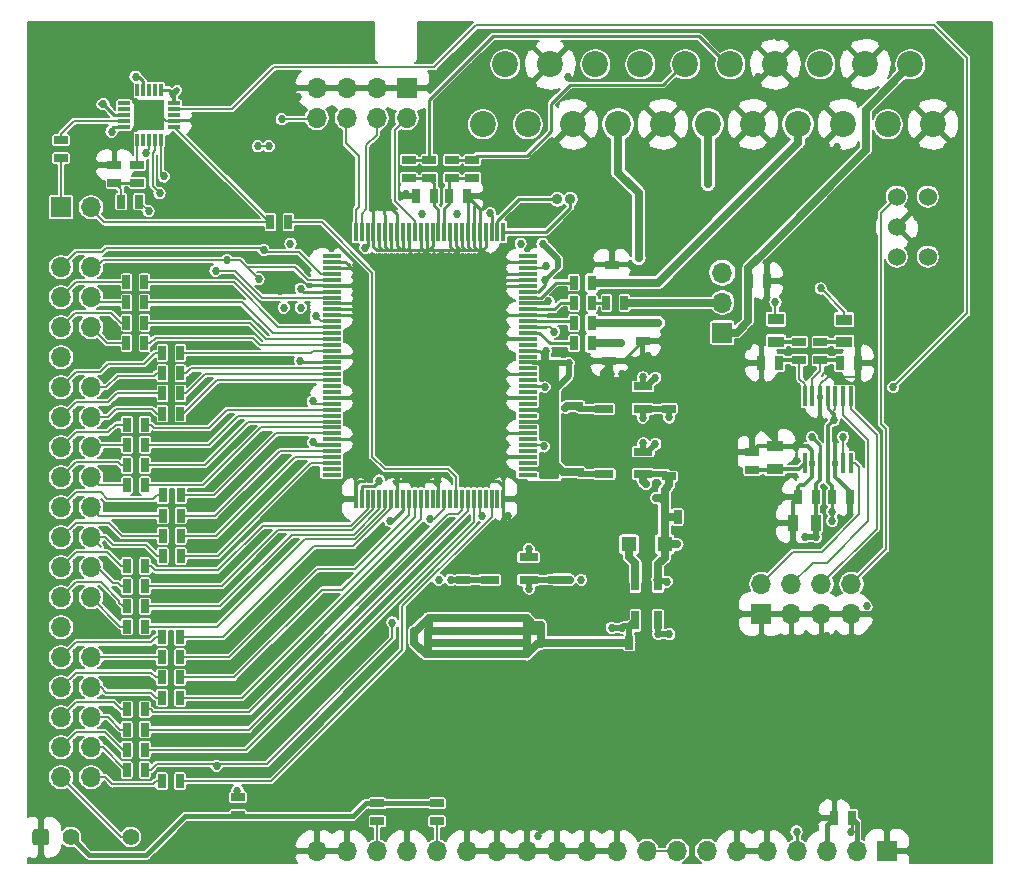
<source format=gtl>
G04 #@! TF.GenerationSoftware,KiCad,Pcbnew,5.1.6+dfsg1-1*
G04 #@! TF.CreationDate,2020-08-04T21:27:51+03:00*
G04 #@! TF.ProjectId,isl_board,69736c5f-626f-4617-9264-2e6b69636164,rev?*
G04 #@! TF.SameCoordinates,Original*
G04 #@! TF.FileFunction,Copper,L1,Top*
G04 #@! TF.FilePolarity,Positive*
%FSLAX46Y46*%
G04 Gerber Fmt 4.6, Leading zero omitted, Abs format (unit mm)*
G04 Created by KiCad (PCBNEW 5.1.6+dfsg1-1) date 2020-08-04 21:27:51*
%MOMM*%
%LPD*%
G01*
G04 APERTURE LIST*
G04 #@! TA.AperFunction,SMDPad,CuDef*
%ADD10R,1.300000X1.300000*%
G04 #@! TD*
G04 #@! TA.AperFunction,ComponentPad*
%ADD11O,1.700000X1.700000*%
G04 #@! TD*
G04 #@! TA.AperFunction,ComponentPad*
%ADD12R,1.700000X1.700000*%
G04 #@! TD*
G04 #@! TA.AperFunction,SMDPad,CuDef*
%ADD13R,0.300000X1.600000*%
G04 #@! TD*
G04 #@! TA.AperFunction,SMDPad,CuDef*
%ADD14R,1.600000X0.300000*%
G04 #@! TD*
G04 #@! TA.AperFunction,SMDPad,CuDef*
%ADD15R,0.650000X1.560000*%
G04 #@! TD*
G04 #@! TA.AperFunction,SMDPad,CuDef*
%ADD16R,0.635000X1.143000*%
G04 #@! TD*
G04 #@! TA.AperFunction,SMDPad,CuDef*
%ADD17R,1.143000X0.635000*%
G04 #@! TD*
G04 #@! TA.AperFunction,ComponentPad*
%ADD18C,1.400000*%
G04 #@! TD*
G04 #@! TA.AperFunction,ComponentPad*
%ADD19C,2.200000*%
G04 #@! TD*
G04 #@! TA.AperFunction,SMDPad,CuDef*
%ADD20R,1.397000X0.889000*%
G04 #@! TD*
G04 #@! TA.AperFunction,SMDPad,CuDef*
%ADD21R,0.889000X1.397000*%
G04 #@! TD*
G04 #@! TA.AperFunction,ComponentPad*
%ADD22C,1.524000*%
G04 #@! TD*
G04 #@! TA.AperFunction,SMDPad,CuDef*
%ADD23R,0.355600X1.676400*%
G04 #@! TD*
G04 #@! TA.AperFunction,ComponentPad*
%ADD24C,2.250000*%
G04 #@! TD*
G04 #@! TA.AperFunction,SMDPad,CuDef*
%ADD25R,1.000000X0.300000*%
G04 #@! TD*
G04 #@! TA.AperFunction,SMDPad,CuDef*
%ADD26R,0.300000X1.000000*%
G04 #@! TD*
G04 #@! TA.AperFunction,SMDPad,CuDef*
%ADD27R,2.500000X2.500000*%
G04 #@! TD*
G04 #@! TA.AperFunction,SMDPad,CuDef*
%ADD28R,1.560000X0.650000*%
G04 #@! TD*
G04 #@! TA.AperFunction,ComponentPad*
%ADD29C,0.900000*%
G04 #@! TD*
G04 #@! TA.AperFunction,ViaPad*
%ADD30C,0.686000*%
G04 #@! TD*
G04 #@! TA.AperFunction,Conductor*
%ADD31C,0.500000*%
G04 #@! TD*
G04 #@! TA.AperFunction,Conductor*
%ADD32C,0.300000*%
G04 #@! TD*
G04 #@! TA.AperFunction,Conductor*
%ADD33C,0.250000*%
G04 #@! TD*
G04 #@! TA.AperFunction,Conductor*
%ADD34C,0.700000*%
G04 #@! TD*
G04 #@! TA.AperFunction,Conductor*
%ADD35C,0.200000*%
G04 #@! TD*
G04 #@! TA.AperFunction,Conductor*
%ADD36C,0.180000*%
G04 #@! TD*
G04 #@! TA.AperFunction,Conductor*
%ADD37C,0.400000*%
G04 #@! TD*
G04 #@! TA.AperFunction,Conductor*
%ADD38C,0.640000*%
G04 #@! TD*
G04 #@! TA.AperFunction,Conductor*
%ADD39C,0.220000*%
G04 #@! TD*
G04 #@! TA.AperFunction,Conductor*
%ADD40C,0.254000*%
G04 #@! TD*
G04 APERTURE END LIST*
D10*
X71720000Y-71130000D03*
X68720000Y-71130000D03*
D11*
X76620000Y-48130000D03*
X76620000Y-50670000D03*
D12*
X76620000Y-53210000D03*
D13*
X58080000Y-67290000D03*
X57580000Y-67290000D03*
X57080000Y-67290000D03*
X56580000Y-67290000D03*
X56080000Y-67290000D03*
X55580000Y-67290000D03*
X55080000Y-67290000D03*
X54580000Y-67290000D03*
X54080000Y-67290000D03*
X53580000Y-67290000D03*
X53080000Y-67290000D03*
X52580000Y-67290000D03*
X52080000Y-67290000D03*
X51580000Y-67290000D03*
X51080000Y-67290000D03*
D14*
X43530000Y-65240000D03*
X43530000Y-64740000D03*
X43530000Y-64240000D03*
X43530000Y-63740000D03*
X43530000Y-63240000D03*
X43530000Y-62740000D03*
X43530000Y-62240000D03*
X43530000Y-61740000D03*
X43530000Y-61240000D03*
X43530000Y-60740000D03*
X43530000Y-60240000D03*
X43530000Y-59740000D03*
X43530000Y-59240000D03*
X43530000Y-58740000D03*
X43530000Y-58240000D03*
X43530000Y-57740000D03*
X43530000Y-57240000D03*
X43530000Y-56740000D03*
X43530000Y-56240000D03*
X43530000Y-55740000D03*
X43530000Y-55240000D03*
X43530000Y-54740000D03*
X43530000Y-54240000D03*
X43530000Y-53740000D03*
X43530000Y-53240000D03*
X43530000Y-52740000D03*
X43530000Y-52240000D03*
X43530000Y-51740000D03*
X43530000Y-51240000D03*
X43530000Y-50740000D03*
D13*
X45580000Y-44690000D03*
X46080000Y-44690000D03*
X46580000Y-44690000D03*
X47080000Y-44690000D03*
X47580000Y-44690000D03*
X48080000Y-44690000D03*
X48580000Y-44690000D03*
X49080000Y-44690000D03*
X49580000Y-44690000D03*
X50080000Y-44690000D03*
X50580000Y-44690000D03*
X51080000Y-44690000D03*
X51580000Y-44690000D03*
X52080000Y-44690000D03*
X52580000Y-44690000D03*
X53080000Y-44690000D03*
X53580000Y-44690000D03*
X54080000Y-44690000D03*
X54580000Y-44690000D03*
X55080000Y-44690000D03*
X55580000Y-44690000D03*
X56080000Y-44690000D03*
X56580000Y-44690000D03*
D14*
X60130000Y-47740000D03*
X60130000Y-48240000D03*
X60130000Y-48740000D03*
X60130000Y-49240000D03*
X60130000Y-49740000D03*
X60130000Y-50240000D03*
X60130000Y-50740000D03*
X60130000Y-51240000D03*
X60130000Y-51740000D03*
X60130000Y-52240000D03*
X60130000Y-52740000D03*
X60130000Y-53240000D03*
X60130000Y-53740000D03*
X60130000Y-54240000D03*
X60130000Y-54740000D03*
X60130000Y-55240000D03*
X60130000Y-55740000D03*
X60130000Y-56240000D03*
X60130000Y-56740000D03*
X60130000Y-57240000D03*
X60130000Y-57740000D03*
X60130000Y-58240000D03*
X60130000Y-58740000D03*
X60130000Y-59240000D03*
X60130000Y-59740000D03*
X60130000Y-60240000D03*
X60130000Y-60740000D03*
X60130000Y-61240000D03*
X60130000Y-61740000D03*
X60130000Y-62240000D03*
X60130000Y-62740000D03*
X60130000Y-63240000D03*
X60130000Y-63740000D03*
X60130000Y-64240000D03*
X60130000Y-64740000D03*
X60130000Y-65240000D03*
X60130000Y-47240000D03*
X60130000Y-46740000D03*
D13*
X58080000Y-44690000D03*
X57580000Y-44690000D03*
X57080000Y-44690000D03*
D14*
X43530000Y-46740000D03*
X43530000Y-47240000D03*
X43530000Y-47740000D03*
X43530000Y-48240000D03*
X43530000Y-48740000D03*
X43530000Y-49240000D03*
X43530000Y-49740000D03*
X43530000Y-50240000D03*
D13*
X45580000Y-67290000D03*
X46080000Y-67290000D03*
X46580000Y-67290000D03*
X47080000Y-67290000D03*
X47580000Y-67290000D03*
X48080000Y-67290000D03*
X48580000Y-67290000D03*
X49080000Y-67290000D03*
X49580000Y-67290000D03*
X50080000Y-67290000D03*
X50580000Y-67290000D03*
D15*
X69260000Y-77580000D03*
X70210000Y-77580000D03*
X71160000Y-77580000D03*
X71160000Y-74280000D03*
X69260000Y-74280000D03*
D16*
X25718000Y-42120000D03*
X27242000Y-42120000D03*
D17*
X25150000Y-40522000D03*
X25150000Y-38998000D03*
D12*
X79930000Y-77020000D03*
D11*
X79930000Y-74480000D03*
X82470000Y-77020000D03*
X82470000Y-74480000D03*
X85010000Y-77020000D03*
X85010000Y-74480000D03*
X87550000Y-77020000D03*
X87550000Y-74480000D03*
D18*
X26530000Y-95930000D03*
X21450000Y-95930000D03*
G04 #@! TA.AperFunction,ComponentPad*
G36*
G01*
X18210000Y-96380800D02*
X18210000Y-95479200D01*
G75*
G02*
X18459200Y-95230000I249200J0D01*
G01*
X19360800Y-95230000D01*
G75*
G02*
X19610000Y-95479200I0J-249200D01*
G01*
X19610000Y-96380800D01*
G75*
G02*
X19360800Y-96630000I-249200J0D01*
G01*
X18459200Y-96630000D01*
G75*
G02*
X18210000Y-96380800I0J249200D01*
G01*
G37*
G04 #@! TD.AperFunction*
D17*
X47410000Y-93048000D03*
X47410000Y-94572000D03*
X52470000Y-93058000D03*
X52470000Y-94582000D03*
D11*
X42300000Y-97110000D03*
X44840000Y-97110000D03*
X47380000Y-97110000D03*
X49920000Y-97110000D03*
X52460000Y-97110000D03*
X55000000Y-97110000D03*
X57540000Y-97110000D03*
X60080000Y-97110000D03*
X62620000Y-97110000D03*
X65160000Y-97110000D03*
X67700000Y-97110000D03*
X70240000Y-97110000D03*
X72780000Y-97110000D03*
X75320000Y-97110000D03*
X77860000Y-97110000D03*
X80400000Y-97110000D03*
X82940000Y-97110000D03*
X85480000Y-97110000D03*
X88020000Y-97110000D03*
D12*
X90560000Y-97110000D03*
D16*
X86108000Y-94310000D03*
X87632000Y-94310000D03*
D19*
X58250000Y-30500000D03*
X60155000Y-35580000D03*
X62060000Y-30500000D03*
X63965000Y-35580000D03*
X65870000Y-30500000D03*
X67775000Y-35580000D03*
X69680000Y-30500000D03*
X71585000Y-35580000D03*
X73490000Y-30500000D03*
X75395000Y-35580000D03*
X77300000Y-30500000D03*
X79205000Y-35580000D03*
X92540000Y-30500000D03*
X83015000Y-35580000D03*
X81110000Y-30500000D03*
X86825000Y-35580000D03*
X84920000Y-30500000D03*
X90635000Y-35580000D03*
X88730000Y-30500000D03*
X94445000Y-35580000D03*
X56345000Y-35580000D03*
D20*
X86930000Y-52107500D03*
X86930000Y-54012500D03*
X81150000Y-53982500D03*
X81150000Y-52077500D03*
X81090000Y-62847500D03*
X81090000Y-64752500D03*
D21*
X84512500Y-69320000D03*
X82607500Y-69320000D03*
D22*
X91390000Y-41710000D03*
X91390000Y-44250000D03*
X91390000Y-46790000D03*
X94015000Y-46790000D03*
X94015000Y-41710000D03*
D16*
X38348000Y-43850000D03*
X39872000Y-43850000D03*
D17*
X35610000Y-92538000D03*
X35610000Y-94062000D03*
D16*
X26208000Y-61000000D03*
X27732000Y-61000000D03*
X29238000Y-72120000D03*
X30762000Y-72120000D03*
X29238000Y-66990000D03*
X30762000Y-66990000D03*
X29208000Y-58360000D03*
X30732000Y-58360000D03*
X29208000Y-56650000D03*
X30732000Y-56650000D03*
X29238000Y-70410000D03*
X30762000Y-70410000D03*
X29238000Y-68700000D03*
X30762000Y-68700000D03*
X26208000Y-66130000D03*
X27732000Y-66130000D03*
X26208000Y-62710000D03*
X27732000Y-62710000D03*
X26208000Y-64420000D03*
X27732000Y-64420000D03*
X29208000Y-54940000D03*
X30732000Y-54940000D03*
X29208000Y-60070000D03*
X30732000Y-60070000D03*
D17*
X20630000Y-38444000D03*
X20630000Y-36920000D03*
D11*
X42280000Y-35050000D03*
X42280000Y-32510000D03*
X44820000Y-35050000D03*
X44820000Y-32510000D03*
X47360000Y-35050000D03*
X47360000Y-32510000D03*
X49900000Y-35050000D03*
D12*
X49900000Y-32510000D03*
D23*
X83589999Y-64259400D03*
X84240000Y-64259400D03*
X84890001Y-64259400D03*
X85540000Y-64259400D03*
X86189999Y-64259400D03*
X86840000Y-64259400D03*
X87489999Y-64259400D03*
X87490001Y-58620600D03*
X86840000Y-58620600D03*
X86190001Y-58620600D03*
X85540000Y-58620600D03*
X84890001Y-58620600D03*
X84240000Y-58620600D03*
X83590001Y-58620600D03*
D17*
X79140000Y-63328000D03*
X79140000Y-64852000D03*
D16*
X87432000Y-67130000D03*
X85908000Y-67130000D03*
X83048000Y-67130000D03*
X84572000Y-67130000D03*
D17*
X27090000Y-40522000D03*
X27090000Y-38998000D03*
D16*
X88102000Y-55800000D03*
X86578000Y-55800000D03*
X81442000Y-55770000D03*
X79918000Y-55770000D03*
D17*
X83130000Y-54008000D03*
X83130000Y-55532000D03*
X84920000Y-55532000D03*
X84920000Y-54008000D03*
D24*
X28090053Y-34782843D03*
D25*
X25975053Y-35782843D03*
X25975053Y-35282843D03*
X25975053Y-34782843D03*
X25975053Y-34282843D03*
X25975053Y-33782843D03*
D26*
X27090053Y-32667843D03*
X27590053Y-32667843D03*
X28090053Y-32667843D03*
X28590053Y-32667843D03*
X29090053Y-32667843D03*
D25*
X30205053Y-33782843D03*
X30205053Y-34282843D03*
X30205053Y-34782843D03*
X30205053Y-35282843D03*
X30205053Y-35782843D03*
D26*
X29090053Y-36897843D03*
X28590053Y-36897843D03*
X28090053Y-36897843D03*
X27590053Y-36897843D03*
X27090053Y-36897843D03*
D27*
X28090053Y-34782843D03*
D17*
X72090000Y-59652000D03*
X72090000Y-58128000D03*
X72090000Y-65382000D03*
X72090000Y-63858000D03*
X62410000Y-74122000D03*
X62410000Y-72598000D03*
D16*
X70272000Y-79460000D03*
X68748000Y-79460000D03*
X72838000Y-68810000D03*
X74362000Y-68810000D03*
D17*
X64260000Y-59442000D03*
X64260000Y-57918000D03*
X64300000Y-65002000D03*
X64300000Y-63478000D03*
X54700000Y-74142000D03*
X54700000Y-72618000D03*
D16*
X64048000Y-54110000D03*
X65572000Y-54110000D03*
X68322000Y-50690000D03*
X66798000Y-50690000D03*
X65572000Y-52400000D03*
X64048000Y-52400000D03*
X65572000Y-48980000D03*
X64048000Y-48980000D03*
D17*
X50080000Y-38588000D03*
X50080000Y-40112000D03*
X55440000Y-38598000D03*
X55440000Y-40122000D03*
D12*
X20630000Y-42600000D03*
D11*
X23170000Y-42600000D03*
X20630000Y-45140000D03*
X23170000Y-45140000D03*
X20630000Y-47680000D03*
X23170000Y-47680000D03*
X20630000Y-50220000D03*
X23170000Y-50220000D03*
X20630000Y-52760000D03*
X23170000Y-52760000D03*
X20630000Y-55300000D03*
X23170000Y-55300000D03*
X20630000Y-57840000D03*
X23170000Y-57840000D03*
X20630000Y-60380000D03*
X23170000Y-60380000D03*
X20630000Y-62920000D03*
X23170000Y-62920000D03*
X20630000Y-65460000D03*
X23170000Y-65460000D03*
X20630000Y-68000000D03*
X23170000Y-68000000D03*
X20630000Y-70540000D03*
X23170000Y-70540000D03*
X20630000Y-73080000D03*
X23170000Y-73080000D03*
X20630000Y-75620000D03*
X23170000Y-75620000D03*
X20630000Y-78160000D03*
X23170000Y-78160000D03*
X20630000Y-80700000D03*
X23170000Y-80700000D03*
X20630000Y-83240000D03*
X23170000Y-83240000D03*
X20630000Y-85780000D03*
X23170000Y-85780000D03*
X20630000Y-88320000D03*
X23170000Y-88320000D03*
X20630000Y-90860000D03*
X23170000Y-90860000D03*
D16*
X65572000Y-50690000D03*
X64048000Y-50690000D03*
X29168000Y-91180000D03*
X30692000Y-91180000D03*
X26198000Y-90240000D03*
X27722000Y-90240000D03*
X26198000Y-88530000D03*
X27722000Y-88530000D03*
X26198000Y-86820000D03*
X27722000Y-86820000D03*
X26198000Y-85110000D03*
X27722000Y-85110000D03*
D17*
X51810000Y-38588000D03*
X51810000Y-40112000D03*
D16*
X52222000Y-41640000D03*
X50698000Y-41640000D03*
X29178000Y-84130000D03*
X30702000Y-84130000D03*
X29178000Y-82410000D03*
X30702000Y-82410000D03*
D17*
X53720000Y-38598000D03*
X53720000Y-40122000D03*
D16*
X53448000Y-41640000D03*
X54972000Y-41640000D03*
X29178000Y-80690000D03*
X30702000Y-80690000D03*
X29178000Y-78980000D03*
X30702000Y-78980000D03*
X26208000Y-78100000D03*
X27732000Y-78100000D03*
X26208000Y-76390000D03*
X27732000Y-76390000D03*
X26208000Y-74680000D03*
X27732000Y-74680000D03*
X26208000Y-72970000D03*
X27732000Y-72970000D03*
X26168000Y-52370000D03*
X27692000Y-52370000D03*
X26168000Y-48950000D03*
X27692000Y-48950000D03*
X26168000Y-54080000D03*
X27692000Y-54080000D03*
X26168000Y-50660000D03*
X27692000Y-50660000D03*
D17*
X67040000Y-54098000D03*
X67040000Y-55622000D03*
X69860000Y-52398000D03*
X69860000Y-53922000D03*
D16*
X78858000Y-48820000D03*
X80382000Y-48820000D03*
D17*
X67250000Y-48972000D03*
X67250000Y-47448000D03*
D28*
X69890000Y-59670000D03*
X69890000Y-58720000D03*
X69890000Y-57770000D03*
X66590000Y-57770000D03*
X66590000Y-59670000D03*
X69920000Y-65180000D03*
X69920000Y-64230000D03*
X69920000Y-63280000D03*
X66620000Y-63280000D03*
X66620000Y-65180000D03*
X60210000Y-74130000D03*
X60210000Y-73180000D03*
X60210000Y-72230000D03*
X56910000Y-72230000D03*
X56910000Y-74130000D03*
D29*
X63750000Y-41910000D03*
X62650000Y-41910000D03*
D30*
X71190000Y-78730000D03*
X72120000Y-78750000D03*
X84550000Y-70530000D03*
X83650000Y-70530000D03*
X84200000Y-62070000D03*
X68130000Y-78210000D03*
X67250000Y-78210000D03*
X69890000Y-60420000D03*
X72110000Y-60390000D03*
X69900000Y-57000000D03*
X70940000Y-57040000D03*
X61240000Y-77960000D03*
X60060000Y-77410000D03*
X51740000Y-77410000D03*
X51720000Y-78440000D03*
X60060000Y-78440000D03*
X60060000Y-79470000D03*
X51720000Y-79470000D03*
X51710000Y-80420000D03*
X60050000Y-80450000D03*
X61270000Y-79540000D03*
X50540000Y-79460000D03*
X50560000Y-78440000D03*
X36580000Y-63150000D03*
X36460000Y-46740000D03*
X49850000Y-41510000D03*
X47950000Y-41410000D03*
X54110000Y-46650000D03*
X51560000Y-46580000D03*
X59890000Y-39680000D03*
X52440000Y-65410000D03*
X64210000Y-62530000D03*
X46610000Y-65440000D03*
X56060000Y-46690000D03*
X49740000Y-65450000D03*
X57540000Y-64880000D03*
X57700000Y-47730000D03*
X45920000Y-62720000D03*
X46030000Y-59250000D03*
X46090000Y-55750000D03*
X46110000Y-52210000D03*
X46070000Y-49780000D03*
X57560000Y-63190000D03*
X57630000Y-59750000D03*
X57640000Y-58020000D03*
X57620000Y-56320000D03*
X57650000Y-54620000D03*
X57620000Y-52900000D03*
X57670000Y-51140000D03*
X57660000Y-49450000D03*
X23180000Y-38850000D03*
X57590000Y-61430000D03*
X18683667Y-28159679D03*
X18683667Y-32389679D03*
X18683667Y-36619679D03*
X18683667Y-40849679D03*
X18683667Y-45079679D03*
X18683667Y-49309679D03*
X18683667Y-53539679D03*
X18683667Y-57769679D03*
X18683667Y-61999679D03*
X18683667Y-66229679D03*
X18683667Y-70459679D03*
X18683667Y-74689679D03*
X18683667Y-78919679D03*
X18683667Y-83149679D03*
X18683667Y-87379679D03*
X18683667Y-91609679D03*
X20375667Y-94147679D03*
X21221667Y-29851679D03*
X21221667Y-34081679D03*
X22067667Y-37465679D03*
X23759667Y-28159679D03*
X24605667Y-41695679D03*
X24605667Y-92455679D03*
X25451667Y-45079679D03*
X25451667Y-67921679D03*
X26297667Y-29851679D03*
X26297667Y-36619679D03*
X26297667Y-55231679D03*
X27143667Y-94147679D03*
X27989667Y-69613679D03*
X28835667Y-28159679D03*
X28835667Y-65383679D03*
X28835667Y-75535679D03*
X29681667Y-92455679D03*
X29681667Y-97531679D03*
X30527667Y-30697679D03*
X30527667Y-37465679D03*
X32219667Y-33235679D03*
X32219667Y-40003679D03*
X32219667Y-60307679D03*
X32219667Y-69613679D03*
X32219667Y-79765679D03*
X32219667Y-94993679D03*
X33065667Y-28159679D03*
X33065667Y-75535679D03*
X33065667Y-83149679D03*
X33911667Y-35773679D03*
X33911667Y-42541679D03*
X33911667Y-92455679D03*
X33911667Y-97531679D03*
X34757667Y-30697679D03*
X34757667Y-58615679D03*
X35603667Y-38311679D03*
X36449667Y-45079679D03*
X36560000Y-90440000D03*
X36449667Y-94993679D03*
X37295667Y-28159679D03*
X37295667Y-34081679D03*
X37295667Y-40849679D03*
X38141667Y-97531679D03*
X38987667Y-92455679D03*
X39833667Y-29851679D03*
X39833667Y-36619679D03*
X39833667Y-42541679D03*
X39833667Y-67921679D03*
X40679667Y-33235679D03*
X40679667Y-94993679D03*
X41525667Y-39157679D03*
X41525667Y-45079679D03*
X41250000Y-85460000D03*
X41525667Y-89917679D03*
X42371667Y-28159679D03*
X43217667Y-41695679D03*
X43217667Y-68767679D03*
X43217667Y-92455679D03*
X44063667Y-37465679D03*
X44063667Y-72151679D03*
X43730000Y-82880000D03*
X44063667Y-87379679D03*
X44909667Y-29851679D03*
X44909667Y-94993679D03*
X45755667Y-89917679D03*
X46601667Y-84841679D03*
X47447667Y-38311679D03*
X48293667Y-47617679D03*
X48293667Y-51847679D03*
X48293667Y-56077679D03*
X48293667Y-60307679D03*
X48293667Y-82303679D03*
X48293667Y-87379679D03*
X48293667Y-91609679D03*
X49139667Y-63691679D03*
X49139667Y-94993679D03*
X49985667Y-36619679D03*
X50831667Y-49309679D03*
X50831667Y-53539679D03*
X50831667Y-57769679D03*
X50831667Y-83995679D03*
X50831667Y-89071679D03*
X51677667Y-28159679D03*
X51677667Y-61153679D03*
X51677667Y-75535679D03*
X52523667Y-31543679D03*
X52523667Y-86533679D03*
X52523667Y-91609679D03*
X53369667Y-35773679D03*
X53369667Y-51001679D03*
X53369667Y-55231679D03*
X53369667Y-63691679D03*
X53369667Y-81457679D03*
X54215667Y-58615679D03*
X54215667Y-94147679D03*
X55061667Y-33235679D03*
X55061667Y-48463679D03*
X55061667Y-76381679D03*
X55061667Y-83995679D03*
X55061667Y-88225679D03*
X55907667Y-37465679D03*
X55907667Y-52693679D03*
X55907667Y-61153679D03*
X55907667Y-65383679D03*
X55907667Y-71305679D03*
X56753667Y-40849679D03*
X56753667Y-91609679D03*
X57599667Y-81457679D03*
X57599667Y-85687679D03*
X57599667Y-94993679D03*
X58445667Y-32389679D03*
X58445667Y-68767679D03*
X58445667Y-74689679D03*
X58445667Y-89071679D03*
X60137667Y-29005679D03*
X60137667Y-83149679D03*
X60137667Y-92455679D03*
X60983667Y-40849679D03*
X60983667Y-86533679D03*
X60983667Y-95839679D03*
X61829667Y-89917679D03*
X62675667Y-37465679D03*
X63521667Y-31543679D03*
X63521667Y-44233679D03*
X63521667Y-82303679D03*
X63521667Y-93301679D03*
X64367667Y-85687679D03*
X65213667Y-39157679D03*
X65213667Y-46771679D03*
X65213667Y-89071679D03*
X66059667Y-42541679D03*
X66059667Y-94993679D03*
X66905667Y-83149679D03*
X67751667Y-29005679D03*
X67751667Y-45079679D03*
X67751667Y-61153679D03*
X67751667Y-86533679D03*
X67751667Y-90763679D03*
X69443667Y-37465679D03*
X70289667Y-55231679D03*
X70289667Y-82303679D03*
X70289667Y-88225679D03*
X70289667Y-92455679D03*
X71135667Y-40003679D03*
X71135667Y-44233679D03*
X71981667Y-29005679D03*
X71981667Y-84841679D03*
X71981667Y-94993679D03*
X72827667Y-52693679D03*
X72827667Y-89917679D03*
X73673667Y-37465679D03*
X73673667Y-41695679D03*
X74519667Y-55231679D03*
X74519667Y-82303679D03*
X74519667Y-86533679D03*
X74519667Y-92455679D03*
X75365667Y-30697679D03*
X76211667Y-89071679D03*
X76211667Y-94993679D03*
X77057667Y-28159679D03*
X77057667Y-38311679D03*
X77057667Y-45079679D03*
X77057667Y-83995679D03*
X77903667Y-91609679D03*
X78749667Y-54385679D03*
X78749667Y-86533679D03*
X79595667Y-31543679D03*
X79595667Y-42541679D03*
X79595667Y-82303679D03*
X79595667Y-94147679D03*
X80441667Y-37465679D03*
X80441667Y-89071679D03*
X81287667Y-28159679D03*
X81287667Y-84841679D03*
X82133667Y-33235679D03*
X82133667Y-40003679D03*
X82133667Y-46771679D03*
X82133667Y-91609679D03*
X82979667Y-50155679D03*
X82979667Y-87379679D03*
X83825667Y-82303679D03*
X83825667Y-94147679D03*
X84671667Y-52693679D03*
X84671667Y-89917679D03*
X85517667Y-28159679D03*
X85517667Y-32389679D03*
X85517667Y-78919679D03*
X85517667Y-84841679D03*
X86363667Y-37465679D03*
X86363667Y-42541679D03*
X86363667Y-46771679D03*
X86363667Y-92455679D03*
X87209667Y-50155679D03*
X87209667Y-81457679D03*
X87209667Y-87379679D03*
X88055667Y-62845679D03*
X88901667Y-40003679D03*
X88901667Y-44233679D03*
X88901667Y-76381679D03*
X88901667Y-83995679D03*
X88901667Y-89917679D03*
X88901667Y-94147679D03*
X89747667Y-28159679D03*
X89747667Y-79765679D03*
X90593667Y-37465679D03*
X90593667Y-72997679D03*
X90593667Y-86533679D03*
X91439667Y-48463679D03*
X91439667Y-52693679D03*
X91439667Y-59461679D03*
X91439667Y-63691679D03*
X91439667Y-67921679D03*
X91439667Y-82303679D03*
X91439667Y-91609679D03*
X92285667Y-33235679D03*
X92285667Y-75535679D03*
X92285667Y-94993679D03*
X93131667Y-39157679D03*
X93131667Y-43387679D03*
X93131667Y-70459679D03*
X93131667Y-78919679D03*
X93131667Y-84841679D03*
X93131667Y-89071679D03*
X93977667Y-28159679D03*
X93977667Y-50155679D03*
X93977667Y-56923679D03*
X93977667Y-61153679D03*
X93977667Y-65383679D03*
X93977667Y-97531679D03*
X94823667Y-31543679D03*
X94823667Y-72997679D03*
X94823667Y-81457679D03*
X94823667Y-92455679D03*
X95669667Y-37465679D03*
X95669667Y-41695679D03*
X95669667Y-45925679D03*
X95669667Y-67921679D03*
X95669667Y-76381679D03*
X95669667Y-86533679D03*
X96515667Y-34081679D03*
X96515667Y-54385679D03*
X96515667Y-58615679D03*
X96515667Y-62845679D03*
X96515667Y-89917679D03*
X96515667Y-94993679D03*
X97361667Y-70459679D03*
X97361667Y-78919679D03*
X97361667Y-83149679D03*
X98207667Y-28159679D03*
X98207667Y-39157679D03*
X98207667Y-43387679D03*
X98207667Y-47617679D03*
X98207667Y-51847679D03*
X98207667Y-65383679D03*
X98207667Y-73843679D03*
X98207667Y-97531679D03*
X40190000Y-51990000D03*
X39150000Y-49647000D03*
X64650000Y-61450000D03*
X65800000Y-61440000D03*
X66920000Y-62060000D03*
X73580000Y-62550000D03*
X74200000Y-63860000D03*
X74230000Y-65050000D03*
X74230000Y-66250000D03*
X73180000Y-57150000D03*
X74100000Y-61170000D03*
X67190000Y-56690000D03*
X68120000Y-56680000D03*
X69150000Y-56060000D03*
X71450000Y-80180000D03*
X71450000Y-81340000D03*
X70220000Y-81350000D03*
X68640000Y-81370000D03*
X62490000Y-71300000D03*
X63770000Y-71310000D03*
X63760000Y-72490000D03*
X65000000Y-72490000D03*
X57400000Y-71050000D03*
X58480000Y-70230000D03*
X80140000Y-61300000D03*
X77710000Y-61910000D03*
X78480000Y-66680000D03*
X80390000Y-66660000D03*
X80440000Y-69110000D03*
X61280000Y-43120000D03*
X35780000Y-87710000D03*
X35750000Y-86080000D03*
X36270000Y-84660000D03*
X50970000Y-70010000D03*
X38630000Y-87730000D03*
X47900000Y-80790000D03*
X42210000Y-51800000D03*
X24220053Y-33882843D03*
X26940053Y-31542843D03*
X30120053Y-33012843D03*
X41930000Y-59030000D03*
X24900053Y-36202843D03*
X86070000Y-60620000D03*
X51880000Y-69010000D03*
X47560000Y-65740000D03*
X46390000Y-46030000D03*
X85910000Y-68380000D03*
X85910000Y-69160000D03*
X82900000Y-95460000D03*
X87490000Y-95500000D03*
X38210000Y-37430000D03*
X37290000Y-37440000D03*
X40050000Y-45690000D03*
X61700000Y-47580000D03*
X62380000Y-53130000D03*
X61560000Y-57790000D03*
X61490000Y-62830000D03*
X63330000Y-59560000D03*
X61890000Y-50570000D03*
X63610000Y-55810000D03*
X61680000Y-54760000D03*
X61490000Y-59440000D03*
X62190000Y-61860000D03*
X62210000Y-64090000D03*
X61400000Y-45690000D03*
X61610000Y-48780000D03*
X56950000Y-43110000D03*
X40920000Y-49510000D03*
X41980000Y-62500000D03*
X40880000Y-55580000D03*
X53610000Y-74140000D03*
X52600000Y-74140000D03*
X51170000Y-43180000D03*
X54170000Y-43160000D03*
X59540000Y-45690000D03*
X40920000Y-51100000D03*
X39490000Y-51100000D03*
X48470000Y-69160000D03*
X68060000Y-54090000D03*
X69520000Y-46880000D03*
X75410000Y-40650000D03*
X71150000Y-52400000D03*
X29330000Y-39990000D03*
X37770000Y-46210000D03*
X37350000Y-48690000D03*
X28970000Y-41410000D03*
X34680000Y-47080000D03*
X33790000Y-89900000D03*
X35560000Y-91980000D03*
X56260000Y-68700000D03*
X48680000Y-77760000D03*
X27784230Y-37988405D03*
X39310000Y-35130000D03*
X81110000Y-50650000D03*
X84940000Y-49470000D03*
X63690000Y-74150000D03*
X64660000Y-74150000D03*
X70160000Y-66030000D03*
X71920000Y-74300000D03*
X72810000Y-71150000D03*
X71020000Y-67230000D03*
X72110000Y-66130000D03*
X60230000Y-71540000D03*
X60260000Y-74880000D03*
X69940000Y-62600000D03*
X70940000Y-62640000D03*
X33710000Y-47990000D03*
X28042000Y-42920000D03*
X86840000Y-62050000D03*
X91070000Y-57830000D03*
D31*
X69890000Y-59670000D02*
X72072000Y-59670000D01*
X72072000Y-59670000D02*
X72090000Y-59652000D01*
D32*
X84890001Y-64259400D02*
X84890001Y-65699999D01*
X84572000Y-66018000D02*
X84572000Y-67130000D01*
X84890001Y-65699999D02*
X84572000Y-66018000D01*
X84572000Y-69260500D02*
X84512500Y-69320000D01*
X84572000Y-67130000D02*
X84572000Y-69260500D01*
D31*
X71160000Y-78700000D02*
X71190000Y-78730000D01*
X71160000Y-77580000D02*
X71160000Y-78700000D01*
X72100000Y-78730000D02*
X72120000Y-78750000D01*
X71190000Y-78730000D02*
X72100000Y-78730000D01*
X84512500Y-70492500D02*
X84550000Y-70530000D01*
X84512500Y-69320000D02*
X84512500Y-70492500D01*
X84550000Y-70530000D02*
X83650000Y-70530000D01*
D33*
X84890001Y-62760001D02*
X84200000Y-62070000D01*
X84890001Y-64259400D02*
X84890001Y-62760001D01*
D31*
X68748000Y-78092000D02*
X69260000Y-77580000D01*
X68748000Y-79460000D02*
X68748000Y-78092000D01*
X68248000Y-78092000D02*
X68130000Y-78210000D01*
X68748000Y-78092000D02*
X68248000Y-78092000D01*
X68130000Y-78210000D02*
X67250000Y-78210000D01*
X69890000Y-59670000D02*
X69890000Y-60420000D01*
X72090000Y-60370000D02*
X72110000Y-60390000D01*
X72090000Y-59652000D02*
X72090000Y-60370000D01*
X69890000Y-57010000D02*
X69900000Y-57000000D01*
X69890000Y-57770000D02*
X69890000Y-57010000D01*
X70210000Y-57770000D02*
X70940000Y-57040000D01*
X69890000Y-57770000D02*
X70210000Y-57770000D01*
D34*
X51740000Y-77410000D02*
X60060000Y-77410000D01*
X60060000Y-78440000D02*
X60060000Y-77410000D01*
X60760000Y-78440000D02*
X61240000Y-77960000D01*
X60060000Y-78440000D02*
X60760000Y-78440000D01*
X60610000Y-77960000D02*
X60060000Y-77410000D01*
X61240000Y-77960000D02*
X60610000Y-77960000D01*
X51720000Y-78440000D02*
X51720000Y-79470000D01*
X51720000Y-80410000D02*
X51710000Y-80420000D01*
X51720000Y-79470000D02*
X51720000Y-80410000D01*
X51720000Y-78440000D02*
X60060000Y-78440000D01*
X60060000Y-79470000D02*
X51720000Y-79470000D01*
X60020000Y-80420000D02*
X60050000Y-80450000D01*
X51710000Y-80420000D02*
X60020000Y-80420000D01*
X60050000Y-79480000D02*
X60060000Y-79470000D01*
X60050000Y-80450000D02*
X60050000Y-79480000D01*
X60060000Y-79470000D02*
X60060000Y-78440000D01*
X61240000Y-79510000D02*
X61270000Y-79540000D01*
X61240000Y-77960000D02*
X61240000Y-79510000D01*
X60960000Y-79540000D02*
X60050000Y-80450000D01*
X61270000Y-79540000D02*
X60960000Y-79540000D01*
X51740000Y-78420000D02*
X51720000Y-78440000D01*
X51740000Y-77410000D02*
X51740000Y-78420000D01*
X51500000Y-80420000D02*
X50540000Y-79460000D01*
X51710000Y-80420000D02*
X51500000Y-80420000D01*
X50710000Y-78440000D02*
X51740000Y-77410000D01*
X50560000Y-78440000D02*
X50710000Y-78440000D01*
X50540000Y-78460000D02*
X50560000Y-78440000D01*
X50540000Y-79460000D02*
X50540000Y-78460000D01*
X61350000Y-79460000D02*
X61270000Y-79540000D01*
X68748000Y-79460000D02*
X61350000Y-79460000D01*
D33*
X49080000Y-44690000D02*
X49080000Y-43150000D01*
X48484998Y-41944998D02*
X47950000Y-41410000D01*
X48484998Y-42554998D02*
X48484998Y-41944998D01*
X49080000Y-43150000D02*
X48484998Y-42554998D01*
X47080000Y-44690000D02*
X47080000Y-42280000D01*
X47080000Y-42280000D02*
X47950000Y-41410000D01*
X55580000Y-44690000D02*
X55580000Y-42530000D01*
X55580000Y-42530000D02*
X55721000Y-42389000D01*
X56080000Y-44690000D02*
X56080000Y-42748000D01*
X56080000Y-42748000D02*
X55721000Y-42389000D01*
X55721000Y-42389000D02*
X54972000Y-41640000D01*
X47950000Y-41410000D02*
X47950000Y-43160000D01*
X48080000Y-43290000D02*
X48080000Y-44690000D01*
X47950000Y-43160000D02*
X48080000Y-43290000D01*
D35*
X49980000Y-41640000D02*
X49850000Y-41510000D01*
X50698000Y-41640000D02*
X49980000Y-41640000D01*
D33*
X43530000Y-55240000D02*
X45490000Y-55240000D01*
X45490000Y-55240000D02*
X45690000Y-55040000D01*
D35*
X51630000Y-46070000D02*
X51630000Y-46510000D01*
X54530000Y-46230000D02*
X54860000Y-46230000D01*
X54110000Y-46650000D02*
X54530000Y-46230000D01*
X51630000Y-46510000D02*
X51560000Y-46580000D01*
D31*
X59260000Y-73180000D02*
X58430000Y-73180000D01*
X58430000Y-73180000D02*
X55830000Y-73180000D01*
X55830000Y-73180000D02*
X55268000Y-72618000D01*
X55268000Y-72618000D02*
X54700000Y-72618000D01*
D35*
X54972000Y-41640000D02*
X57930000Y-41640000D01*
X57930000Y-41640000D02*
X59890000Y-39680000D01*
D31*
X60210000Y-73180000D02*
X59260000Y-73180000D01*
X59260000Y-73180000D02*
X59040000Y-73180000D01*
X62410000Y-72598000D02*
X61922000Y-72598000D01*
X61922000Y-72598000D02*
X61340000Y-73180000D01*
X61340000Y-73180000D02*
X60210000Y-73180000D01*
X69920000Y-64230000D02*
X71718000Y-64230000D01*
X71718000Y-64230000D02*
X72090000Y-63858000D01*
D35*
X69890000Y-58720000D02*
X71498000Y-58720000D01*
X71498000Y-58720000D02*
X72090000Y-58128000D01*
D33*
X52420000Y-65430000D02*
X52420000Y-65750000D01*
X52440000Y-65410000D02*
X52420000Y-65430000D01*
X52420000Y-65750000D02*
X52730000Y-65750000D01*
D31*
X64300000Y-63478000D02*
X64300000Y-62620000D01*
X64300000Y-62620000D02*
X64210000Y-62530000D01*
X64260000Y-57918000D02*
X64398000Y-57918000D01*
X64398000Y-57918000D02*
X65200000Y-58720000D01*
X65200000Y-58720000D02*
X68540000Y-58720000D01*
X68540000Y-58720000D02*
X69890000Y-58720000D01*
X68360000Y-58540000D02*
X68540000Y-58720000D01*
X64300000Y-63478000D02*
X64558000Y-63478000D01*
X64558000Y-63478000D02*
X65300000Y-64220000D01*
X65300000Y-64220000D02*
X68390000Y-64220000D01*
X68390000Y-64220000D02*
X68710000Y-64220000D01*
X68710000Y-64220000D02*
X68710000Y-64230000D01*
X68720000Y-64230000D02*
X68710000Y-64230000D01*
X68710000Y-64230000D02*
X69920000Y-64230000D01*
D33*
X46320000Y-65730000D02*
X46320000Y-65750000D01*
X46610000Y-65440000D02*
X46320000Y-65730000D01*
X56060000Y-46690000D02*
X56325000Y-46425000D01*
X56325000Y-46425000D02*
X56325000Y-46295000D01*
X49510000Y-65680000D02*
X49510000Y-65750000D01*
X49740000Y-65450000D02*
X49510000Y-65680000D01*
X53840000Y-46230000D02*
X51790000Y-46230000D01*
X51790000Y-46230000D02*
X51770000Y-46210000D01*
X57540000Y-64880000D02*
X57540000Y-65150000D01*
X57540000Y-65150000D02*
X56940000Y-65750000D01*
X57940000Y-63170000D02*
X57940000Y-64480000D01*
X57940000Y-64480000D02*
X57540000Y-64880000D01*
X49080000Y-67290000D02*
X49080000Y-66130000D01*
X49080000Y-66130000D02*
X48700000Y-65750000D01*
X52580000Y-67290000D02*
X52580000Y-66210000D01*
X52580000Y-66210000D02*
X52120000Y-65750000D01*
X45580000Y-67290000D02*
X45580000Y-66020000D01*
X58080000Y-66180000D02*
X58080000Y-67290000D01*
X56940000Y-65750000D02*
X57650000Y-65750000D01*
X57650000Y-65750000D02*
X58080000Y-66180000D01*
X45850000Y-65750000D02*
X46320000Y-65750000D01*
X48700000Y-65750000D02*
X49510000Y-65750000D01*
X49510000Y-65750000D02*
X52120000Y-65750000D01*
X52120000Y-65750000D02*
X52420000Y-65750000D01*
X45580000Y-66020000D02*
X45850000Y-65750000D01*
X57700000Y-47670000D02*
X56325000Y-46295000D01*
X56325000Y-46295000D02*
X56260000Y-46230000D01*
X57700000Y-47730000D02*
X57700000Y-47670000D01*
X47325000Y-46175000D02*
X47080000Y-45930000D01*
D31*
X45690000Y-62490000D02*
X45690000Y-61650000D01*
X45920000Y-62720000D02*
X45690000Y-62490000D01*
X46020000Y-59240000D02*
X45690000Y-59240000D01*
X46030000Y-59250000D02*
X46020000Y-59240000D01*
X46040000Y-55700000D02*
X45690000Y-55700000D01*
X46090000Y-55750000D02*
X46040000Y-55700000D01*
X45710000Y-51750000D02*
X45690000Y-51750000D01*
X45690000Y-51770000D02*
X45710000Y-51750000D01*
X45690000Y-51790000D02*
X45690000Y-51770000D01*
X46110000Y-52210000D02*
X45690000Y-51790000D01*
X45660000Y-49770000D02*
X45690000Y-49770000D01*
X45680000Y-49770000D02*
X45660000Y-49770000D01*
X45690000Y-49780000D02*
X45680000Y-49770000D01*
X46070000Y-49780000D02*
X45690000Y-49780000D01*
D33*
X44030000Y-47740000D02*
X45200000Y-47740000D01*
X45200000Y-47740000D02*
X45690000Y-48230000D01*
X44030000Y-49240000D02*
X45510000Y-49240000D01*
X45510000Y-49240000D02*
X45690000Y-49060000D01*
X44030000Y-50740000D02*
X45510000Y-50740000D01*
X45700000Y-50470000D02*
X45690000Y-50470000D01*
X45690000Y-50480000D02*
X45700000Y-50470000D01*
X45690000Y-50560000D02*
X45690000Y-50480000D01*
X45510000Y-50740000D02*
X45690000Y-50560000D01*
X44030000Y-51240000D02*
X45550000Y-51240000D01*
X45550000Y-51240000D02*
X45690000Y-51100000D01*
X44030000Y-51740000D02*
X45190000Y-51740000D01*
X45190000Y-51740000D02*
X45690000Y-52240000D01*
X44030000Y-58740000D02*
X45000000Y-58740000D01*
X45000000Y-58740000D02*
X45690000Y-58050000D01*
X44030000Y-62240000D02*
X45100000Y-62240000D01*
X45100000Y-62240000D02*
X45690000Y-61650000D01*
X45690000Y-61650000D02*
X45690000Y-59240000D01*
X45690000Y-59240000D02*
X45690000Y-58050000D01*
X45690000Y-58050000D02*
X45690000Y-55700000D01*
X45690000Y-55700000D02*
X45690000Y-55040000D01*
X45690000Y-55040000D02*
X45690000Y-52240000D01*
X45690000Y-52240000D02*
X45690000Y-51750000D01*
X45690000Y-51750000D02*
X45690000Y-51100000D01*
X45690000Y-51100000D02*
X45690000Y-50470000D01*
X45690000Y-50470000D02*
X45690000Y-49770000D01*
X45690000Y-49770000D02*
X45690000Y-49060000D01*
X45690000Y-49060000D02*
X45690000Y-48230000D01*
X67040000Y-55622000D02*
X68160000Y-55622000D01*
X68160000Y-55622000D02*
X69860000Y-53922000D01*
X51450000Y-46210000D02*
X49740000Y-46210000D01*
X49740000Y-46210000D02*
X49720000Y-46190000D01*
X49580000Y-44690000D02*
X49580000Y-46050000D01*
X49580000Y-46050000D02*
X49720000Y-46190000D01*
X49080000Y-44690000D02*
X49080000Y-45900000D01*
X49080000Y-45900000D02*
X49370000Y-46190000D01*
X48580000Y-44690000D02*
X48580000Y-46130000D01*
X48580000Y-46130000D02*
X48520000Y-46190000D01*
X48080000Y-44690000D02*
X48080000Y-45960000D01*
X48210000Y-46110000D02*
X48210000Y-46190000D01*
X48290000Y-46190000D02*
X48210000Y-46110000D01*
X48310000Y-46190000D02*
X48290000Y-46190000D01*
X48080000Y-45960000D02*
X48310000Y-46190000D01*
X47580000Y-44690000D02*
X47580000Y-45980000D01*
X47580000Y-45980000D02*
X47790000Y-46190000D01*
X50080000Y-44690000D02*
X50080000Y-46020000D01*
X50080000Y-46020000D02*
X49910000Y-46190000D01*
X49910000Y-46190000D02*
X49720000Y-46190000D01*
X47080000Y-45930000D02*
X47080000Y-44690000D01*
X47340000Y-46190000D02*
X47325000Y-46175000D01*
X47790000Y-46190000D02*
X47340000Y-46190000D01*
X49720000Y-46190000D02*
X49370000Y-46190000D01*
X49370000Y-46190000D02*
X48520000Y-46190000D01*
X48520000Y-46190000D02*
X48210000Y-46190000D01*
X48210000Y-46190000D02*
X47790000Y-46190000D01*
X51580000Y-44690000D02*
X51580000Y-46020000D01*
X51580000Y-46020000D02*
X51630000Y-46070000D01*
X51630000Y-46070000D02*
X51770000Y-46210000D01*
X51770000Y-46210000D02*
X51770000Y-46230000D01*
X51080000Y-44690000D02*
X51080000Y-46000000D01*
X52080000Y-45920000D02*
X52080000Y-44690000D01*
X51790000Y-46210000D02*
X51770000Y-46230000D01*
X51770000Y-46230000D02*
X52080000Y-45920000D01*
X51290000Y-46210000D02*
X51450000Y-46210000D01*
X51450000Y-46210000D02*
X51790000Y-46210000D01*
X51080000Y-46000000D02*
X51290000Y-46210000D01*
X56080000Y-44690000D02*
X56080000Y-46050000D01*
X56080000Y-46050000D02*
X56260000Y-46230000D01*
X55580000Y-44690000D02*
X55580000Y-45990000D01*
X55580000Y-45990000D02*
X55820000Y-46230000D01*
X55080000Y-44690000D02*
X55080000Y-45970000D01*
X55080000Y-45970000D02*
X55340000Y-46230000D01*
X54580000Y-44690000D02*
X54580000Y-45950000D01*
X54580000Y-45950000D02*
X54860000Y-46230000D01*
X54080000Y-44690000D02*
X54080000Y-45880000D01*
X54080000Y-45880000D02*
X54430000Y-46230000D01*
X53580000Y-44690000D02*
X53580000Y-45970000D01*
X56580000Y-45930000D02*
X56580000Y-44690000D01*
X56280000Y-46230000D02*
X56580000Y-45930000D01*
X56260000Y-46230000D02*
X56280000Y-46230000D01*
X55340000Y-46230000D02*
X55820000Y-46230000D01*
X55820000Y-46230000D02*
X56260000Y-46230000D01*
X53840000Y-46230000D02*
X54430000Y-46230000D01*
X54430000Y-46230000D02*
X54860000Y-46230000D01*
X54860000Y-46230000D02*
X55340000Y-46230000D01*
X53580000Y-45970000D02*
X53840000Y-46230000D01*
X55080000Y-44690000D02*
X55080000Y-41748000D01*
X55080000Y-41748000D02*
X54972000Y-41640000D01*
X59630000Y-63740000D02*
X58440000Y-63740000D01*
X57940000Y-63240000D02*
X57940000Y-63170000D01*
X57940000Y-63170000D02*
X57940000Y-61240000D01*
X58440000Y-63740000D02*
X57940000Y-63240000D01*
X57940000Y-58290000D02*
X57940000Y-61240000D01*
X58440000Y-61740000D02*
X57940000Y-61240000D01*
X58440000Y-61740000D02*
X59630000Y-61740000D01*
X59630000Y-58740000D02*
X58390000Y-58740000D01*
X57940000Y-58290000D02*
X57940000Y-56120000D01*
X58390000Y-58740000D02*
X57940000Y-58290000D01*
X59630000Y-56740000D02*
X58560000Y-56740000D01*
X57940000Y-56120000D02*
X57940000Y-53110000D01*
X58560000Y-56740000D02*
X57940000Y-56120000D01*
X59630000Y-53740000D02*
X58570000Y-53740000D01*
X57940000Y-53110000D02*
X57940000Y-51180000D01*
X58570000Y-53740000D02*
X57940000Y-53110000D01*
X59630000Y-51740000D02*
X58500000Y-51740000D01*
X57940000Y-51180000D02*
X57940000Y-48980000D01*
X58500000Y-51740000D02*
X57940000Y-51180000D01*
X59630000Y-49240000D02*
X58200000Y-49240000D01*
X57940000Y-48980000D02*
X57940000Y-48430000D01*
X58200000Y-49240000D02*
X57940000Y-48980000D01*
X57940000Y-47730000D02*
X57940000Y-48430000D01*
X58250000Y-48740000D02*
X59630000Y-48740000D01*
X57940000Y-48430000D02*
X58250000Y-48740000D01*
X59630000Y-47240000D02*
X58150000Y-47240000D01*
X58210000Y-48240000D02*
X59630000Y-48240000D01*
X57940000Y-47970000D02*
X58210000Y-48240000D01*
X57940000Y-47450000D02*
X57940000Y-47730000D01*
X57940000Y-47730000D02*
X57940000Y-47970000D01*
X58150000Y-47240000D02*
X57940000Y-47450000D01*
D35*
X23230000Y-45080000D02*
X23170000Y-45140000D01*
X84890001Y-57582400D02*
X85542401Y-56930000D01*
X84890001Y-58620600D02*
X84890001Y-57582400D01*
X85542401Y-56930000D02*
X87890000Y-56930000D01*
X88102000Y-56718000D02*
X88102000Y-55800000D01*
X87890000Y-56930000D02*
X88102000Y-56718000D01*
D32*
X86189999Y-64259400D02*
X86189999Y-65397600D01*
X87432000Y-66639601D02*
X87432000Y-67130000D01*
X86189999Y-65397600D02*
X87432000Y-66639601D01*
X84240000Y-65397600D02*
X83527600Y-66110000D01*
X84240000Y-64259400D02*
X84240000Y-65397600D01*
X83048000Y-66258500D02*
X83048000Y-67130000D01*
X83196500Y-66110000D02*
X83048000Y-66258500D01*
X83527600Y-66110000D02*
X83196500Y-66110000D01*
X82607500Y-67570500D02*
X83048000Y-67130000D01*
X82607500Y-69320000D02*
X82607500Y-67570500D01*
X79620500Y-62847500D02*
X79140000Y-63328000D01*
X81090000Y-62847500D02*
X79620500Y-62847500D01*
X84240000Y-64259400D02*
X84240000Y-63216200D01*
X83871300Y-62847500D02*
X81090000Y-62847500D01*
X84240000Y-63216200D02*
X83871300Y-62847500D01*
D35*
X29005053Y-34782843D02*
X28090053Y-34782843D01*
X29505053Y-35282843D02*
X29005053Y-34782843D01*
X30205053Y-35282843D02*
X29505053Y-35282843D01*
D36*
X87550000Y-77020000D02*
X85010000Y-77020000D01*
X83807919Y-77020000D02*
X82470000Y-77020000D01*
X85010000Y-77020000D02*
X83807919Y-77020000D01*
X82470000Y-77020000D02*
X79930000Y-77020000D01*
D37*
X85480000Y-94938000D02*
X86108000Y-94310000D01*
X85480000Y-97110000D02*
X85480000Y-94938000D01*
D36*
X44920000Y-97140000D02*
X42380000Y-97140000D01*
X55000000Y-97110000D02*
X57540000Y-97110000D01*
X57540000Y-97110000D02*
X60080000Y-97110000D01*
X61417919Y-97110000D02*
X60080000Y-97110000D01*
X62620000Y-97110000D02*
X61417919Y-97110000D01*
X65160000Y-97110000D02*
X62620000Y-97110000D01*
X67700000Y-97110000D02*
X65160000Y-97110000D01*
X77860000Y-97110000D02*
X80400000Y-97110000D01*
X24328500Y-38998000D02*
X25150000Y-38998000D01*
X25150000Y-38998000D02*
X23328000Y-38998000D01*
X23328000Y-38998000D02*
X23180000Y-38850000D01*
D34*
X66590000Y-56660000D02*
X67040000Y-56210000D01*
X66590000Y-57770000D02*
X66590000Y-56660000D01*
X66442000Y-57918000D02*
X66590000Y-57770000D01*
X64260000Y-57918000D02*
X66442000Y-57918000D01*
X67040000Y-55622000D02*
X67040000Y-56210000D01*
X66422000Y-63478000D02*
X66620000Y-63280000D01*
X64300000Y-63478000D02*
X66422000Y-63478000D01*
D31*
X70272000Y-77642000D02*
X70210000Y-77580000D01*
X70272000Y-79460000D02*
X70272000Y-77642000D01*
D33*
X44700000Y-47240000D02*
X44030000Y-47240000D01*
D36*
X41505012Y-49240000D02*
X40905012Y-48640000D01*
X43530000Y-49240000D02*
X41505012Y-49240000D01*
X40157000Y-48640000D02*
X39150000Y-49647000D01*
X40905012Y-48640000D02*
X40157000Y-48640000D01*
D31*
X64210000Y-61890000D02*
X64650000Y-61450000D01*
X64210000Y-62530000D02*
X64210000Y-61890000D01*
X66300000Y-61440000D02*
X66920000Y-62060000D01*
X65800000Y-61440000D02*
X66300000Y-61440000D01*
X72272000Y-63858000D02*
X73580000Y-62550000D01*
X72090000Y-63858000D02*
X72272000Y-63858000D01*
X74200000Y-65020000D02*
X74230000Y-65050000D01*
X74200000Y-63860000D02*
X74200000Y-65020000D01*
X72090000Y-58128000D02*
X72312000Y-58128000D01*
X73180000Y-57260000D02*
X73180000Y-57150000D01*
X72312000Y-58128000D02*
X73180000Y-57260000D01*
X74190000Y-58940000D02*
X74200000Y-58950000D01*
X74190000Y-57850000D02*
X74190000Y-58940000D01*
X74150000Y-61120000D02*
X74100000Y-61170000D01*
X74150000Y-60080000D02*
X74150000Y-61120000D01*
X67160000Y-56660000D02*
X67190000Y-56690000D01*
X66590000Y-56660000D02*
X67160000Y-56660000D01*
X68530000Y-56680000D02*
X69150000Y-56060000D01*
X68120000Y-56680000D02*
X68530000Y-56680000D01*
X70730000Y-79460000D02*
X71450000Y-80180000D01*
X70272000Y-79460000D02*
X70730000Y-79460000D01*
X70230000Y-81340000D02*
X70220000Y-81350000D01*
X71450000Y-81340000D02*
X70230000Y-81340000D01*
X62410000Y-71380000D02*
X62490000Y-71300000D01*
X62410000Y-72598000D02*
X62410000Y-71380000D01*
X63770000Y-72480000D02*
X63760000Y-72490000D01*
X63770000Y-71310000D02*
X63770000Y-72480000D01*
X56910000Y-71540000D02*
X57400000Y-71050000D01*
X56910000Y-72230000D02*
X56910000Y-71540000D01*
D33*
X45690000Y-48230000D02*
X44900000Y-47440000D01*
X44900000Y-47440000D02*
X44700000Y-47240000D01*
X45690000Y-47390000D02*
X45690000Y-48230000D01*
X43379679Y-45079679D02*
X45690000Y-47390000D01*
X41525667Y-45079679D02*
X43379679Y-45079679D01*
D31*
X81090000Y-62250000D02*
X80140000Y-61300000D01*
X81090000Y-62847500D02*
X81090000Y-62250000D01*
X77710000Y-65910000D02*
X78480000Y-66680000D01*
X77710000Y-61910000D02*
X77710000Y-65910000D01*
X80390000Y-69060000D02*
X80440000Y-69110000D01*
X80390000Y-66660000D02*
X80390000Y-69060000D01*
D34*
X74412000Y-66432000D02*
X74230000Y-66250000D01*
X74412000Y-67930000D02*
X74412000Y-66432000D01*
X74362000Y-67980000D02*
X74412000Y-67930000D01*
X74362000Y-68810000D02*
X74362000Y-67980000D01*
D35*
X20630000Y-45140000D02*
X20780000Y-45140000D01*
X21270000Y-45140000D02*
X20630000Y-45140000D01*
D36*
X23170000Y-45140000D02*
X20630000Y-45140000D01*
D35*
X43530000Y-52240000D02*
X42650000Y-52240000D01*
X42650000Y-52240000D02*
X42210000Y-51800000D01*
X42210000Y-51800000D02*
X42210000Y-51620000D01*
X42650000Y-52240000D02*
X42210000Y-51800000D01*
D31*
X24220053Y-33882843D02*
X24020053Y-33882843D01*
D33*
X25975053Y-34782843D02*
X25120053Y-34782843D01*
X25120053Y-34782843D02*
X24220053Y-33882843D01*
X27590053Y-32667843D02*
X27590053Y-31922843D01*
X27210053Y-31542843D02*
X26940053Y-31542843D01*
X27590053Y-31922843D02*
X27210053Y-31542843D01*
X29090053Y-32667843D02*
X29775053Y-32667843D01*
X29775053Y-32667843D02*
X30120053Y-33012843D01*
D35*
X43530000Y-59240000D02*
X42140000Y-59240000D01*
X42140000Y-59240000D02*
X41930000Y-59030000D01*
X44030000Y-52240000D02*
X42930000Y-52240000D01*
D31*
X41900000Y-59000000D02*
X41930000Y-59030000D01*
D35*
X86190001Y-59658800D02*
X85868801Y-59980000D01*
X86190001Y-58620600D02*
X86190001Y-59658800D01*
D32*
X85908000Y-66188000D02*
X85908000Y-67130000D01*
X85540000Y-64259400D02*
X85540000Y-65820000D01*
X85540000Y-65820000D02*
X85908000Y-66188000D01*
D33*
X24990053Y-35782843D02*
X24910053Y-35862843D01*
X25975053Y-35782843D02*
X24990053Y-35782843D01*
D32*
X30205053Y-33097843D02*
X30120053Y-33012843D01*
X30205053Y-33782843D02*
X30205053Y-33097843D01*
D31*
X30120053Y-33012843D02*
X30463052Y-32669844D01*
D32*
X85915075Y-59980000D02*
X85868801Y-59980000D01*
X86070000Y-60134925D02*
X85915075Y-59980000D01*
X86070000Y-60620000D02*
X86070000Y-60134925D01*
X85540000Y-61150000D02*
X86070000Y-60620000D01*
X85540000Y-64259400D02*
X85540000Y-61150000D01*
D37*
X88020000Y-97110000D02*
X88020000Y-94698000D01*
X47410000Y-93048000D02*
X52460000Y-93048000D01*
X88020000Y-94698000D02*
X87632000Y-94310000D01*
X22980000Y-97460000D02*
X21450000Y-95930000D01*
X46438500Y-93048000D02*
X45306500Y-94180000D01*
X31130000Y-94180000D02*
X27850000Y-97460000D01*
X45306500Y-94180000D02*
X31130000Y-94180000D01*
X47410000Y-93048000D02*
X46438500Y-93048000D01*
X27850000Y-97460000D02*
X22980000Y-97460000D01*
D33*
X47095001Y-66204999D02*
X47560000Y-65740000D01*
X46115001Y-66204999D02*
X47095001Y-66204999D01*
X46080000Y-66240000D02*
X46115001Y-66204999D01*
X46080000Y-67290000D02*
X46080000Y-66240000D01*
X46580000Y-45840000D02*
X46390000Y-46030000D01*
X46580000Y-44690000D02*
X46580000Y-45840000D01*
X85540000Y-59604925D02*
X85915075Y-59980000D01*
X85540000Y-58620600D02*
X85540000Y-59604925D01*
X85908000Y-68378000D02*
X85910000Y-68380000D01*
X85908000Y-67130000D02*
X85908000Y-68378000D01*
X85910000Y-68380000D02*
X85910000Y-69160000D01*
X82940000Y-95500000D02*
X82900000Y-95460000D01*
X82940000Y-97110000D02*
X82940000Y-95500000D01*
X87632000Y-95358000D02*
X87490000Y-95500000D01*
X87632000Y-94310000D02*
X87632000Y-95358000D01*
D36*
X37300000Y-37430000D02*
X37290000Y-37440000D01*
X38210000Y-37430000D02*
X37300000Y-37430000D01*
D35*
X52190000Y-69010000D02*
X51880000Y-69010000D01*
X53080000Y-68120000D02*
X52190000Y-69010000D01*
X53080000Y-67290000D02*
X53080000Y-68120000D01*
X60130000Y-47740000D02*
X61540000Y-47740000D01*
X61540000Y-47740000D02*
X61700000Y-47580000D01*
X61710000Y-52740000D02*
X61990000Y-52740000D01*
D33*
X59630000Y-52740000D02*
X61710000Y-52740000D01*
D35*
X61990000Y-52740000D02*
X62380000Y-53130000D01*
X61200000Y-57740000D02*
X61510000Y-57740000D01*
X61510000Y-57740000D02*
X61560000Y-57790000D01*
X60130000Y-62740000D02*
X61400000Y-62740000D01*
X61400000Y-62740000D02*
X61490000Y-62830000D01*
D31*
X65400000Y-59670000D02*
X64488000Y-59670000D01*
X64488000Y-59670000D02*
X64260000Y-59442000D01*
X65380000Y-59670000D02*
X65400000Y-59670000D01*
X65400000Y-59670000D02*
X66590000Y-59670000D01*
D33*
X59630000Y-57740000D02*
X61200000Y-57740000D01*
X61200000Y-57740000D02*
X61200000Y-57740000D01*
D34*
X63448000Y-59442000D02*
X63330000Y-59560000D01*
X64260000Y-59442000D02*
X63448000Y-59442000D01*
D32*
X60130000Y-50740000D02*
X61720000Y-50740000D01*
D35*
X61720000Y-50740000D02*
X61890000Y-50570000D01*
D31*
X63610000Y-55810000D02*
X61600000Y-55810000D01*
X61600000Y-55810000D02*
X61680000Y-55730000D01*
X61680000Y-55730000D02*
X61680000Y-54760000D01*
D35*
X61410000Y-55090000D02*
X61360000Y-55090000D01*
X61400000Y-55080000D02*
X61410000Y-55090000D01*
X61360000Y-55080000D02*
X61400000Y-55080000D01*
X61680000Y-54760000D02*
X61360000Y-55080000D01*
D31*
X61490000Y-59440000D02*
X62070000Y-59440000D01*
X62070000Y-59440000D02*
X62360000Y-59730000D01*
D35*
X60940000Y-59740000D02*
X61190000Y-59740000D01*
D33*
X59630000Y-59740000D02*
X60940000Y-59740000D01*
D35*
X61190000Y-59740000D02*
X61490000Y-59440000D01*
X60130000Y-60740000D02*
X61070000Y-60740000D01*
X61070000Y-60740000D02*
X62190000Y-61860000D01*
D31*
X62270000Y-61940000D02*
X62360000Y-61940000D01*
X62190000Y-61860000D02*
X62270000Y-61940000D01*
X63610000Y-56900000D02*
X63610000Y-55810000D01*
X62360000Y-59730000D02*
X62360000Y-58150000D01*
X62360000Y-58150000D02*
X63610000Y-56900000D01*
X62210000Y-64090000D02*
X62210000Y-63900000D01*
X62210000Y-63900000D02*
X62360000Y-63750000D01*
X62360000Y-63750000D02*
X62360000Y-61940000D01*
X62360000Y-61940000D02*
X62360000Y-59730000D01*
X66620000Y-65180000D02*
X64478000Y-65180000D01*
X64478000Y-65180000D02*
X64300000Y-65002000D01*
X62210000Y-64090000D02*
X62190000Y-64090000D01*
D33*
X61600000Y-55810000D02*
X61330000Y-55540000D01*
X61540000Y-64740000D02*
X62000000Y-64280000D01*
X59630000Y-64740000D02*
X61540000Y-64740000D01*
D31*
X62190000Y-64090000D02*
X62000000Y-64280000D01*
D33*
X59630000Y-54740000D02*
X61130000Y-54740000D01*
X61130000Y-54740000D02*
X61360000Y-54970000D01*
X61360000Y-54970000D02*
X61360000Y-55090000D01*
X61360000Y-55510000D02*
X61330000Y-55540000D01*
X61360000Y-55350000D02*
X61360000Y-55510000D01*
X61360000Y-55090000D02*
X61360000Y-55350000D01*
X61130000Y-55740000D02*
X59630000Y-55740000D01*
X61330000Y-55540000D02*
X61130000Y-55740000D01*
D34*
X63122000Y-65002000D02*
X62210000Y-64090000D01*
X64300000Y-65002000D02*
X63122000Y-65002000D01*
D33*
X43530000Y-49740000D02*
X42520000Y-49740000D01*
X62710000Y-47630000D02*
X62710000Y-47710000D01*
D31*
X61400000Y-45690000D02*
X62710000Y-47000000D01*
D33*
X61640000Y-48780000D02*
X61610000Y-48780000D01*
D35*
X60130000Y-49740000D02*
X60970000Y-49740000D01*
X61610000Y-49100000D02*
X61610000Y-48780000D01*
D31*
X56910000Y-74130000D02*
X54712000Y-74130000D01*
X54712000Y-74130000D02*
X54700000Y-74142000D01*
D33*
X57080000Y-44690000D02*
X57080000Y-43240000D01*
X57080000Y-43240000D02*
X56950000Y-43110000D01*
X59630000Y-49740000D02*
X60640000Y-49740000D01*
X44030000Y-62740000D02*
X42690000Y-62740000D01*
X42690000Y-62740000D02*
X42710000Y-62740000D01*
D35*
X41150000Y-49740000D02*
X40920000Y-49510000D01*
D33*
X42520000Y-49740000D02*
X41150000Y-49740000D01*
X42690000Y-62740000D02*
X42220000Y-62740000D01*
X41040000Y-55740000D02*
X40880000Y-55580000D01*
X44030000Y-55740000D02*
X41040000Y-55740000D01*
D31*
X53612000Y-74142000D02*
X53610000Y-74140000D01*
X54700000Y-74142000D02*
X53612000Y-74142000D01*
X62710000Y-47000000D02*
X62710000Y-47630000D01*
D32*
X62710000Y-47710000D02*
X61640000Y-48780000D01*
D33*
X61610000Y-49180000D02*
X61610000Y-49100000D01*
X61050000Y-49740000D02*
X61610000Y-49180000D01*
X60970000Y-49740000D02*
X61050000Y-49740000D01*
D32*
X42220000Y-62740000D02*
X41980000Y-62500000D01*
X43530000Y-62740000D02*
X42220000Y-62740000D01*
D33*
X48610000Y-69160000D02*
X48470000Y-69160000D01*
X49580000Y-68190000D02*
X48610000Y-69160000D01*
X49580000Y-67290000D02*
X49580000Y-68190000D01*
X59630000Y-53240000D02*
X61120000Y-53240000D01*
X61990000Y-54110000D02*
X64048000Y-54110000D01*
X61120000Y-53240000D02*
X61990000Y-54110000D01*
X67040000Y-54098000D02*
X65584000Y-54098000D01*
X65584000Y-54098000D02*
X65572000Y-54110000D01*
D38*
X68040000Y-54110000D02*
X65572000Y-54110000D01*
X68060000Y-54090000D02*
X68040000Y-54110000D01*
X65642000Y-54040000D02*
X65572000Y-54110000D01*
X69520000Y-41410000D02*
X69520000Y-46880000D01*
X67775000Y-39665000D02*
X69520000Y-41410000D01*
X67775000Y-35580000D02*
X67775000Y-39665000D01*
D33*
X65572000Y-50690000D02*
X66798000Y-50690000D01*
X69860000Y-52398000D02*
X65574000Y-52398000D01*
X65574000Y-52398000D02*
X65572000Y-52400000D01*
D38*
X75395000Y-40635000D02*
X75395000Y-35580000D01*
X75410000Y-40650000D02*
X75395000Y-40635000D01*
X65572000Y-52400000D02*
X71150000Y-52400000D01*
D33*
X59630000Y-52240000D02*
X63888000Y-52240000D01*
X63888000Y-52240000D02*
X64048000Y-52400000D01*
X67250000Y-48972000D02*
X65580000Y-48972000D01*
X65580000Y-48972000D02*
X65572000Y-48980000D01*
D38*
X65572000Y-48980000D02*
X71160000Y-48980000D01*
X83015000Y-37125000D02*
X83015000Y-35580000D01*
X71160000Y-48980000D02*
X83015000Y-37125000D01*
D33*
X62530000Y-48980000D02*
X64048000Y-48980000D01*
X61270000Y-50240000D02*
X62530000Y-48980000D01*
X59630000Y-50240000D02*
X61270000Y-50240000D01*
X58080000Y-44690000D02*
X61720000Y-44690000D01*
X63750000Y-42660000D02*
X63750000Y-41910000D01*
X61720000Y-44690000D02*
X63750000Y-42660000D01*
X57580000Y-44690000D02*
X57580000Y-43730000D01*
X59400000Y-41910000D02*
X62650000Y-41910000D01*
X57580000Y-43730000D02*
X59400000Y-41910000D01*
D39*
X77300000Y-30500000D02*
X76980000Y-30500000D01*
X76980000Y-30500000D02*
X74600000Y-28120000D01*
X74600000Y-28120000D02*
X57180000Y-28120000D01*
X57180000Y-28120000D02*
X51810000Y-33490000D01*
X51810000Y-33490000D02*
X51810000Y-38588000D01*
X50080000Y-38588000D02*
X51810000Y-38588000D01*
X52580000Y-44690000D02*
X52580000Y-42790000D01*
X52222000Y-42432000D02*
X52222000Y-41640000D01*
X52580000Y-42790000D02*
X52222000Y-42432000D01*
X52222000Y-41640000D02*
X52222000Y-40524000D01*
X52222000Y-40524000D02*
X51810000Y-40112000D01*
X50080000Y-40112000D02*
X51810000Y-40112000D01*
X73490000Y-30500000D02*
X73320000Y-30500000D01*
X73320000Y-30500000D02*
X71570000Y-32250000D01*
X71570000Y-32250000D02*
X63700000Y-32250000D01*
X63700000Y-32250000D02*
X62120000Y-33830000D01*
X62120000Y-33830000D02*
X62120000Y-36180000D01*
X62120000Y-36180000D02*
X60080000Y-38220000D01*
X60080000Y-38220000D02*
X55818000Y-38220000D01*
X55818000Y-38220000D02*
X55440000Y-38598000D01*
X55440000Y-38598000D02*
X53720000Y-38598000D01*
X53080000Y-44690000D02*
X53080000Y-42660000D01*
X53448000Y-42292000D02*
X53448000Y-41640000D01*
X53080000Y-42660000D02*
X53448000Y-42292000D01*
X55440000Y-40122000D02*
X53720000Y-40122000D01*
X53448000Y-41640000D02*
X53448000Y-40394000D01*
X53448000Y-40394000D02*
X53720000Y-40122000D01*
D36*
X20630000Y-73080000D02*
X21890000Y-71820000D01*
X25710500Y-72970000D02*
X26208000Y-72970000D01*
X24560500Y-71820000D02*
X25710500Y-72970000D01*
X21890000Y-71820000D02*
X24560500Y-71820000D01*
X25710500Y-74680000D02*
X26208000Y-74680000D01*
X23700000Y-73080000D02*
X25040000Y-74420000D01*
X25040000Y-74420000D02*
X25430000Y-74420000D01*
X25430000Y-74420000D02*
X25689500Y-74679500D01*
X23170000Y-73080000D02*
X23700000Y-73080000D01*
X25689500Y-74679500D02*
X25710000Y-74679500D01*
X25710000Y-74679500D02*
X25710500Y-74680000D01*
X25570000Y-76120000D02*
X25840000Y-76390000D01*
X25840000Y-76390000D02*
X26208000Y-76390000D01*
X25570000Y-75900000D02*
X25570000Y-76120000D01*
X24000000Y-74330000D02*
X25570000Y-75900000D01*
X20630000Y-75620000D02*
X21920000Y-74330000D01*
X21920000Y-74330000D02*
X24000000Y-74330000D01*
X25650000Y-78100000D02*
X26208000Y-78100000D01*
X23170000Y-75620000D02*
X25650000Y-78100000D01*
D35*
X20630000Y-80700000D02*
X20630000Y-80910000D01*
D36*
X20630000Y-80700000D02*
X21890000Y-79440000D01*
X28680500Y-78980000D02*
X29178000Y-78980000D01*
X28220500Y-79440000D02*
X28680500Y-78980000D01*
X21890000Y-79440000D02*
X28220500Y-79440000D01*
X29168000Y-80700000D02*
X29178000Y-80690000D01*
X23170000Y-80700000D02*
X29168000Y-80700000D01*
X20630000Y-83240000D02*
X21880000Y-81990000D01*
X28680500Y-82410000D02*
X29178000Y-82410000D01*
X28260500Y-81990000D02*
X28680500Y-82410000D01*
X21880000Y-81990000D02*
X28260500Y-81990000D01*
X23970000Y-83240000D02*
X23170000Y-83240000D01*
X24420000Y-83690000D02*
X23970000Y-83240000D01*
X28240500Y-83690000D02*
X24420000Y-83690000D01*
X29178000Y-84130000D02*
X28680500Y-84130000D01*
X28680500Y-84130000D02*
X28240500Y-83690000D01*
X20630000Y-62920000D02*
X21890000Y-61660000D01*
X21890000Y-61660000D02*
X24600000Y-61660000D01*
X25260000Y-61000000D02*
X26208000Y-61000000D01*
X24600000Y-61660000D02*
X25260000Y-61000000D01*
X23380000Y-62710000D02*
X23170000Y-62920000D01*
X26208000Y-62710000D02*
X23380000Y-62710000D01*
X20630000Y-65460000D02*
X21900000Y-64190000D01*
X25710500Y-64420000D02*
X26208000Y-64420000D01*
X25480500Y-64190000D02*
X25710500Y-64420000D01*
X21900000Y-64190000D02*
X25480500Y-64190000D01*
X23840000Y-66130000D02*
X23170000Y-65460000D01*
X26208000Y-66130000D02*
X23840000Y-66130000D01*
X28740500Y-66990000D02*
X28420500Y-67310000D01*
X29238000Y-66990000D02*
X28740500Y-66990000D01*
X28420500Y-67310000D02*
X24540000Y-67310000D01*
X24540000Y-67310000D02*
X23970000Y-66740000D01*
X21890000Y-66740000D02*
X20630000Y-68000000D01*
X23970000Y-66740000D02*
X21890000Y-66740000D01*
X23870000Y-68700000D02*
X23170000Y-68000000D01*
X29238000Y-68700000D02*
X23870000Y-68700000D01*
X20630000Y-70540000D02*
X21880000Y-69290000D01*
X21880000Y-69290000D02*
X24650000Y-69290000D01*
X25770000Y-70410000D02*
X29238000Y-70410000D01*
X24650000Y-69290000D02*
X25770000Y-70410000D01*
X24019999Y-71389999D02*
X23170000Y-70540000D01*
X25012081Y-71180000D02*
X27800500Y-71180000D01*
X28740500Y-72120000D02*
X29238000Y-72120000D01*
X23170000Y-70540000D02*
X24372081Y-70540000D01*
X27800500Y-71180000D02*
X28740500Y-72120000D01*
X24372081Y-70540000D02*
X25012081Y-71180000D01*
D35*
X20630000Y-50220000D02*
X20820000Y-50220000D01*
X20630000Y-50220000D02*
X20700000Y-50220000D01*
D36*
X21900000Y-48950000D02*
X20630000Y-50220000D01*
X26168000Y-48950000D02*
X21900000Y-48950000D01*
X23610000Y-50660000D02*
X23170000Y-50220000D01*
X26168000Y-50660000D02*
X23610000Y-50660000D01*
D35*
X20630000Y-52760000D02*
X20780000Y-52760000D01*
D36*
X25670500Y-52370000D02*
X24870500Y-51570000D01*
X26168000Y-52370000D02*
X25670500Y-52370000D01*
X21820000Y-51570000D02*
X20630000Y-52760000D01*
X24870500Y-51570000D02*
X21820000Y-51570000D01*
D35*
X23710000Y-52760000D02*
X23170000Y-52760000D01*
D36*
X24490000Y-54080000D02*
X23170000Y-52760000D01*
X26168000Y-54080000D02*
X24490000Y-54080000D01*
X29208000Y-54940000D02*
X28550000Y-54940000D01*
X28550000Y-54940000D02*
X27640000Y-55850000D01*
X27640000Y-55850000D02*
X24640000Y-55850000D01*
X24640000Y-55850000D02*
X23950000Y-56540000D01*
X21930000Y-56540000D02*
X20630000Y-57840000D01*
X23950000Y-56540000D02*
X21930000Y-56540000D01*
X28710500Y-56650000D02*
X28490500Y-56870000D01*
X29208000Y-56650000D02*
X28710500Y-56650000D01*
X28490500Y-56870000D02*
X25430000Y-56870000D01*
X24460000Y-57840000D02*
X23170000Y-57840000D01*
X25430000Y-56870000D02*
X24460000Y-57840000D01*
X25390000Y-58360000D02*
X29208000Y-58360000D01*
X24630000Y-59120000D02*
X25390000Y-58360000D01*
X20630000Y-60380000D02*
X21890000Y-59120000D01*
X21890000Y-59120000D02*
X24630000Y-59120000D01*
X28710500Y-60070000D02*
X28320500Y-59680000D01*
X29208000Y-60070000D02*
X28710500Y-60070000D01*
X28320500Y-59680000D02*
X25300000Y-59680000D01*
X24600000Y-60380000D02*
X23170000Y-60380000D01*
X25300000Y-59680000D02*
X24600000Y-60380000D01*
X29168000Y-91180000D02*
X28670500Y-91180000D01*
X28670500Y-91180000D02*
X28390500Y-91460000D01*
X24972081Y-91460000D02*
X28390500Y-91460000D01*
X24372081Y-90860000D02*
X24972081Y-91460000D01*
X23170000Y-90860000D02*
X24372081Y-90860000D01*
X26080000Y-90240000D02*
X26198000Y-90240000D01*
X23170000Y-88320000D02*
X24160000Y-88320000D01*
X24160000Y-88320000D02*
X26080000Y-90240000D01*
X26198000Y-86820000D02*
X25660000Y-86820000D01*
X23170000Y-85780000D02*
X24620000Y-85780000D01*
X24620000Y-85780000D02*
X24700000Y-85860000D01*
X25660000Y-86820000D02*
X24700000Y-85860000D01*
X20630000Y-85780000D02*
X21890000Y-84520000D01*
X25700500Y-85110000D02*
X26198000Y-85110000D01*
X25110500Y-84520000D02*
X25700500Y-85110000D01*
X21890000Y-84520000D02*
X25110500Y-84520000D01*
X24370000Y-87060000D02*
X25840000Y-88530000D01*
X25840000Y-88530000D02*
X26198000Y-88530000D01*
X20630000Y-88320000D02*
X21890000Y-87060000D01*
X21890000Y-87060000D02*
X24370000Y-87060000D01*
D35*
X47360000Y-36440000D02*
X47360000Y-35050000D01*
X46460000Y-42750000D02*
X46460000Y-37340000D01*
X46460000Y-37340000D02*
X47360000Y-36440000D01*
X46080000Y-44690000D02*
X46080000Y-43130000D01*
X46080000Y-43130000D02*
X46460000Y-42750000D01*
X45580000Y-42810000D02*
X45580000Y-44690000D01*
X44820000Y-35050000D02*
X44740000Y-35130000D01*
X44740000Y-35130000D02*
X44740000Y-37192081D01*
X44740000Y-37192081D02*
X45830000Y-38282081D01*
X45830000Y-38282081D02*
X45830000Y-42560000D01*
X45830000Y-42560000D02*
X45580000Y-42810000D01*
X20630000Y-47680000D02*
X20800000Y-47680000D01*
X20630000Y-47680000D02*
X20680000Y-47680000D01*
X43140000Y-48240000D02*
X44030000Y-48240000D01*
X42990000Y-48240000D02*
X43140000Y-48240000D01*
D36*
X29090053Y-39750053D02*
X29330000Y-39990000D01*
X29090053Y-36897843D02*
X29090053Y-39750053D01*
X70240000Y-97110000D02*
X72780000Y-97110000D01*
D35*
X21920000Y-46390000D02*
X20630000Y-47680000D01*
X24060000Y-46390000D02*
X21920000Y-46390000D01*
X24420000Y-46030000D02*
X24060000Y-46390000D01*
X37580000Y-46030000D02*
X24420000Y-46030000D01*
X37680000Y-46130000D02*
X37580000Y-46030000D01*
D36*
X37690000Y-46130000D02*
X37770000Y-46210000D01*
X37680000Y-46130000D02*
X37690000Y-46130000D01*
D35*
X42630000Y-48240000D02*
X43530000Y-48240000D01*
X40780000Y-46390000D02*
X42630000Y-48240000D01*
X37950000Y-46390000D02*
X40780000Y-46390000D01*
X37770000Y-46210000D02*
X37950000Y-46390000D01*
X42480000Y-48740000D02*
X42550000Y-48740000D01*
X42550000Y-48740000D02*
X44030000Y-48740000D01*
X42480000Y-48740000D02*
X42490000Y-48740000D01*
X42480000Y-48740000D02*
X41500000Y-48740000D01*
X40440000Y-47680000D02*
X39760002Y-47680000D01*
X41500000Y-48740000D02*
X40440000Y-47680000D01*
D36*
X37350000Y-48690000D02*
X36340000Y-47680000D01*
X28590053Y-36897843D02*
X28590053Y-37792303D01*
X28590053Y-37792303D02*
X28376998Y-38005358D01*
X28376998Y-40816998D02*
X28627001Y-41067001D01*
X28376998Y-38005358D02*
X28376998Y-40816998D01*
X28627001Y-41067001D02*
X28970000Y-41410000D01*
D35*
X39760002Y-47680000D02*
X36340000Y-47680000D01*
X23590000Y-47680000D02*
X23170000Y-47680000D01*
X24190000Y-47080000D02*
X23590000Y-47680000D01*
X36340000Y-47680000D02*
X35740000Y-47080000D01*
X35740000Y-47080000D02*
X34680000Y-47080000D01*
X34680000Y-47080000D02*
X24190000Y-47080000D01*
X23170000Y-42600000D02*
X23370000Y-42600000D01*
D36*
X30205053Y-43874947D02*
X30200000Y-43880000D01*
X38138000Y-43880000D02*
X30200000Y-43880000D01*
X38272210Y-43850000D02*
X30205053Y-35782843D01*
X38348000Y-43850000D02*
X38272210Y-43850000D01*
X24280324Y-43880000D02*
X23350334Y-42950010D01*
X30200000Y-43880000D02*
X24280324Y-43880000D01*
D35*
X20630000Y-42600000D02*
X20630000Y-42700000D01*
X20630000Y-38961500D02*
X20630000Y-42239990D01*
X20630000Y-38444000D02*
X20630000Y-38961500D01*
D33*
X59630000Y-51240000D02*
X62390000Y-51240000D01*
X62940000Y-50690000D02*
X64048000Y-50690000D01*
X62390000Y-51240000D02*
X62940000Y-50690000D01*
D36*
X57080000Y-68270000D02*
X57080000Y-67290000D01*
X57080000Y-68790000D02*
X57080000Y-68270000D01*
X49530000Y-76340000D02*
X57080000Y-68790000D01*
X49530000Y-80090000D02*
X49530000Y-76340000D01*
X38440000Y-91180000D02*
X49530000Y-80090000D01*
X30692000Y-91180000D02*
X38440000Y-91180000D01*
X55580000Y-69230000D02*
X55580000Y-67290000D01*
X36280000Y-88530000D02*
X55580000Y-69230000D01*
X27722000Y-88530000D02*
X36280000Y-88530000D01*
X55080000Y-68300000D02*
X55080000Y-67290000D01*
X36560000Y-86820000D02*
X55080000Y-68300000D01*
X27722000Y-86820000D02*
X36560000Y-86820000D01*
X28219500Y-85110000D02*
X27722000Y-85110000D01*
X28429500Y-85320000D02*
X28219500Y-85110000D01*
X36580000Y-85320000D02*
X28429500Y-85320000D01*
X52170000Y-69730000D02*
X36580000Y-85320000D01*
X54580000Y-68190002D02*
X54230002Y-68540000D01*
X54580000Y-67290000D02*
X54580000Y-68190002D01*
X53360000Y-68540000D02*
X52170000Y-69730000D01*
X54230002Y-68540000D02*
X53360000Y-68540000D01*
X54080000Y-65440000D02*
X53420000Y-64780000D01*
X53420000Y-64780000D02*
X48020000Y-64780000D01*
X54080000Y-67290000D02*
X54080000Y-65440000D01*
X48020000Y-64780000D02*
X46980000Y-63740000D01*
X46980000Y-63740000D02*
X46980000Y-48139152D01*
X46980000Y-48139152D02*
X42690848Y-43850000D01*
X42690848Y-43850000D02*
X39872000Y-43850000D01*
X35920000Y-84130000D02*
X30702000Y-84130000D01*
X51080000Y-68970000D02*
X35920000Y-84130000D01*
X51080000Y-67290000D02*
X51080000Y-68970000D01*
X35290000Y-82410000D02*
X30702000Y-82410000D01*
X42730000Y-74970000D02*
X35290000Y-82410000D01*
X44430000Y-74970000D02*
X42730000Y-74970000D01*
X50580000Y-68820000D02*
X44430000Y-74970000D01*
X50580000Y-67290000D02*
X50580000Y-68820000D01*
X34880000Y-80690000D02*
X30702000Y-80690000D01*
X42320000Y-73250000D02*
X34880000Y-80690000D01*
X45500000Y-73250000D02*
X42320000Y-73250000D01*
X50080000Y-68670000D02*
X45500000Y-73250000D01*
X50080000Y-67290000D02*
X50080000Y-68670000D01*
X48580000Y-67290000D02*
X48580000Y-68080000D01*
X42040000Y-71300000D02*
X34360000Y-78980000D01*
X34360000Y-78980000D02*
X30702000Y-78980000D01*
X48580000Y-68099998D02*
X45379998Y-71300000D01*
X48580000Y-67290000D02*
X48580000Y-68099998D01*
X45379998Y-71300000D02*
X42040000Y-71300000D01*
X27732000Y-78100000D02*
X33860000Y-78100000D01*
X45489150Y-70710000D02*
X48080000Y-68119150D01*
X33860000Y-78100000D02*
X41250000Y-70710000D01*
X41250000Y-70710000D02*
X45489150Y-70710000D01*
X48080000Y-68119150D02*
X48080000Y-67290000D01*
X40150000Y-70320000D02*
X45398304Y-70320000D01*
X27732000Y-76390000D02*
X34080000Y-76390000D01*
X34080000Y-76390000D02*
X40150000Y-70320000D01*
X45398304Y-70320000D02*
X47580000Y-68138304D01*
X47580000Y-68138304D02*
X47580000Y-67290000D01*
X38960000Y-69940000D02*
X45297456Y-69940000D01*
X27732000Y-74680000D02*
X34220000Y-74680000D01*
X34220000Y-74680000D02*
X38960000Y-69940000D01*
X45297456Y-69940000D02*
X47080000Y-68157456D01*
X47080000Y-68157456D02*
X47080000Y-67290000D01*
X40260000Y-69550000D02*
X40170000Y-69550000D01*
X37700000Y-69550000D02*
X40260000Y-69550000D01*
X33900000Y-73350000D02*
X37700000Y-69550000D01*
X28609500Y-73350000D02*
X33900000Y-73350000D01*
X27732000Y-72970000D02*
X28229500Y-72970000D01*
X28229500Y-72970000D02*
X28609500Y-73350000D01*
X46580000Y-67290000D02*
X46580000Y-68176608D01*
X46580000Y-68176608D02*
X45206608Y-69550000D01*
X45206608Y-69550000D02*
X40260000Y-69550000D01*
X30762000Y-72120000D02*
X33880000Y-72120000D01*
X41760000Y-64240000D02*
X43530000Y-64240000D01*
X33880000Y-72120000D02*
X41760000Y-64240000D01*
X30762000Y-68700000D02*
X33690000Y-68700000D01*
X39150000Y-63240000D02*
X43530000Y-63240000D01*
X33690000Y-68700000D02*
X39150000Y-63240000D01*
X30762000Y-66990000D02*
X33530000Y-66990000D01*
X43530000Y-61740000D02*
X38850000Y-61740000D01*
X33600000Y-66990000D02*
X33530000Y-66990000D01*
X38850000Y-61740000D02*
X33600000Y-66990000D01*
X32790000Y-64420000D02*
X36470000Y-60740000D01*
X27732000Y-64420000D02*
X32790000Y-64420000D01*
X36470000Y-60740000D02*
X43530000Y-60740000D01*
X28519500Y-61290000D02*
X33120000Y-61290000D01*
X33120000Y-61290000D02*
X34670000Y-59740000D01*
X27732000Y-61000000D02*
X28229500Y-61000000D01*
X34670000Y-59740000D02*
X43530000Y-59740000D01*
X28229500Y-61000000D02*
X28519500Y-61290000D01*
X42550000Y-57240000D02*
X43530000Y-57240000D01*
X33820000Y-57240000D02*
X42550000Y-57240000D01*
X30732000Y-60070000D02*
X30990000Y-60070000D01*
X30990000Y-60070000D02*
X33820000Y-57240000D01*
X31229500Y-56650000D02*
X30732000Y-56650000D01*
X31639500Y-56240000D02*
X31229500Y-56650000D01*
X44030000Y-56240000D02*
X31639500Y-56240000D01*
X41790000Y-54940000D02*
X41990000Y-54740000D01*
X41990000Y-54740000D02*
X44030000Y-54740000D01*
X30732000Y-54940000D02*
X41790000Y-54940000D01*
X44030000Y-53740000D02*
X42250000Y-53740000D01*
X42250000Y-53740000D02*
X42130000Y-53740000D01*
X38010000Y-53740000D02*
X42250000Y-53740000D01*
X27692000Y-52370000D02*
X36640000Y-52370000D01*
X36640000Y-52370000D02*
X38010000Y-53740000D01*
X44030000Y-52740000D02*
X42360000Y-52740000D01*
X42360000Y-52740000D02*
X42270000Y-52740000D01*
X39030000Y-52740000D02*
X42360000Y-52740000D01*
X27692000Y-48950000D02*
X35240000Y-48950000D01*
X35240000Y-48950000D02*
X39030000Y-52740000D01*
X30762000Y-70410000D02*
X33760000Y-70410000D01*
X40430000Y-63740000D02*
X43530000Y-63740000D01*
X33760000Y-70410000D02*
X40430000Y-63740000D01*
X37536286Y-61240000D02*
X42550000Y-61240000D01*
X42550000Y-61240000D02*
X43530000Y-61240000D01*
X32646286Y-66130000D02*
X37536286Y-61240000D01*
X27732000Y-66130000D02*
X32646286Y-66130000D01*
X35600000Y-60240000D02*
X43530000Y-60240000D01*
X27732000Y-62710000D02*
X33130000Y-62710000D01*
X33130000Y-62710000D02*
X35600000Y-60240000D01*
X32849500Y-56740000D02*
X31229500Y-58360000D01*
X44030000Y-56740000D02*
X32849500Y-56740000D01*
X31229500Y-58360000D02*
X30732000Y-58360000D01*
X42080000Y-54240000D02*
X44030000Y-54240000D01*
X27692000Y-54080000D02*
X28189500Y-54080000D01*
X36880000Y-53640000D02*
X37480000Y-54240000D01*
X37480000Y-54240000D02*
X42080000Y-54240000D01*
X28189500Y-54080000D02*
X28629500Y-53640000D01*
X28629500Y-53640000D02*
X36880000Y-53640000D01*
X42190000Y-53240000D02*
X44030000Y-53240000D01*
X38540000Y-53240000D02*
X42190000Y-53240000D01*
X27692000Y-50660000D02*
X35960000Y-50660000D01*
X35960000Y-50660000D02*
X38540000Y-53240000D01*
X28219500Y-90240000D02*
X28709500Y-89750000D01*
X27722000Y-90240000D02*
X28219500Y-90240000D01*
X33740000Y-89850000D02*
X33790000Y-89900000D01*
X33740000Y-89750000D02*
X33740000Y-89850000D01*
X28709500Y-89750000D02*
X33740000Y-89750000D01*
X35560000Y-92488000D02*
X35610000Y-92538000D01*
X35560000Y-91980000D02*
X35560000Y-92488000D01*
X56080000Y-68450000D02*
X56080000Y-67290000D01*
X56320000Y-68690000D02*
X56080000Y-68450000D01*
X56270000Y-68690000D02*
X56260000Y-68700000D01*
X56320000Y-68690000D02*
X56270000Y-68690000D01*
X48680000Y-79100000D02*
X48680000Y-77760000D01*
X38030000Y-89750000D02*
X48680000Y-79100000D01*
X33740000Y-89750000D02*
X38030000Y-89750000D01*
D35*
X84920000Y-56470000D02*
X84920000Y-55532000D01*
X84240000Y-58620600D02*
X84240000Y-57150000D01*
X84240000Y-57150000D02*
X84920000Y-56470000D01*
D32*
X86310000Y-55532000D02*
X86578000Y-55800000D01*
X84920000Y-55532000D02*
X86310000Y-55532000D01*
X86925500Y-54008000D02*
X86930000Y-54012500D01*
X84920000Y-54008000D02*
X86925500Y-54008000D01*
X83104500Y-53982500D02*
X83130000Y-54008000D01*
X81150000Y-53982500D02*
X83104500Y-53982500D01*
D35*
X83130000Y-57122399D02*
X83130000Y-55532000D01*
X83590001Y-58620600D02*
X83590001Y-57582400D01*
X83590001Y-57582400D02*
X83130000Y-57122399D01*
D32*
X81680000Y-55532000D02*
X81442000Y-55770000D01*
X83130000Y-55532000D02*
X81680000Y-55532000D01*
D35*
X48870000Y-36080000D02*
X49900000Y-35050000D01*
X48870000Y-42060000D02*
X48870000Y-36080000D01*
X50580000Y-44690000D02*
X50580000Y-43770000D01*
X50580000Y-43770000D02*
X48870000Y-42060000D01*
D36*
X28090053Y-36897843D02*
X28090053Y-37682582D01*
X28090053Y-37682582D02*
X27784230Y-37988405D01*
X42200000Y-35130000D02*
X42280000Y-35050000D01*
X39310000Y-35130000D02*
X42200000Y-35130000D01*
D32*
X83096899Y-64752500D02*
X83589999Y-64259400D01*
X81090000Y-64752500D02*
X83096899Y-64752500D01*
X80990500Y-64852000D02*
X81090000Y-64752500D01*
X79140000Y-64852000D02*
X80990500Y-64852000D01*
D35*
X81110000Y-52037500D02*
X81150000Y-52077500D01*
X81110000Y-50650000D02*
X81110000Y-52037500D01*
X86930000Y-52107500D02*
X86930000Y-51460000D01*
X86930000Y-51460000D02*
X84940000Y-49470000D01*
X82620000Y-71790000D02*
X85020000Y-71790000D01*
X79930000Y-74480000D02*
X82620000Y-71790000D01*
X87867799Y-64259400D02*
X87489999Y-64259400D01*
X88220000Y-68590000D02*
X88220000Y-64611601D01*
X85020000Y-71790000D02*
X88220000Y-68590000D01*
X88220000Y-64611601D02*
X87867799Y-64259400D01*
X89670000Y-69820000D02*
X85010000Y-74480000D01*
X89670000Y-61838799D02*
X89670000Y-69820000D01*
X87490001Y-58620600D02*
X87490001Y-59658800D01*
X87490001Y-59658800D02*
X89670000Y-61838799D01*
X86840000Y-60220000D02*
X86840000Y-58620600D01*
X84270000Y-72680000D02*
X85440000Y-72680000D01*
X85440000Y-72680000D02*
X88940000Y-69180000D01*
X88940000Y-69180000D02*
X88940000Y-62320000D01*
X82470000Y-74480000D02*
X84270000Y-72680000D01*
X88940000Y-62320000D02*
X86840000Y-60220000D01*
X20630000Y-36402500D02*
X20630000Y-36920000D01*
X21749657Y-35282843D02*
X20630000Y-36402500D01*
X25975053Y-35282843D02*
X21749657Y-35282843D01*
X90480000Y-71550000D02*
X87550000Y-74480000D01*
X90480000Y-61390000D02*
X90480000Y-71550000D01*
X90030009Y-60940009D02*
X90480000Y-61390000D01*
X90030009Y-43425009D02*
X90030009Y-60940009D01*
X90030000Y-43425000D02*
X90030009Y-43425009D01*
X90030000Y-43070000D02*
X90030000Y-43425000D01*
X91390000Y-41710000D02*
X90030000Y-43070000D01*
X47380000Y-97110000D02*
X47380000Y-94602000D01*
X52460000Y-97110000D02*
X52460000Y-94592000D01*
X25700000Y-95930000D02*
X26530000Y-95930000D01*
X20630000Y-90860000D02*
X25700000Y-95930000D01*
D39*
X26580870Y-40522000D02*
X26809990Y-40751120D01*
X25150000Y-40522000D02*
X26580870Y-40522000D01*
D36*
X27170000Y-40602000D02*
X27090000Y-40522000D01*
X25718000Y-41090000D02*
X25150000Y-40522000D01*
X25718000Y-42120000D02*
X25718000Y-41090000D01*
X27090053Y-38997947D02*
X27090000Y-38998000D01*
X27090053Y-36897843D02*
X27090053Y-38997947D01*
D31*
X60210000Y-74130000D02*
X62402000Y-74130000D01*
X62402000Y-74130000D02*
X62410000Y-74122000D01*
X69920000Y-65180000D02*
X71888000Y-65180000D01*
X71888000Y-65180000D02*
X72090000Y-65382000D01*
D34*
X63662000Y-74122000D02*
X63690000Y-74150000D01*
X62410000Y-74122000D02*
X63662000Y-74122000D01*
X69920000Y-65790000D02*
X70160000Y-66030000D01*
X69920000Y-65180000D02*
X69920000Y-65790000D01*
D31*
X71012000Y-74132000D02*
X71160000Y-74280000D01*
X71900000Y-74280000D02*
X71920000Y-74300000D01*
X71160000Y-74280000D02*
X71900000Y-74280000D01*
X60210000Y-71560000D02*
X60230000Y-71540000D01*
X60210000Y-72230000D02*
X60210000Y-71560000D01*
X60210000Y-74830000D02*
X60260000Y-74880000D01*
X60210000Y-74130000D02*
X60210000Y-74830000D01*
X69920000Y-62620000D02*
X69940000Y-62600000D01*
X69920000Y-63280000D02*
X69920000Y-62620000D01*
X70300000Y-63280000D02*
X70940000Y-62640000D01*
X69920000Y-63280000D02*
X70300000Y-63280000D01*
D34*
X71720000Y-72280000D02*
X71720000Y-71130000D01*
X71160000Y-72840000D02*
X71720000Y-72280000D01*
X71160000Y-74280000D02*
X71160000Y-72840000D01*
X71720000Y-66520000D02*
X72110000Y-66130000D01*
X72090000Y-66110000D02*
X72110000Y-66130000D01*
X72090000Y-65382000D02*
X72090000Y-66110000D01*
X71740000Y-71150000D02*
X71720000Y-71130000D01*
X72810000Y-71150000D02*
X71740000Y-71150000D01*
X71440000Y-67230000D02*
X71720000Y-67510000D01*
X71020000Y-67230000D02*
X71440000Y-67230000D01*
X71720000Y-67510000D02*
X71720000Y-66520000D01*
X71750000Y-67930000D02*
X71720000Y-67900000D01*
X71720000Y-67900000D02*
X71720000Y-67510000D01*
X71720000Y-71130000D02*
X71720000Y-69630000D01*
X71910000Y-68810000D02*
X71720000Y-68620000D01*
X72838000Y-68810000D02*
X71910000Y-68810000D01*
X71720000Y-68620000D02*
X71720000Y-67900000D01*
X71720000Y-69630000D02*
X71720000Y-68620000D01*
X69260000Y-74280000D02*
X69260000Y-72760000D01*
X68720000Y-72220000D02*
X68720000Y-71130000D01*
X69260000Y-72760000D02*
X68720000Y-72220000D01*
D36*
X43530000Y-50240000D02*
X38310000Y-50240000D01*
X28042000Y-42920000D02*
X27242000Y-42120000D01*
X28050000Y-42920000D02*
X28042000Y-42920000D01*
X38310000Y-50240000D02*
X37600000Y-50240000D01*
X37600000Y-50240000D02*
X35350000Y-47990000D01*
X35350000Y-47990000D02*
X33710000Y-47990000D01*
D35*
X86840000Y-62050000D02*
X86840000Y-62535075D01*
X86840000Y-62535075D02*
X86840000Y-64259400D01*
X35107157Y-34282843D02*
X30205053Y-34282843D01*
X38660000Y-30730000D02*
X35107157Y-34282843D01*
X52200000Y-30730000D02*
X38660000Y-30730000D01*
X55740000Y-27190000D02*
X52200000Y-30730000D01*
X84450000Y-27190000D02*
X55740000Y-27190000D01*
X94560000Y-27190000D02*
X84450000Y-27190000D01*
X97330000Y-51570000D02*
X97330000Y-29960000D01*
X97330000Y-29960000D02*
X94560000Y-27190000D01*
X91070000Y-57830000D02*
X97330000Y-51570000D01*
D33*
X68330000Y-50682000D02*
X68322000Y-50690000D01*
D39*
X76600000Y-50690000D02*
X76620000Y-50670000D01*
D38*
X68322000Y-50690000D02*
X76600000Y-50690000D01*
X78780000Y-52260000D02*
X77830000Y-53210000D01*
X78780000Y-47760000D02*
X78780000Y-52260000D01*
X77830000Y-53210000D02*
X76620000Y-53210000D01*
X80104499Y-46435501D02*
X78780000Y-47760000D01*
X88770000Y-37770000D02*
X80104499Y-46435501D01*
X88770000Y-34330000D02*
X88770000Y-37770000D01*
X92540000Y-30560000D02*
X88770000Y-34330000D01*
X92540000Y-30500000D02*
X92540000Y-30560000D01*
D35*
G36*
X47155001Y-30033542D02*
G01*
X47153380Y-30050000D01*
X47159848Y-30115671D01*
X47179004Y-30178819D01*
X47210111Y-30237016D01*
X47251974Y-30288026D01*
X47302984Y-30329889D01*
X47361181Y-30360996D01*
X47390863Y-30370000D01*
X38677679Y-30370000D01*
X38660000Y-30368259D01*
X38589428Y-30375209D01*
X38521567Y-30395795D01*
X38499783Y-30407439D01*
X38459027Y-30429223D01*
X38404210Y-30474210D01*
X38392938Y-30487945D01*
X34958041Y-33922843D01*
X30966311Y-33922843D01*
X30966311Y-33632843D01*
X30961291Y-33581874D01*
X30946424Y-33532864D01*
X30922281Y-33487696D01*
X30889790Y-33448106D01*
X30850200Y-33415615D01*
X30805032Y-33391472D01*
X30756022Y-33376605D01*
X30705053Y-33371585D01*
X30615053Y-33371585D01*
X30615053Y-33357395D01*
X30654425Y-33298471D01*
X30699880Y-33188732D01*
X30708438Y-33145706D01*
X30841388Y-33012757D01*
X30889152Y-32954556D01*
X30936510Y-32865957D01*
X30965672Y-32769822D01*
X30975519Y-32669844D01*
X30965672Y-32569867D01*
X30936510Y-32473732D01*
X30889152Y-32385133D01*
X30825421Y-32307475D01*
X30747763Y-32243744D01*
X30659164Y-32196386D01*
X30563029Y-32167224D01*
X30463052Y-32157377D01*
X30363074Y-32167224D01*
X30266939Y-32196386D01*
X30178340Y-32243744D01*
X30120139Y-32291508D01*
X30031443Y-32380205D01*
X29989982Y-32346179D01*
X29923099Y-32310429D01*
X29850526Y-32288414D01*
X29793959Y-32282843D01*
X29793957Y-32282843D01*
X29775053Y-32280981D01*
X29756149Y-32282843D01*
X29501311Y-32282843D01*
X29501311Y-32167843D01*
X29496291Y-32116874D01*
X29481424Y-32067864D01*
X29457281Y-32022696D01*
X29424790Y-31983106D01*
X29385200Y-31950615D01*
X29340032Y-31926472D01*
X29291022Y-31911605D01*
X29240053Y-31906585D01*
X28940053Y-31906585D01*
X28889084Y-31911605D01*
X28840074Y-31926472D01*
X28840053Y-31926483D01*
X28840032Y-31926472D01*
X28791022Y-31911605D01*
X28740053Y-31906585D01*
X28440053Y-31906585D01*
X28389084Y-31911605D01*
X28340074Y-31926472D01*
X28340053Y-31926483D01*
X28340032Y-31926472D01*
X28291022Y-31911605D01*
X28240053Y-31906585D01*
X27975314Y-31906585D01*
X27975053Y-31903937D01*
X27969482Y-31847370D01*
X27947467Y-31774797D01*
X27938367Y-31757772D01*
X27911717Y-31707913D01*
X27889721Y-31681112D01*
X27863606Y-31649290D01*
X27848918Y-31637236D01*
X27495664Y-31283983D01*
X27483606Y-31269290D01*
X27477274Y-31264094D01*
X27474425Y-31257215D01*
X27408434Y-31158453D01*
X27324443Y-31074462D01*
X27225681Y-31008471D01*
X27115942Y-30963016D01*
X26999443Y-30939843D01*
X26880663Y-30939843D01*
X26764164Y-30963016D01*
X26654425Y-31008471D01*
X26555663Y-31074462D01*
X26471672Y-31158453D01*
X26405681Y-31257215D01*
X26360226Y-31366954D01*
X26337053Y-31483453D01*
X26337053Y-31602233D01*
X26360226Y-31718732D01*
X26405681Y-31828471D01*
X26471672Y-31927233D01*
X26555663Y-32011224D01*
X26654425Y-32077215D01*
X26691222Y-32092457D01*
X26683815Y-32116874D01*
X26678795Y-32167843D01*
X26678795Y-33167843D01*
X26683815Y-33218812D01*
X26698682Y-33267822D01*
X26722825Y-33312990D01*
X26755316Y-33352580D01*
X26794906Y-33385071D01*
X26840074Y-33409214D01*
X26889084Y-33424081D01*
X26940053Y-33429101D01*
X26954100Y-33429101D01*
X28090053Y-34565054D01*
X28104195Y-34550912D01*
X28321984Y-34768701D01*
X28307842Y-34782843D01*
X28321984Y-34796985D01*
X28104195Y-35014774D01*
X28090053Y-35000632D01*
X26954100Y-36136585D01*
X26940053Y-36136585D01*
X26889084Y-36141605D01*
X26840074Y-36156472D01*
X26794906Y-36180615D01*
X26755316Y-36213106D01*
X26722825Y-36252696D01*
X26698682Y-36297864D01*
X26683815Y-36346874D01*
X26678795Y-36397843D01*
X26678795Y-37397843D01*
X26683815Y-37448812D01*
X26698682Y-37497822D01*
X26722825Y-37542990D01*
X26740053Y-37563983D01*
X26740054Y-38215068D01*
X26734274Y-38199016D01*
X26620881Y-38010685D01*
X26472925Y-37848095D01*
X26296093Y-37717494D01*
X26097179Y-37623900D01*
X25883828Y-37570911D01*
X25664239Y-37560563D01*
X25583000Y-37564500D01*
X25304000Y-37843500D01*
X25304000Y-38844000D01*
X25324000Y-38844000D01*
X25324000Y-39152000D01*
X25304000Y-39152000D01*
X25304000Y-39172000D01*
X24996000Y-39172000D01*
X24996000Y-39152000D01*
X23741500Y-39152000D01*
X23462500Y-39431000D01*
X23491253Y-39590150D01*
X23565726Y-39796984D01*
X23679119Y-39985315D01*
X23827075Y-40147905D01*
X24003907Y-40278506D01*
X24202821Y-40372100D01*
X24317242Y-40400518D01*
X24317242Y-40839500D01*
X24322262Y-40890469D01*
X24337129Y-40939479D01*
X24361272Y-40984647D01*
X24393763Y-41024237D01*
X24433353Y-41056728D01*
X24478521Y-41080871D01*
X24527531Y-41095738D01*
X24578500Y-41100758D01*
X25233784Y-41100758D01*
X25368001Y-41234975D01*
X25368001Y-41290443D01*
X25349531Y-41292262D01*
X25300521Y-41307129D01*
X25255353Y-41331272D01*
X25215763Y-41363763D01*
X25183272Y-41403353D01*
X25159129Y-41448521D01*
X25144262Y-41497531D01*
X25139242Y-41548500D01*
X25139242Y-42691500D01*
X25144262Y-42742469D01*
X25159129Y-42791479D01*
X25183272Y-42836647D01*
X25215763Y-42876237D01*
X25255353Y-42908728D01*
X25300521Y-42932871D01*
X25349531Y-42947738D01*
X25400500Y-42952758D01*
X26035500Y-42952758D01*
X26086469Y-42947738D01*
X26135479Y-42932871D01*
X26180647Y-42908728D01*
X26220237Y-42876237D01*
X26252728Y-42836647D01*
X26276871Y-42791479D01*
X26291738Y-42742469D01*
X26296758Y-42691500D01*
X26296758Y-41548500D01*
X26663242Y-41548500D01*
X26663242Y-42691500D01*
X26668262Y-42742469D01*
X26683129Y-42791479D01*
X26707272Y-42836647D01*
X26739763Y-42876237D01*
X26779353Y-42908728D01*
X26824521Y-42932871D01*
X26873531Y-42947738D01*
X26924500Y-42952758D01*
X27439000Y-42952758D01*
X27439000Y-42979390D01*
X27462173Y-43095889D01*
X27507628Y-43205628D01*
X27573619Y-43304390D01*
X27657610Y-43388381D01*
X27756372Y-43454372D01*
X27866111Y-43499827D01*
X27982610Y-43523000D01*
X28101390Y-43523000D01*
X28217889Y-43499827D01*
X28327628Y-43454372D01*
X28426390Y-43388381D01*
X28510381Y-43304390D01*
X28576372Y-43205628D01*
X28621827Y-43095889D01*
X28645000Y-42979390D01*
X28645000Y-42860610D01*
X28621827Y-42744111D01*
X28576372Y-42634372D01*
X28510381Y-42535610D01*
X28426390Y-42451619D01*
X28327628Y-42385628D01*
X28217889Y-42340173D01*
X28101390Y-42317000D01*
X27982610Y-42317000D01*
X27942043Y-42325069D01*
X27820758Y-42203785D01*
X27820758Y-41548500D01*
X27815738Y-41497531D01*
X27800871Y-41448521D01*
X27776728Y-41403353D01*
X27744237Y-41363763D01*
X27704647Y-41331272D01*
X27659479Y-41307129D01*
X27610469Y-41292262D01*
X27559500Y-41287242D01*
X26924500Y-41287242D01*
X26873531Y-41292262D01*
X26824521Y-41307129D01*
X26779353Y-41331272D01*
X26739763Y-41363763D01*
X26707272Y-41403353D01*
X26683129Y-41448521D01*
X26668262Y-41497531D01*
X26663242Y-41548500D01*
X26296758Y-41548500D01*
X26291738Y-41497531D01*
X26276871Y-41448521D01*
X26252728Y-41403353D01*
X26220237Y-41363763D01*
X26180647Y-41331272D01*
X26135479Y-41307129D01*
X26086469Y-41292262D01*
X26068000Y-41290443D01*
X26068000Y-41107185D01*
X26069693Y-41089999D01*
X26067575Y-41068500D01*
X26062935Y-41021388D01*
X26042922Y-40955413D01*
X26010422Y-40894610D01*
X26008280Y-40892000D01*
X26262726Y-40892000D01*
X26277129Y-40939479D01*
X26301272Y-40984647D01*
X26333763Y-41024237D01*
X26373353Y-41056728D01*
X26418521Y-41080871D01*
X26467531Y-41095738D01*
X26518500Y-41100758D01*
X26687982Y-41100758D01*
X26737457Y-41115766D01*
X26809990Y-41122909D01*
X26882523Y-41115766D01*
X26931997Y-41100758D01*
X27661500Y-41100758D01*
X27712469Y-41095738D01*
X27761479Y-41080871D01*
X27806647Y-41056728D01*
X27846237Y-41024237D01*
X27878728Y-40984647D01*
X27902871Y-40939479D01*
X27917738Y-40890469D01*
X27922758Y-40839500D01*
X27922758Y-40204500D01*
X27917738Y-40153531D01*
X27902871Y-40104521D01*
X27878728Y-40059353D01*
X27846237Y-40019763D01*
X27806647Y-39987272D01*
X27761479Y-39963129D01*
X27712469Y-39948262D01*
X27661500Y-39943242D01*
X26646213Y-39943242D01*
X26734274Y-39796984D01*
X26808747Y-39590150D01*
X26811166Y-39576758D01*
X27661500Y-39576758D01*
X27712469Y-39571738D01*
X27761479Y-39556871D01*
X27806647Y-39532728D01*
X27846237Y-39500237D01*
X27878728Y-39460647D01*
X27902871Y-39415479D01*
X27917738Y-39366469D01*
X27922758Y-39315500D01*
X27922758Y-38680500D01*
X27917738Y-38629531D01*
X27902871Y-38580521D01*
X27902435Y-38579706D01*
X27960119Y-38568232D01*
X28026998Y-38540530D01*
X28026999Y-40799800D01*
X28025305Y-40816998D01*
X28032063Y-40885609D01*
X28048405Y-40939479D01*
X28052077Y-40951585D01*
X28084577Y-41012388D01*
X28128314Y-41065683D01*
X28141673Y-41076646D01*
X28375069Y-41310044D01*
X28367000Y-41350610D01*
X28367000Y-41469390D01*
X28390173Y-41585889D01*
X28435628Y-41695628D01*
X28501619Y-41794390D01*
X28585610Y-41878381D01*
X28684372Y-41944372D01*
X28794111Y-41989827D01*
X28910610Y-42013000D01*
X29029390Y-42013000D01*
X29145889Y-41989827D01*
X29255628Y-41944372D01*
X29354390Y-41878381D01*
X29438381Y-41794390D01*
X29504372Y-41695628D01*
X29549827Y-41585889D01*
X29573000Y-41469390D01*
X29573000Y-41350610D01*
X29549827Y-41234111D01*
X29504372Y-41124372D01*
X29438381Y-41025610D01*
X29354390Y-40941619D01*
X29255628Y-40875628D01*
X29145889Y-40830173D01*
X29029390Y-40807000D01*
X28910610Y-40807000D01*
X28870044Y-40815069D01*
X28726998Y-40672024D01*
X28726998Y-38150331D01*
X28740053Y-38137276D01*
X28740054Y-39732855D01*
X28738360Y-39750053D01*
X28745118Y-39818664D01*
X28747624Y-39826925D01*
X28727000Y-39930610D01*
X28727000Y-40049390D01*
X28750173Y-40165889D01*
X28795628Y-40275628D01*
X28861619Y-40374390D01*
X28945610Y-40458381D01*
X29044372Y-40524372D01*
X29154111Y-40569827D01*
X29270610Y-40593000D01*
X29389390Y-40593000D01*
X29505889Y-40569827D01*
X29615628Y-40524372D01*
X29714390Y-40458381D01*
X29798381Y-40374390D01*
X29864372Y-40275628D01*
X29909827Y-40165889D01*
X29933000Y-40049390D01*
X29933000Y-39930610D01*
X29909827Y-39814111D01*
X29864372Y-39704372D01*
X29798381Y-39605610D01*
X29714390Y-39521619D01*
X29615628Y-39455628D01*
X29505889Y-39410173D01*
X29440053Y-39397077D01*
X29440053Y-37563982D01*
X29457281Y-37542990D01*
X29481424Y-37497822D01*
X29496291Y-37448812D01*
X29501311Y-37397843D01*
X29501311Y-36530489D01*
X29579767Y-36547222D01*
X29772053Y-36548843D01*
X30051053Y-36269843D01*
X30051053Y-36194101D01*
X30121338Y-36194101D01*
X37457236Y-43530000D01*
X30273542Y-43530000D01*
X30205052Y-43523254D01*
X30136563Y-43530000D01*
X24425299Y-43530000D01*
X24100561Y-43205263D01*
X24153669Y-43125782D01*
X24237343Y-42923775D01*
X24280000Y-42709325D01*
X24280000Y-42490675D01*
X24237343Y-42276225D01*
X24153669Y-42074218D01*
X24032193Y-41892416D01*
X23877584Y-41737807D01*
X23695782Y-41616331D01*
X23493775Y-41532657D01*
X23279325Y-41490000D01*
X23060675Y-41490000D01*
X22846225Y-41532657D01*
X22644218Y-41616331D01*
X22462416Y-41737807D01*
X22307807Y-41892416D01*
X22186331Y-42074218D01*
X22102657Y-42276225D01*
X22060000Y-42490675D01*
X22060000Y-42709325D01*
X22102657Y-42923775D01*
X22186331Y-43125782D01*
X22307807Y-43307584D01*
X22462416Y-43462193D01*
X22644218Y-43583669D01*
X22846225Y-43667343D01*
X23060675Y-43710000D01*
X23279325Y-43710000D01*
X23493775Y-43667343D01*
X23549578Y-43644228D01*
X24020679Y-44115330D01*
X24031639Y-44128685D01*
X24084934Y-44172422D01*
X24145737Y-44204922D01*
X24211712Y-44224935D01*
X24263135Y-44230000D01*
X24263137Y-44230000D01*
X24280323Y-44231693D01*
X24297509Y-44230000D01*
X30182812Y-44230000D01*
X30200000Y-44231693D01*
X30217188Y-44230000D01*
X37769242Y-44230000D01*
X37769242Y-44421500D01*
X37774262Y-44472469D01*
X37789129Y-44521479D01*
X37813272Y-44566647D01*
X37845763Y-44606237D01*
X37885353Y-44638728D01*
X37930521Y-44662871D01*
X37979531Y-44677738D01*
X38030500Y-44682758D01*
X38665500Y-44682758D01*
X38716469Y-44677738D01*
X38765479Y-44662871D01*
X38810647Y-44638728D01*
X38850237Y-44606237D01*
X38882728Y-44566647D01*
X38906871Y-44521479D01*
X38921738Y-44472469D01*
X38926758Y-44421500D01*
X38926758Y-43278500D01*
X38921738Y-43227531D01*
X38906871Y-43178521D01*
X38882728Y-43133353D01*
X38850237Y-43093763D01*
X38810647Y-43061272D01*
X38765479Y-43037129D01*
X38716469Y-43022262D01*
X38665500Y-43017242D01*
X38030500Y-43017242D01*
X37979531Y-43022262D01*
X37948775Y-43031592D01*
X32297793Y-37380610D01*
X36687000Y-37380610D01*
X36687000Y-37499390D01*
X36710173Y-37615889D01*
X36755628Y-37725628D01*
X36821619Y-37824390D01*
X36905610Y-37908381D01*
X37004372Y-37974372D01*
X37114111Y-38019827D01*
X37230610Y-38043000D01*
X37349390Y-38043000D01*
X37465889Y-38019827D01*
X37575628Y-37974372D01*
X37674390Y-37908381D01*
X37755000Y-37827771D01*
X37825610Y-37898381D01*
X37924372Y-37964372D01*
X38034111Y-38009827D01*
X38150610Y-38033000D01*
X38269390Y-38033000D01*
X38385889Y-38009827D01*
X38495628Y-37964372D01*
X38594390Y-37898381D01*
X38678381Y-37814390D01*
X38744372Y-37715628D01*
X38789827Y-37605889D01*
X38813000Y-37489390D01*
X38813000Y-37370610D01*
X38789827Y-37254111D01*
X38744372Y-37144372D01*
X38678381Y-37045610D01*
X38594390Y-36961619D01*
X38495628Y-36895628D01*
X38385889Y-36850173D01*
X38269390Y-36827000D01*
X38150610Y-36827000D01*
X38034111Y-36850173D01*
X37924372Y-36895628D01*
X37825610Y-36961619D01*
X37745000Y-37042229D01*
X37674390Y-36971619D01*
X37575628Y-36905628D01*
X37465889Y-36860173D01*
X37349390Y-36837000D01*
X37230610Y-36837000D01*
X37114111Y-36860173D01*
X37004372Y-36905628D01*
X36905610Y-36971619D01*
X36821619Y-37055610D01*
X36755628Y-37154372D01*
X36710173Y-37264111D01*
X36687000Y-37380610D01*
X32297793Y-37380610D01*
X31297234Y-36380051D01*
X31428341Y-36289810D01*
X31581629Y-36132237D01*
X31701231Y-35947787D01*
X31782550Y-35743548D01*
X31821053Y-35611843D01*
X31542053Y-35332843D01*
X30359053Y-35332843D01*
X30359053Y-35371585D01*
X30252334Y-35371585D01*
X30300568Y-35194101D01*
X30359053Y-35194101D01*
X30359053Y-35232843D01*
X31542053Y-35232843D01*
X31704286Y-35070610D01*
X38707000Y-35070610D01*
X38707000Y-35189390D01*
X38730173Y-35305889D01*
X38775628Y-35415628D01*
X38841619Y-35514390D01*
X38925610Y-35598381D01*
X39024372Y-35664372D01*
X39134111Y-35709827D01*
X39250610Y-35733000D01*
X39369390Y-35733000D01*
X39485889Y-35709827D01*
X39595628Y-35664372D01*
X39694390Y-35598381D01*
X39778381Y-35514390D01*
X39801360Y-35480000D01*
X41256657Y-35480000D01*
X41296331Y-35575782D01*
X41417807Y-35757584D01*
X41572416Y-35912193D01*
X41754218Y-36033669D01*
X41956225Y-36117343D01*
X42170675Y-36160000D01*
X42389325Y-36160000D01*
X42603775Y-36117343D01*
X42805782Y-36033669D01*
X42987584Y-35912193D01*
X43142193Y-35757584D01*
X43263669Y-35575782D01*
X43347343Y-35373775D01*
X43390000Y-35159325D01*
X43390000Y-34940675D01*
X43347343Y-34726225D01*
X43263669Y-34524218D01*
X43142193Y-34342416D01*
X43090975Y-34291198D01*
X43307450Y-34186165D01*
X43550000Y-34002510D01*
X43792550Y-34186165D01*
X44009025Y-34291198D01*
X43957807Y-34342416D01*
X43836331Y-34524218D01*
X43752657Y-34726225D01*
X43710000Y-34940675D01*
X43710000Y-35159325D01*
X43752657Y-35373775D01*
X43836331Y-35575782D01*
X43957807Y-35757584D01*
X44112416Y-35912193D01*
X44294218Y-36033669D01*
X44380000Y-36069201D01*
X44380001Y-37174395D01*
X44378259Y-37192081D01*
X44385210Y-37262653D01*
X44398182Y-37305413D01*
X44405796Y-37330513D01*
X44439224Y-37393054D01*
X44484211Y-37447871D01*
X44497946Y-37459143D01*
X45470000Y-38431198D01*
X45470001Y-42410883D01*
X45337946Y-42542938D01*
X45324210Y-42554211D01*
X45279223Y-42609028D01*
X45245795Y-42671569D01*
X45234665Y-42708259D01*
X45225210Y-42739428D01*
X45218259Y-42810000D01*
X45220000Y-42827676D01*
X45220000Y-43736045D01*
X45212772Y-43744853D01*
X45188629Y-43790021D01*
X45173762Y-43839031D01*
X45168742Y-43890000D01*
X45168742Y-45490000D01*
X45173762Y-45540969D01*
X45188629Y-45589979D01*
X45212772Y-45635147D01*
X45245263Y-45674737D01*
X45284853Y-45707228D01*
X45330021Y-45731371D01*
X45379031Y-45746238D01*
X45430000Y-45751258D01*
X45730000Y-45751258D01*
X45780969Y-45746238D01*
X45829979Y-45731371D01*
X45830000Y-45731360D01*
X45830021Y-45731371D01*
X45841134Y-45734742D01*
X45847784Y-45763309D01*
X45810173Y-45854111D01*
X45787000Y-45970610D01*
X45787000Y-46089390D01*
X45810173Y-46205889D01*
X45855628Y-46315628D01*
X45921619Y-46414390D01*
X46005610Y-46498381D01*
X46104372Y-46564372D01*
X46214111Y-46609827D01*
X46330610Y-46633000D01*
X46449390Y-46633000D01*
X46565889Y-46609827D01*
X46648264Y-46575707D01*
X46751000Y-46606000D01*
X46889133Y-46467867D01*
X46933655Y-46495574D01*
X47139370Y-46573084D01*
X47251000Y-46606000D01*
X47330000Y-46527000D01*
X47409000Y-46606000D01*
X47520630Y-46573084D01*
X47580000Y-46550714D01*
X47639370Y-46573084D01*
X47751000Y-46606000D01*
X47830000Y-46527000D01*
X47909000Y-46606000D01*
X48020630Y-46573084D01*
X48080000Y-46550714D01*
X48139370Y-46573084D01*
X48251000Y-46606000D01*
X48330000Y-46527000D01*
X48409000Y-46606000D01*
X48520630Y-46573084D01*
X48580000Y-46550714D01*
X48639370Y-46573084D01*
X48751000Y-46606000D01*
X48830000Y-46527000D01*
X48909000Y-46606000D01*
X49020630Y-46573084D01*
X49080000Y-46550714D01*
X49139370Y-46573084D01*
X49251000Y-46606000D01*
X49330000Y-46527000D01*
X49409000Y-46606000D01*
X49520630Y-46573084D01*
X49580000Y-46550714D01*
X49639370Y-46573084D01*
X49751000Y-46606000D01*
X49830000Y-46527000D01*
X49909000Y-46606000D01*
X50020630Y-46573084D01*
X50226345Y-46495574D01*
X50270867Y-46467867D01*
X50409000Y-46606000D01*
X50520630Y-46573084D01*
X50580000Y-46550714D01*
X50639370Y-46573084D01*
X50751000Y-46606000D01*
X50889133Y-46467867D01*
X50933655Y-46495574D01*
X51139370Y-46573084D01*
X51251000Y-46606000D01*
X51330000Y-46527000D01*
X51409000Y-46606000D01*
X51520630Y-46573084D01*
X51580000Y-46550714D01*
X51639370Y-46573084D01*
X51751000Y-46606000D01*
X51830000Y-46527000D01*
X51909000Y-46606000D01*
X52020630Y-46573084D01*
X52226345Y-46495574D01*
X52270867Y-46467867D01*
X52409000Y-46606000D01*
X52520630Y-46573084D01*
X52726345Y-46495574D01*
X52830000Y-46431065D01*
X52933655Y-46495574D01*
X53139370Y-46573084D01*
X53251000Y-46606000D01*
X53389133Y-46467867D01*
X53433655Y-46495574D01*
X53639370Y-46573084D01*
X53751000Y-46606000D01*
X53830000Y-46527000D01*
X53909000Y-46606000D01*
X54020630Y-46573084D01*
X54080000Y-46550714D01*
X54139370Y-46573084D01*
X54251000Y-46606000D01*
X54330000Y-46527000D01*
X54409000Y-46606000D01*
X54520630Y-46573084D01*
X54580000Y-46550714D01*
X54639370Y-46573084D01*
X54751000Y-46606000D01*
X54830000Y-46527000D01*
X54909000Y-46606000D01*
X55020630Y-46573084D01*
X55080000Y-46550714D01*
X55139370Y-46573084D01*
X55251000Y-46606000D01*
X55330000Y-46527000D01*
X55409000Y-46606000D01*
X55520630Y-46573084D01*
X55580000Y-46550714D01*
X55639370Y-46573084D01*
X55751000Y-46606000D01*
X55830000Y-46527000D01*
X55909000Y-46606000D01*
X56020630Y-46573084D01*
X56080000Y-46550714D01*
X56139370Y-46573084D01*
X56251000Y-46606000D01*
X56330000Y-46527000D01*
X56409000Y-46606000D01*
X56520630Y-46573084D01*
X56726345Y-46495574D01*
X56770867Y-46467867D01*
X56909000Y-46606000D01*
X57020630Y-46573084D01*
X57226345Y-46495574D01*
X57412986Y-46379420D01*
X57573380Y-46229086D01*
X57701363Y-46050350D01*
X57792017Y-45850079D01*
X57818866Y-45734742D01*
X57829979Y-45731371D01*
X57830000Y-45731360D01*
X57830021Y-45731371D01*
X57879031Y-45746238D01*
X57930000Y-45751258D01*
X58230000Y-45751258D01*
X58280969Y-45746238D01*
X58329979Y-45731371D01*
X58375147Y-45707228D01*
X58414737Y-45674737D01*
X58447228Y-45635147D01*
X58471371Y-45589979D01*
X58486238Y-45540969D01*
X58491258Y-45490000D01*
X58491258Y-45075000D01*
X61701096Y-45075000D01*
X61720000Y-45076862D01*
X61738904Y-45075000D01*
X61738906Y-45075000D01*
X61795473Y-45069429D01*
X61868046Y-45047414D01*
X61934929Y-45011664D01*
X61993553Y-44963553D01*
X62005612Y-44948860D01*
X64008872Y-42945601D01*
X64023553Y-42933553D01*
X64035605Y-42918868D01*
X64071664Y-42874930D01*
X64107414Y-42808046D01*
X64109230Y-42802060D01*
X64129429Y-42735473D01*
X64135000Y-42678906D01*
X64135000Y-42678904D01*
X64136862Y-42660000D01*
X64135000Y-42641096D01*
X64135000Y-42506660D01*
X64202598Y-42461493D01*
X64301493Y-42362598D01*
X64379193Y-42246311D01*
X64432715Y-42117099D01*
X64460000Y-41979929D01*
X64460000Y-41840071D01*
X64432715Y-41702901D01*
X64379193Y-41573689D01*
X64301493Y-41457402D01*
X64202598Y-41358507D01*
X64086311Y-41280807D01*
X63957099Y-41227285D01*
X63819929Y-41200000D01*
X63680071Y-41200000D01*
X63542901Y-41227285D01*
X63413689Y-41280807D01*
X63297402Y-41358507D01*
X63200000Y-41455909D01*
X63102598Y-41358507D01*
X62986311Y-41280807D01*
X62857099Y-41227285D01*
X62719929Y-41200000D01*
X62580071Y-41200000D01*
X62442901Y-41227285D01*
X62313689Y-41280807D01*
X62197402Y-41358507D01*
X62098507Y-41457402D01*
X62053340Y-41525000D01*
X59418904Y-41525000D01*
X59400000Y-41523138D01*
X59381096Y-41525000D01*
X59381094Y-41525000D01*
X59324527Y-41530571D01*
X59265424Y-41548500D01*
X59251954Y-41552586D01*
X59185070Y-41588336D01*
X59159475Y-41609342D01*
X59126447Y-41636447D01*
X59114393Y-41651135D01*
X57590586Y-43174943D01*
X57573380Y-43150914D01*
X57553000Y-43131812D01*
X57553000Y-43050610D01*
X57529827Y-42934111D01*
X57484372Y-42824372D01*
X57418381Y-42725610D01*
X57334390Y-42641619D01*
X57235628Y-42575628D01*
X57125889Y-42530173D01*
X57009390Y-42507000D01*
X56890610Y-42507000D01*
X56774111Y-42530173D01*
X56664372Y-42575628D01*
X56565610Y-42641619D01*
X56481619Y-42725610D01*
X56449286Y-42774000D01*
X56425998Y-42774000D01*
X56425998Y-42779012D01*
X56409000Y-42774000D01*
X56330000Y-42853000D01*
X56255894Y-42778894D01*
X56346100Y-42587179D01*
X56399089Y-42373828D01*
X56409437Y-42154239D01*
X56405500Y-42073000D01*
X56126500Y-41794000D01*
X55126000Y-41794000D01*
X55126000Y-41814000D01*
X54818000Y-41814000D01*
X54818000Y-41794000D01*
X54798000Y-41794000D01*
X54798000Y-41486000D01*
X54818000Y-41486000D01*
X54818000Y-41466000D01*
X55126000Y-41466000D01*
X55126000Y-41486000D01*
X56126500Y-41486000D01*
X56405500Y-41207000D01*
X56409437Y-41125761D01*
X56399089Y-40906172D01*
X56346100Y-40692821D01*
X56261133Y-40512242D01*
X56267738Y-40490469D01*
X56272758Y-40439500D01*
X56272758Y-39804500D01*
X56267738Y-39753531D01*
X56252871Y-39704521D01*
X56228728Y-39659353D01*
X56196237Y-39619763D01*
X56156647Y-39587272D01*
X56111479Y-39563129D01*
X56062469Y-39548262D01*
X56011500Y-39543242D01*
X54868500Y-39543242D01*
X54817531Y-39548262D01*
X54768521Y-39563129D01*
X54723353Y-39587272D01*
X54683763Y-39619763D01*
X54651272Y-39659353D01*
X54627129Y-39704521D01*
X54612726Y-39752000D01*
X54547274Y-39752000D01*
X54532871Y-39704521D01*
X54508728Y-39659353D01*
X54476237Y-39619763D01*
X54436647Y-39587272D01*
X54391479Y-39563129D01*
X54342469Y-39548262D01*
X54291500Y-39543242D01*
X53148500Y-39543242D01*
X53097531Y-39548262D01*
X53048521Y-39563129D01*
X53003353Y-39587272D01*
X52963763Y-39619763D01*
X52931272Y-39659353D01*
X52907129Y-39704521D01*
X52892262Y-39753531D01*
X52887242Y-39804500D01*
X52887242Y-40439500D01*
X52892262Y-40490469D01*
X52907129Y-40539479D01*
X52931272Y-40584647D01*
X52963763Y-40624237D01*
X53003353Y-40656728D01*
X53048521Y-40680871D01*
X53078001Y-40689814D01*
X53078001Y-40812726D01*
X53030521Y-40827129D01*
X52985353Y-40851272D01*
X52945763Y-40883763D01*
X52913272Y-40923353D01*
X52889129Y-40968521D01*
X52874262Y-41017531D01*
X52869242Y-41068500D01*
X52869242Y-42211500D01*
X52874262Y-42262469D01*
X52889129Y-42311479D01*
X52894749Y-42321993D01*
X52831220Y-42385522D01*
X52817106Y-42397105D01*
X52805523Y-42411219D01*
X52805520Y-42411222D01*
X52770868Y-42453445D01*
X52769417Y-42456159D01*
X52716140Y-42402882D01*
X52724237Y-42396237D01*
X52756728Y-42356647D01*
X52780871Y-42311479D01*
X52795738Y-42262469D01*
X52800758Y-42211500D01*
X52800758Y-41068500D01*
X52795738Y-41017531D01*
X52780871Y-40968521D01*
X52756728Y-40923353D01*
X52724237Y-40883763D01*
X52684647Y-40851272D01*
X52639479Y-40827129D01*
X52592000Y-40812726D01*
X52592000Y-40582845D01*
X52598728Y-40574647D01*
X52622871Y-40529479D01*
X52637738Y-40480469D01*
X52642758Y-40429500D01*
X52642758Y-39794500D01*
X52637738Y-39743531D01*
X52622871Y-39694521D01*
X52598728Y-39649353D01*
X52566237Y-39609763D01*
X52526647Y-39577272D01*
X52481479Y-39553129D01*
X52432469Y-39538262D01*
X52381500Y-39533242D01*
X51238500Y-39533242D01*
X51187531Y-39538262D01*
X51138521Y-39553129D01*
X51093353Y-39577272D01*
X51053763Y-39609763D01*
X51021272Y-39649353D01*
X50997129Y-39694521D01*
X50982726Y-39742000D01*
X50907274Y-39742000D01*
X50892871Y-39694521D01*
X50868728Y-39649353D01*
X50836237Y-39609763D01*
X50796647Y-39577272D01*
X50751479Y-39553129D01*
X50702469Y-39538262D01*
X50651500Y-39533242D01*
X49508500Y-39533242D01*
X49457531Y-39538262D01*
X49408521Y-39553129D01*
X49363353Y-39577272D01*
X49323763Y-39609763D01*
X49291272Y-39649353D01*
X49267129Y-39694521D01*
X49252262Y-39743531D01*
X49247242Y-39794500D01*
X49247242Y-40429500D01*
X49252262Y-40480469D01*
X49267129Y-40529479D01*
X49291272Y-40574647D01*
X49323763Y-40614237D01*
X49350537Y-40636210D01*
X49323900Y-40692821D01*
X49270911Y-40906172D01*
X49260563Y-41125761D01*
X49264500Y-41207000D01*
X49543500Y-41486000D01*
X50544000Y-41486000D01*
X50544000Y-41466000D01*
X50852000Y-41466000D01*
X50852000Y-41486000D01*
X50872000Y-41486000D01*
X50872000Y-41794000D01*
X50852000Y-41794000D01*
X50852000Y-41814000D01*
X50544000Y-41814000D01*
X50544000Y-41794000D01*
X49543500Y-41794000D01*
X49328308Y-42009192D01*
X49230000Y-41910884D01*
X49230000Y-36229116D01*
X49410443Y-36048674D01*
X49576225Y-36117343D01*
X49790675Y-36160000D01*
X50009325Y-36160000D01*
X50223775Y-36117343D01*
X50425782Y-36033669D01*
X50607584Y-35912193D01*
X50762193Y-35757584D01*
X50883669Y-35575782D01*
X50967343Y-35373775D01*
X51010000Y-35159325D01*
X51010000Y-34940675D01*
X50967343Y-34726225D01*
X50883669Y-34524218D01*
X50848572Y-34471692D01*
X50968774Y-34459853D01*
X51179141Y-34396039D01*
X51373016Y-34292410D01*
X51440000Y-34237438D01*
X51440001Y-38009242D01*
X51238500Y-38009242D01*
X51187531Y-38014262D01*
X51138521Y-38029129D01*
X51093353Y-38053272D01*
X51053763Y-38085763D01*
X51021272Y-38125353D01*
X50997129Y-38170521D01*
X50982726Y-38218000D01*
X50907274Y-38218000D01*
X50892871Y-38170521D01*
X50868728Y-38125353D01*
X50836237Y-38085763D01*
X50796647Y-38053272D01*
X50751479Y-38029129D01*
X50702469Y-38014262D01*
X50651500Y-38009242D01*
X49508500Y-38009242D01*
X49457531Y-38014262D01*
X49408521Y-38029129D01*
X49363353Y-38053272D01*
X49323763Y-38085763D01*
X49291272Y-38125353D01*
X49267129Y-38170521D01*
X49252262Y-38219531D01*
X49247242Y-38270500D01*
X49247242Y-38905500D01*
X49252262Y-38956469D01*
X49267129Y-39005479D01*
X49291272Y-39050647D01*
X49323763Y-39090237D01*
X49363353Y-39122728D01*
X49408521Y-39146871D01*
X49457531Y-39161738D01*
X49508500Y-39166758D01*
X50651500Y-39166758D01*
X50702469Y-39161738D01*
X50751479Y-39146871D01*
X50796647Y-39122728D01*
X50836237Y-39090237D01*
X50868728Y-39050647D01*
X50892871Y-39005479D01*
X50907274Y-38958000D01*
X50982726Y-38958000D01*
X50997129Y-39005479D01*
X51021272Y-39050647D01*
X51053763Y-39090237D01*
X51093353Y-39122728D01*
X51138521Y-39146871D01*
X51187531Y-39161738D01*
X51238500Y-39166758D01*
X52381500Y-39166758D01*
X52432469Y-39161738D01*
X52481479Y-39146871D01*
X52526647Y-39122728D01*
X52566237Y-39090237D01*
X52598728Y-39050647D01*
X52622871Y-39005479D01*
X52637738Y-38956469D01*
X52642758Y-38905500D01*
X52642758Y-38280500D01*
X52887242Y-38280500D01*
X52887242Y-38915500D01*
X52892262Y-38966469D01*
X52907129Y-39015479D01*
X52931272Y-39060647D01*
X52963763Y-39100237D01*
X53003353Y-39132728D01*
X53048521Y-39156871D01*
X53097531Y-39171738D01*
X53148500Y-39176758D01*
X54291500Y-39176758D01*
X54342469Y-39171738D01*
X54391479Y-39156871D01*
X54436647Y-39132728D01*
X54476237Y-39100237D01*
X54508728Y-39060647D01*
X54532871Y-39015479D01*
X54547274Y-38968000D01*
X54612726Y-38968000D01*
X54627129Y-39015479D01*
X54651272Y-39060647D01*
X54683763Y-39100237D01*
X54723353Y-39132728D01*
X54768521Y-39156871D01*
X54817531Y-39171738D01*
X54868500Y-39176758D01*
X56011500Y-39176758D01*
X56062469Y-39171738D01*
X56111479Y-39156871D01*
X56156647Y-39132728D01*
X56196237Y-39100237D01*
X56228728Y-39060647D01*
X56252871Y-39015479D01*
X56267738Y-38966469D01*
X56272758Y-38915500D01*
X56272758Y-38590000D01*
X60061837Y-38590000D01*
X60080000Y-38591789D01*
X60098163Y-38590000D01*
X60098174Y-38590000D01*
X60152533Y-38584646D01*
X60222278Y-38563489D01*
X60286555Y-38529132D01*
X60342895Y-38482895D01*
X60354483Y-38468775D01*
X61761428Y-37061830D01*
X62700959Y-37061830D01*
X62783888Y-37467661D01*
X63174847Y-37661814D01*
X63596171Y-37775963D01*
X64031669Y-37805723D01*
X64464605Y-37749949D01*
X64878342Y-37610787D01*
X65146112Y-37467661D01*
X65229041Y-37061830D01*
X63965000Y-35797789D01*
X62700959Y-37061830D01*
X61761428Y-37061830D01*
X62072047Y-36751212D01*
X62077339Y-36761112D01*
X62483170Y-36844041D01*
X63747211Y-35580000D01*
X64182789Y-35580000D01*
X65446830Y-36844041D01*
X65852661Y-36761112D01*
X66046814Y-36370153D01*
X66160963Y-35948829D01*
X66190723Y-35513331D01*
X66181041Y-35438172D01*
X66335000Y-35438172D01*
X66335000Y-35721828D01*
X66390338Y-36000033D01*
X66498888Y-36262096D01*
X66656479Y-36497947D01*
X66857053Y-36698521D01*
X67092904Y-36856112D01*
X67115000Y-36865265D01*
X67115001Y-39632581D01*
X67111808Y-39665000D01*
X67115001Y-39697419D01*
X67124551Y-39794383D01*
X67130536Y-39814111D01*
X67162290Y-39918792D01*
X67223575Y-40033450D01*
X67285386Y-40108766D01*
X67285389Y-40108769D01*
X67306053Y-40133948D01*
X67331232Y-40154612D01*
X68860000Y-41683381D01*
X68860001Y-46697095D01*
X68857006Y-46712150D01*
X68834274Y-46649016D01*
X68720881Y-46460685D01*
X68572925Y-46298095D01*
X68396093Y-46167494D01*
X68197179Y-46073900D01*
X67983828Y-46020911D01*
X67764239Y-46010563D01*
X67683000Y-46014500D01*
X67404000Y-46293500D01*
X67404000Y-47294000D01*
X68658500Y-47294000D01*
X68866184Y-47086316D01*
X68914733Y-47203522D01*
X68989479Y-47315387D01*
X69084613Y-47410521D01*
X69196478Y-47485267D01*
X69320776Y-47536753D01*
X69452730Y-47563000D01*
X69587270Y-47563000D01*
X69719224Y-47536753D01*
X69843522Y-47485267D01*
X69955387Y-47410521D01*
X70050521Y-47315387D01*
X70125267Y-47203522D01*
X70176753Y-47079224D01*
X70203000Y-46947270D01*
X70203000Y-46812730D01*
X70180000Y-46697100D01*
X70180000Y-41442412D01*
X70183192Y-41410000D01*
X70180000Y-41377588D01*
X70180000Y-41377581D01*
X70170450Y-41280617D01*
X70132710Y-41156207D01*
X70071425Y-41041550D01*
X70054878Y-41021387D01*
X70009614Y-40966233D01*
X70009612Y-40966231D01*
X69988948Y-40941052D01*
X69963770Y-40920389D01*
X68435000Y-39391620D01*
X68435000Y-37061830D01*
X70320959Y-37061830D01*
X70403888Y-37467661D01*
X70794847Y-37661814D01*
X71216171Y-37775963D01*
X71651669Y-37805723D01*
X72084605Y-37749949D01*
X72498342Y-37610787D01*
X72766112Y-37467661D01*
X72849041Y-37061830D01*
X71585000Y-35797789D01*
X70320959Y-37061830D01*
X68435000Y-37061830D01*
X68435000Y-36865264D01*
X68457096Y-36856112D01*
X68692947Y-36698521D01*
X68893521Y-36497947D01*
X69051112Y-36262096D01*
X69159662Y-36000033D01*
X69215000Y-35721828D01*
X69215000Y-35646669D01*
X69359277Y-35646669D01*
X69415051Y-36079605D01*
X69554213Y-36493342D01*
X69697339Y-36761112D01*
X70103170Y-36844041D01*
X71367211Y-35580000D01*
X71802789Y-35580000D01*
X73066830Y-36844041D01*
X73472661Y-36761112D01*
X73666814Y-36370153D01*
X73780963Y-35948829D01*
X73810723Y-35513331D01*
X73801041Y-35438172D01*
X73955000Y-35438172D01*
X73955000Y-35721828D01*
X74010338Y-36000033D01*
X74118888Y-36262096D01*
X74276479Y-36497947D01*
X74477053Y-36698521D01*
X74712904Y-36856112D01*
X74735001Y-36865265D01*
X74735000Y-40542511D01*
X74727000Y-40582730D01*
X74727000Y-40717270D01*
X74753247Y-40849224D01*
X74804733Y-40973522D01*
X74879479Y-41085387D01*
X74974613Y-41180521D01*
X75086478Y-41255267D01*
X75210776Y-41306753D01*
X75342730Y-41333000D01*
X75477270Y-41333000D01*
X75609224Y-41306753D01*
X75733522Y-41255267D01*
X75845387Y-41180521D01*
X75940521Y-41085387D01*
X76015267Y-40973522D01*
X76066753Y-40849224D01*
X76093000Y-40717270D01*
X76093000Y-40582730D01*
X76066753Y-40450776D01*
X76055000Y-40422402D01*
X76055000Y-37061830D01*
X77940959Y-37061830D01*
X78023888Y-37467661D01*
X78414847Y-37661814D01*
X78836171Y-37775963D01*
X79271669Y-37805723D01*
X79704605Y-37749949D01*
X80118342Y-37610787D01*
X80386112Y-37467661D01*
X80469041Y-37061830D01*
X79205000Y-35797789D01*
X77940959Y-37061830D01*
X76055000Y-37061830D01*
X76055000Y-36865264D01*
X76077096Y-36856112D01*
X76312947Y-36698521D01*
X76513521Y-36497947D01*
X76671112Y-36262096D01*
X76779662Y-36000033D01*
X76835000Y-35721828D01*
X76835000Y-35646669D01*
X76979277Y-35646669D01*
X77035051Y-36079605D01*
X77174213Y-36493342D01*
X77317339Y-36761112D01*
X77723170Y-36844041D01*
X78987211Y-35580000D01*
X79422789Y-35580000D01*
X80686830Y-36844041D01*
X81092661Y-36761112D01*
X81286814Y-36370153D01*
X81400963Y-35948829D01*
X81430723Y-35513331D01*
X81374949Y-35080395D01*
X81235787Y-34666658D01*
X81092661Y-34398888D01*
X80686830Y-34315959D01*
X79422789Y-35580000D01*
X78987211Y-35580000D01*
X77723170Y-34315959D01*
X77317339Y-34398888D01*
X77123186Y-34789847D01*
X77009037Y-35211171D01*
X76979277Y-35646669D01*
X76835000Y-35646669D01*
X76835000Y-35438172D01*
X76779662Y-35159967D01*
X76671112Y-34897904D01*
X76513521Y-34662053D01*
X76312947Y-34461479D01*
X76077096Y-34303888D01*
X75815033Y-34195338D01*
X75536828Y-34140000D01*
X75253172Y-34140000D01*
X74974967Y-34195338D01*
X74712904Y-34303888D01*
X74477053Y-34461479D01*
X74276479Y-34662053D01*
X74118888Y-34897904D01*
X74010338Y-35159967D01*
X73955000Y-35438172D01*
X73801041Y-35438172D01*
X73754949Y-35080395D01*
X73615787Y-34666658D01*
X73472661Y-34398888D01*
X73066830Y-34315959D01*
X71802789Y-35580000D01*
X71367211Y-35580000D01*
X70103170Y-34315959D01*
X69697339Y-34398888D01*
X69503186Y-34789847D01*
X69389037Y-35211171D01*
X69359277Y-35646669D01*
X69215000Y-35646669D01*
X69215000Y-35438172D01*
X69159662Y-35159967D01*
X69051112Y-34897904D01*
X68893521Y-34662053D01*
X68692947Y-34461479D01*
X68457096Y-34303888D01*
X68195033Y-34195338D01*
X67916828Y-34140000D01*
X67633172Y-34140000D01*
X67354967Y-34195338D01*
X67092904Y-34303888D01*
X66857053Y-34461479D01*
X66656479Y-34662053D01*
X66498888Y-34897904D01*
X66390338Y-35159967D01*
X66335000Y-35438172D01*
X66181041Y-35438172D01*
X66134949Y-35080395D01*
X65995787Y-34666658D01*
X65852661Y-34398888D01*
X65446830Y-34315959D01*
X64182789Y-35580000D01*
X63747211Y-35580000D01*
X63733069Y-35565858D01*
X63950858Y-35348069D01*
X63965000Y-35362211D01*
X65229041Y-34098170D01*
X70320959Y-34098170D01*
X71585000Y-35362211D01*
X72849041Y-34098170D01*
X77940959Y-34098170D01*
X79205000Y-35362211D01*
X80469041Y-34098170D01*
X80386112Y-33692339D01*
X79995153Y-33498186D01*
X79573829Y-33384037D01*
X79138331Y-33354277D01*
X78705395Y-33410051D01*
X78291658Y-33549213D01*
X78023888Y-33692339D01*
X77940959Y-34098170D01*
X72849041Y-34098170D01*
X72766112Y-33692339D01*
X72375153Y-33498186D01*
X71953829Y-33384037D01*
X71518331Y-33354277D01*
X71085395Y-33410051D01*
X70671658Y-33549213D01*
X70403888Y-33692339D01*
X70320959Y-34098170D01*
X65229041Y-34098170D01*
X65146112Y-33692339D01*
X64755153Y-33498186D01*
X64333829Y-33384037D01*
X63898331Y-33354277D01*
X63465395Y-33410051D01*
X63051658Y-33549213D01*
X62783888Y-33692339D01*
X62700959Y-34098168D01*
X62538025Y-33935233D01*
X63853259Y-32620000D01*
X71551837Y-32620000D01*
X71570000Y-32621789D01*
X71588163Y-32620000D01*
X71588174Y-32620000D01*
X71642533Y-32614646D01*
X71712278Y-32593489D01*
X71776555Y-32559132D01*
X71832895Y-32512895D01*
X71844483Y-32498775D01*
X72361428Y-31981830D01*
X79845959Y-31981830D01*
X79928888Y-32387661D01*
X80319847Y-32581814D01*
X80741171Y-32695963D01*
X81176669Y-32725723D01*
X81609605Y-32669949D01*
X82023342Y-32530787D01*
X82291112Y-32387661D01*
X82374041Y-31981830D01*
X81110000Y-30717789D01*
X79845959Y-31981830D01*
X72361428Y-31981830D01*
X72721258Y-31622001D01*
X72845799Y-31705216D01*
X73093303Y-31807736D01*
X73356052Y-31860000D01*
X73623948Y-31860000D01*
X73886697Y-31807736D01*
X74134201Y-31705216D01*
X74356949Y-31556381D01*
X74546381Y-31366949D01*
X74695216Y-31144201D01*
X74797736Y-30896697D01*
X74850000Y-30633948D01*
X74850000Y-30366052D01*
X74797736Y-30103303D01*
X74695216Y-29855799D01*
X74546381Y-29633051D01*
X74356949Y-29443619D01*
X74134201Y-29294784D01*
X73886697Y-29192264D01*
X73623948Y-29140000D01*
X73356052Y-29140000D01*
X73093303Y-29192264D01*
X72845799Y-29294784D01*
X72623051Y-29443619D01*
X72433619Y-29633051D01*
X72284784Y-29855799D01*
X72182264Y-30103303D01*
X72130000Y-30366052D01*
X72130000Y-30633948D01*
X72182264Y-30896697D01*
X72246051Y-31050691D01*
X71416742Y-31880000D01*
X63718163Y-31880000D01*
X63699999Y-31878211D01*
X63681835Y-31880000D01*
X63681826Y-31880000D01*
X63659947Y-31882155D01*
X63541832Y-31764041D01*
X63947661Y-31681112D01*
X64141814Y-31290153D01*
X64255963Y-30868829D01*
X64285723Y-30433331D01*
X64277056Y-30366052D01*
X64510000Y-30366052D01*
X64510000Y-30633948D01*
X64562264Y-30896697D01*
X64664784Y-31144201D01*
X64813619Y-31366949D01*
X65003051Y-31556381D01*
X65225799Y-31705216D01*
X65473303Y-31807736D01*
X65736052Y-31860000D01*
X66003948Y-31860000D01*
X66266697Y-31807736D01*
X66514201Y-31705216D01*
X66736949Y-31556381D01*
X66926381Y-31366949D01*
X67075216Y-31144201D01*
X67177736Y-30896697D01*
X67230000Y-30633948D01*
X67230000Y-30366052D01*
X68320000Y-30366052D01*
X68320000Y-30633948D01*
X68372264Y-30896697D01*
X68474784Y-31144201D01*
X68623619Y-31366949D01*
X68813051Y-31556381D01*
X69035799Y-31705216D01*
X69283303Y-31807736D01*
X69546052Y-31860000D01*
X69813948Y-31860000D01*
X70076697Y-31807736D01*
X70324201Y-31705216D01*
X70546949Y-31556381D01*
X70736381Y-31366949D01*
X70885216Y-31144201D01*
X70987736Y-30896697D01*
X71040000Y-30633948D01*
X71040000Y-30366052D01*
X70987736Y-30103303D01*
X70885216Y-29855799D01*
X70736381Y-29633051D01*
X70546949Y-29443619D01*
X70324201Y-29294784D01*
X70076697Y-29192264D01*
X69813948Y-29140000D01*
X69546052Y-29140000D01*
X69283303Y-29192264D01*
X69035799Y-29294784D01*
X68813051Y-29443619D01*
X68623619Y-29633051D01*
X68474784Y-29855799D01*
X68372264Y-30103303D01*
X68320000Y-30366052D01*
X67230000Y-30366052D01*
X67177736Y-30103303D01*
X67075216Y-29855799D01*
X66926381Y-29633051D01*
X66736949Y-29443619D01*
X66514201Y-29294784D01*
X66266697Y-29192264D01*
X66003948Y-29140000D01*
X65736052Y-29140000D01*
X65473303Y-29192264D01*
X65225799Y-29294784D01*
X65003051Y-29443619D01*
X64813619Y-29633051D01*
X64664784Y-29855799D01*
X64562264Y-30103303D01*
X64510000Y-30366052D01*
X64277056Y-30366052D01*
X64229949Y-30000395D01*
X64090787Y-29586658D01*
X63947661Y-29318888D01*
X63541830Y-29235959D01*
X62277789Y-30500000D01*
X62291931Y-30514142D01*
X62074142Y-30731931D01*
X62060000Y-30717789D01*
X60795959Y-31981830D01*
X60878888Y-32387661D01*
X61269847Y-32581814D01*
X61691171Y-32695963D01*
X62126669Y-32725723D01*
X62559605Y-32669949D01*
X62856732Y-32570009D01*
X61871225Y-33555517D01*
X61857105Y-33567105D01*
X61836125Y-33592670D01*
X61810868Y-33623445D01*
X61805845Y-33632843D01*
X61776511Y-33687723D01*
X61755354Y-33757468D01*
X61750000Y-33811827D01*
X61750000Y-33811837D01*
X61748211Y-33830000D01*
X61750000Y-33848164D01*
X61750001Y-35489742D01*
X61739277Y-35646669D01*
X61750001Y-35729911D01*
X61750001Y-36026740D01*
X59926742Y-37850000D01*
X55836164Y-37850000D01*
X55818000Y-37848211D01*
X55799836Y-37850000D01*
X55799826Y-37850000D01*
X55745467Y-37855354D01*
X55675722Y-37876511D01*
X55611445Y-37910868D01*
X55579913Y-37936746D01*
X55555105Y-37957105D01*
X55543521Y-37971220D01*
X55495499Y-38019242D01*
X54868500Y-38019242D01*
X54817531Y-38024262D01*
X54768521Y-38039129D01*
X54723353Y-38063272D01*
X54683763Y-38095763D01*
X54651272Y-38135353D01*
X54627129Y-38180521D01*
X54612726Y-38228000D01*
X54547274Y-38228000D01*
X54532871Y-38180521D01*
X54508728Y-38135353D01*
X54476237Y-38095763D01*
X54436647Y-38063272D01*
X54391479Y-38039129D01*
X54342469Y-38024262D01*
X54291500Y-38019242D01*
X53148500Y-38019242D01*
X53097531Y-38024262D01*
X53048521Y-38039129D01*
X53003353Y-38063272D01*
X52963763Y-38095763D01*
X52931272Y-38135353D01*
X52907129Y-38180521D01*
X52892262Y-38229531D01*
X52887242Y-38280500D01*
X52642758Y-38280500D01*
X52642758Y-38270500D01*
X52637738Y-38219531D01*
X52622871Y-38170521D01*
X52598728Y-38125353D01*
X52566237Y-38085763D01*
X52526647Y-38053272D01*
X52481479Y-38029129D01*
X52432469Y-38014262D01*
X52381500Y-38009242D01*
X52180000Y-38009242D01*
X52180000Y-35446052D01*
X54985000Y-35446052D01*
X54985000Y-35713948D01*
X55037264Y-35976697D01*
X55139784Y-36224201D01*
X55288619Y-36446949D01*
X55478051Y-36636381D01*
X55700799Y-36785216D01*
X55948303Y-36887736D01*
X56211052Y-36940000D01*
X56478948Y-36940000D01*
X56741697Y-36887736D01*
X56989201Y-36785216D01*
X57211949Y-36636381D01*
X57401381Y-36446949D01*
X57550216Y-36224201D01*
X57652736Y-35976697D01*
X57705000Y-35713948D01*
X57705000Y-35446052D01*
X58795000Y-35446052D01*
X58795000Y-35713948D01*
X58847264Y-35976697D01*
X58949784Y-36224201D01*
X59098619Y-36446949D01*
X59288051Y-36636381D01*
X59510799Y-36785216D01*
X59758303Y-36887736D01*
X60021052Y-36940000D01*
X60288948Y-36940000D01*
X60551697Y-36887736D01*
X60799201Y-36785216D01*
X61021949Y-36636381D01*
X61211381Y-36446949D01*
X61360216Y-36224201D01*
X61462736Y-35976697D01*
X61515000Y-35713948D01*
X61515000Y-35446052D01*
X61462736Y-35183303D01*
X61360216Y-34935799D01*
X61211381Y-34713051D01*
X61021949Y-34523619D01*
X60799201Y-34374784D01*
X60551697Y-34272264D01*
X60288948Y-34220000D01*
X60021052Y-34220000D01*
X59758303Y-34272264D01*
X59510799Y-34374784D01*
X59288051Y-34523619D01*
X59098619Y-34713051D01*
X58949784Y-34935799D01*
X58847264Y-35183303D01*
X58795000Y-35446052D01*
X57705000Y-35446052D01*
X57652736Y-35183303D01*
X57550216Y-34935799D01*
X57401381Y-34713051D01*
X57211949Y-34523619D01*
X56989201Y-34374784D01*
X56741697Y-34272264D01*
X56478948Y-34220000D01*
X56211052Y-34220000D01*
X55948303Y-34272264D01*
X55700799Y-34374784D01*
X55478051Y-34523619D01*
X55288619Y-34713051D01*
X55139784Y-34935799D01*
X55037264Y-35183303D01*
X54985000Y-35446052D01*
X52180000Y-35446052D01*
X52180000Y-33643258D01*
X55457206Y-30366052D01*
X56890000Y-30366052D01*
X56890000Y-30633948D01*
X56942264Y-30896697D01*
X57044784Y-31144201D01*
X57193619Y-31366949D01*
X57383051Y-31556381D01*
X57605799Y-31705216D01*
X57853303Y-31807736D01*
X58116052Y-31860000D01*
X58383948Y-31860000D01*
X58646697Y-31807736D01*
X58894201Y-31705216D01*
X59116949Y-31556381D01*
X59306381Y-31366949D01*
X59455216Y-31144201D01*
X59557736Y-30896697D01*
X59610000Y-30633948D01*
X59610000Y-30566669D01*
X59834277Y-30566669D01*
X59890051Y-30999605D01*
X60029213Y-31413342D01*
X60172339Y-31681112D01*
X60578170Y-31764041D01*
X61842211Y-30500000D01*
X60578170Y-29235959D01*
X60172339Y-29318888D01*
X59978186Y-29709847D01*
X59864037Y-30131171D01*
X59834277Y-30566669D01*
X59610000Y-30566669D01*
X59610000Y-30366052D01*
X59557736Y-30103303D01*
X59455216Y-29855799D01*
X59306381Y-29633051D01*
X59116949Y-29443619D01*
X58894201Y-29294784D01*
X58646697Y-29192264D01*
X58383948Y-29140000D01*
X58116052Y-29140000D01*
X57853303Y-29192264D01*
X57605799Y-29294784D01*
X57383051Y-29443619D01*
X57193619Y-29633051D01*
X57044784Y-29855799D01*
X56942264Y-30103303D01*
X56890000Y-30366052D01*
X55457206Y-30366052D01*
X57333259Y-28490000D01*
X61107768Y-28490000D01*
X60878888Y-28612339D01*
X60795959Y-29018170D01*
X62060000Y-30282211D01*
X63324041Y-29018170D01*
X63241112Y-28612339D01*
X62994762Y-28490000D01*
X74446742Y-28490000D01*
X76012116Y-30055375D01*
X75992264Y-30103303D01*
X75940000Y-30366052D01*
X75940000Y-30633948D01*
X75992264Y-30896697D01*
X76094784Y-31144201D01*
X76243619Y-31366949D01*
X76433051Y-31556381D01*
X76655799Y-31705216D01*
X76903303Y-31807736D01*
X77166052Y-31860000D01*
X77433948Y-31860000D01*
X77696697Y-31807736D01*
X77944201Y-31705216D01*
X78166949Y-31556381D01*
X78356381Y-31366949D01*
X78505216Y-31144201D01*
X78607736Y-30896697D01*
X78660000Y-30633948D01*
X78660000Y-30566669D01*
X78884277Y-30566669D01*
X78940051Y-30999605D01*
X79079213Y-31413342D01*
X79222339Y-31681112D01*
X79628170Y-31764041D01*
X80892211Y-30500000D01*
X81327789Y-30500000D01*
X82591830Y-31764041D01*
X82997661Y-31681112D01*
X83191814Y-31290153D01*
X83305963Y-30868829D01*
X83335723Y-30433331D01*
X83327056Y-30366052D01*
X83560000Y-30366052D01*
X83560000Y-30633948D01*
X83612264Y-30896697D01*
X83714784Y-31144201D01*
X83863619Y-31366949D01*
X84053051Y-31556381D01*
X84275799Y-31705216D01*
X84523303Y-31807736D01*
X84786052Y-31860000D01*
X85053948Y-31860000D01*
X85316697Y-31807736D01*
X85564201Y-31705216D01*
X85786949Y-31556381D01*
X85976381Y-31366949D01*
X86125216Y-31144201D01*
X86227736Y-30896697D01*
X86280000Y-30633948D01*
X86280000Y-30566669D01*
X86504277Y-30566669D01*
X86560051Y-30999605D01*
X86699213Y-31413342D01*
X86842339Y-31681112D01*
X87248170Y-31764041D01*
X88512211Y-30500000D01*
X87248170Y-29235959D01*
X86842339Y-29318888D01*
X86648186Y-29709847D01*
X86534037Y-30131171D01*
X86504277Y-30566669D01*
X86280000Y-30566669D01*
X86280000Y-30366052D01*
X86227736Y-30103303D01*
X86125216Y-29855799D01*
X85976381Y-29633051D01*
X85786949Y-29443619D01*
X85564201Y-29294784D01*
X85316697Y-29192264D01*
X85053948Y-29140000D01*
X84786052Y-29140000D01*
X84523303Y-29192264D01*
X84275799Y-29294784D01*
X84053051Y-29443619D01*
X83863619Y-29633051D01*
X83714784Y-29855799D01*
X83612264Y-30103303D01*
X83560000Y-30366052D01*
X83327056Y-30366052D01*
X83279949Y-30000395D01*
X83140787Y-29586658D01*
X82997661Y-29318888D01*
X82591830Y-29235959D01*
X81327789Y-30500000D01*
X80892211Y-30500000D01*
X79628170Y-29235959D01*
X79222339Y-29318888D01*
X79028186Y-29709847D01*
X78914037Y-30131171D01*
X78884277Y-30566669D01*
X78660000Y-30566669D01*
X78660000Y-30366052D01*
X78607736Y-30103303D01*
X78505216Y-29855799D01*
X78356381Y-29633051D01*
X78166949Y-29443619D01*
X77944201Y-29294784D01*
X77696697Y-29192264D01*
X77433948Y-29140000D01*
X77166052Y-29140000D01*
X76903303Y-29192264D01*
X76655799Y-29294784D01*
X76441339Y-29438081D01*
X76021428Y-29018170D01*
X79845959Y-29018170D01*
X81110000Y-30282211D01*
X82374041Y-29018170D01*
X87465959Y-29018170D01*
X88730000Y-30282211D01*
X89994041Y-29018170D01*
X89911112Y-28612339D01*
X89520153Y-28418186D01*
X89098829Y-28304037D01*
X88663331Y-28274277D01*
X88230395Y-28330051D01*
X87816658Y-28469213D01*
X87548888Y-28612339D01*
X87465959Y-29018170D01*
X82374041Y-29018170D01*
X82291112Y-28612339D01*
X81900153Y-28418186D01*
X81478829Y-28304037D01*
X81043331Y-28274277D01*
X80610395Y-28330051D01*
X80196658Y-28469213D01*
X79928888Y-28612339D01*
X79845959Y-29018170D01*
X76021428Y-29018170D01*
X74874483Y-27871225D01*
X74862895Y-27857105D01*
X74806555Y-27810868D01*
X74742278Y-27776511D01*
X74672533Y-27755354D01*
X74618174Y-27750000D01*
X74618163Y-27750000D01*
X74600000Y-27748211D01*
X74581837Y-27750000D01*
X57198164Y-27750000D01*
X57180000Y-27748211D01*
X57161836Y-27750000D01*
X57161826Y-27750000D01*
X57107467Y-27755354D01*
X57037722Y-27776511D01*
X56973445Y-27810868D01*
X56917105Y-27857105D01*
X56905522Y-27871219D01*
X51849871Y-32926871D01*
X51587000Y-32664000D01*
X50054000Y-32664000D01*
X50054000Y-32684000D01*
X49746000Y-32684000D01*
X49746000Y-32664000D01*
X47514000Y-32664000D01*
X47514000Y-32684000D01*
X47206000Y-32684000D01*
X47206000Y-32664000D01*
X44974000Y-32664000D01*
X44974000Y-32684000D01*
X44666000Y-32684000D01*
X44666000Y-32664000D01*
X42434000Y-32664000D01*
X42434000Y-32684000D01*
X42126000Y-32684000D01*
X42126000Y-32664000D01*
X40599036Y-32664000D01*
X40368257Y-32968710D01*
X40494480Y-33332859D01*
X40689320Y-33665386D01*
X40945289Y-33953512D01*
X41252550Y-34186165D01*
X41469025Y-34291198D01*
X41417807Y-34342416D01*
X41296331Y-34524218D01*
X41212657Y-34726225D01*
X41201960Y-34780000D01*
X39801360Y-34780000D01*
X39778381Y-34745610D01*
X39694390Y-34661619D01*
X39595628Y-34595628D01*
X39485889Y-34550173D01*
X39369390Y-34527000D01*
X39250610Y-34527000D01*
X39134111Y-34550173D01*
X39024372Y-34595628D01*
X38925610Y-34661619D01*
X38841619Y-34745610D01*
X38775628Y-34844372D01*
X38730173Y-34954111D01*
X38707000Y-35070610D01*
X31704286Y-35070610D01*
X31821053Y-34953843D01*
X31782550Y-34822138D01*
X31711163Y-34642843D01*
X35089481Y-34642843D01*
X35107157Y-34644584D01*
X35177729Y-34637633D01*
X35187078Y-34634797D01*
X35245589Y-34617048D01*
X35308130Y-34583620D01*
X35362947Y-34538633D01*
X35374223Y-34524893D01*
X38809117Y-31090000D01*
X40924401Y-31090000D01*
X40689320Y-31354614D01*
X40494480Y-31687141D01*
X40368257Y-32051290D01*
X40599036Y-32356000D01*
X42126000Y-32356000D01*
X42126000Y-32336000D01*
X42434000Y-32336000D01*
X42434000Y-32356000D01*
X44666000Y-32356000D01*
X44666000Y-32336000D01*
X44974000Y-32336000D01*
X44974000Y-32356000D01*
X47206000Y-32356000D01*
X47206000Y-32336000D01*
X47514000Y-32336000D01*
X47514000Y-32356000D01*
X49746000Y-32356000D01*
X49746000Y-32336000D01*
X50054000Y-32336000D01*
X50054000Y-32356000D01*
X51587000Y-32356000D01*
X51866000Y-32077000D01*
X51871400Y-31660000D01*
X51849853Y-31441226D01*
X51786039Y-31230859D01*
X51710748Y-31090000D01*
X52182324Y-31090000D01*
X52200000Y-31091741D01*
X52270572Y-31084790D01*
X52338432Y-31064205D01*
X52400973Y-31030777D01*
X52455790Y-30985790D01*
X52467066Y-30972050D01*
X55889117Y-27550000D01*
X94410884Y-27550000D01*
X96970001Y-30109118D01*
X96970000Y-51420883D01*
X91158161Y-57232723D01*
X91129390Y-57227000D01*
X91010610Y-57227000D01*
X90894111Y-57250173D01*
X90784372Y-57295628D01*
X90685610Y-57361619D01*
X90601619Y-57445610D01*
X90535628Y-57544372D01*
X90490173Y-57654111D01*
X90467000Y-57770610D01*
X90467000Y-57889390D01*
X90490173Y-58005889D01*
X90535628Y-58115628D01*
X90601619Y-58214390D01*
X90685610Y-58298381D01*
X90784372Y-58364372D01*
X90894111Y-58409827D01*
X91010610Y-58433000D01*
X91129390Y-58433000D01*
X91245889Y-58409827D01*
X91355628Y-58364372D01*
X91454390Y-58298381D01*
X91538381Y-58214390D01*
X91604372Y-58115628D01*
X91649827Y-58005889D01*
X91673000Y-57889390D01*
X91673000Y-57770610D01*
X91667277Y-57741839D01*
X97572060Y-51837057D01*
X97585789Y-51825790D01*
X97630777Y-51770973D01*
X97664205Y-51708432D01*
X97680913Y-51653353D01*
X97684790Y-51640573D01*
X97691741Y-51570000D01*
X97690000Y-51552324D01*
X97690000Y-29977679D01*
X97691741Y-29960000D01*
X97684791Y-29889428D01*
X97664205Y-29821567D01*
X97636701Y-29770111D01*
X97630777Y-29759027D01*
X97585790Y-29704210D01*
X97572055Y-29692938D01*
X94827066Y-26947950D01*
X94815790Y-26934210D01*
X94760973Y-26889223D01*
X94753072Y-26885000D01*
X99425000Y-26885000D01*
X99425001Y-98095000D01*
X92518104Y-98095000D01*
X92531400Y-97960000D01*
X92526000Y-97543000D01*
X92247000Y-97264000D01*
X90714000Y-97264000D01*
X90714000Y-97284000D01*
X90406000Y-97284000D01*
X90406000Y-97264000D01*
X90386000Y-97264000D01*
X90386000Y-96956000D01*
X90406000Y-96956000D01*
X90406000Y-95423000D01*
X90714000Y-95423000D01*
X90714000Y-96956000D01*
X92247000Y-96956000D01*
X92526000Y-96677000D01*
X92531400Y-96260000D01*
X92509853Y-96041226D01*
X92446039Y-95830859D01*
X92342410Y-95636984D01*
X92202950Y-95467050D01*
X92033016Y-95327590D01*
X91839141Y-95223961D01*
X91628774Y-95160147D01*
X91410000Y-95138600D01*
X90993000Y-95144000D01*
X90714000Y-95423000D01*
X90406000Y-95423000D01*
X90127000Y-95144000D01*
X89710000Y-95138600D01*
X89491226Y-95160147D01*
X89280859Y-95223961D01*
X89086984Y-95327590D01*
X88917050Y-95467050D01*
X88777590Y-95636984D01*
X88673961Y-95830859D01*
X88610147Y-96041226D01*
X88598308Y-96161428D01*
X88545782Y-96126331D01*
X88480000Y-96099083D01*
X88480000Y-94720582D01*
X88482224Y-94698000D01*
X88480000Y-94675418D01*
X88480000Y-94675410D01*
X88473343Y-94607824D01*
X88447040Y-94521114D01*
X88404326Y-94441202D01*
X88370656Y-94400175D01*
X88361242Y-94388704D01*
X88361240Y-94388702D01*
X88346842Y-94371158D01*
X88329297Y-94356759D01*
X88210758Y-94238220D01*
X88210758Y-93738500D01*
X88205738Y-93687531D01*
X88190871Y-93638521D01*
X88166728Y-93593353D01*
X88134237Y-93553763D01*
X88094647Y-93521272D01*
X88049479Y-93497129D01*
X88000469Y-93482262D01*
X87949500Y-93477242D01*
X87510518Y-93477242D01*
X87482100Y-93362821D01*
X87388506Y-93163907D01*
X87257905Y-92987075D01*
X87095315Y-92839119D01*
X86906984Y-92725726D01*
X86700150Y-92651253D01*
X86541000Y-92622500D01*
X86262000Y-92901500D01*
X86262000Y-94156000D01*
X86282000Y-94156000D01*
X86282000Y-94464000D01*
X86262000Y-94464000D01*
X86262000Y-94484000D01*
X85954000Y-94484000D01*
X85954000Y-94464000D01*
X84953500Y-94464000D01*
X84674500Y-94743000D01*
X84670563Y-94824239D01*
X84680911Y-95043828D01*
X84733900Y-95257179D01*
X84749279Y-95289864D01*
X84452550Y-95433835D01*
X84145289Y-95666488D01*
X83889320Y-95954614D01*
X83694480Y-96287141D01*
X83692534Y-96292757D01*
X83647584Y-96247807D01*
X83465782Y-96126331D01*
X83325000Y-96068017D01*
X83325000Y-95887771D01*
X83368381Y-95844390D01*
X83434372Y-95745628D01*
X83479827Y-95635889D01*
X83503000Y-95519390D01*
X83503000Y-95400610D01*
X83479827Y-95284111D01*
X83434372Y-95174372D01*
X83368381Y-95075610D01*
X83284390Y-94991619D01*
X83185628Y-94925628D01*
X83075889Y-94880173D01*
X82959390Y-94857000D01*
X82840610Y-94857000D01*
X82724111Y-94880173D01*
X82614372Y-94925628D01*
X82515610Y-94991619D01*
X82431619Y-95075610D01*
X82365628Y-95174372D01*
X82320173Y-95284111D01*
X82297000Y-95400610D01*
X82297000Y-95519390D01*
X82320173Y-95635889D01*
X82365628Y-95745628D01*
X82431619Y-95844390D01*
X82515610Y-95928381D01*
X82555001Y-95954701D01*
X82555001Y-96068017D01*
X82414218Y-96126331D01*
X82232416Y-96247807D01*
X82187466Y-96292757D01*
X82185520Y-96287141D01*
X81990680Y-95954614D01*
X81734711Y-95666488D01*
X81427450Y-95433835D01*
X81080704Y-95265596D01*
X80858709Y-95198262D01*
X80554000Y-95430044D01*
X80554000Y-96956000D01*
X80574000Y-96956000D01*
X80574000Y-97264000D01*
X80554000Y-97264000D01*
X80554000Y-97284000D01*
X80246000Y-97284000D01*
X80246000Y-97264000D01*
X78014000Y-97264000D01*
X78014000Y-97284000D01*
X77706000Y-97284000D01*
X77706000Y-97264000D01*
X77686000Y-97264000D01*
X77686000Y-96956000D01*
X77706000Y-96956000D01*
X77706000Y-95430044D01*
X78014000Y-95430044D01*
X78014000Y-96956000D01*
X80246000Y-96956000D01*
X80246000Y-95430044D01*
X79941291Y-95198262D01*
X79719296Y-95265596D01*
X79372550Y-95433835D01*
X79130000Y-95617490D01*
X78887450Y-95433835D01*
X78540704Y-95265596D01*
X78318709Y-95198262D01*
X78014000Y-95430044D01*
X77706000Y-95430044D01*
X77401291Y-95198262D01*
X77179296Y-95265596D01*
X76832550Y-95433835D01*
X76525289Y-95666488D01*
X76269320Y-95954614D01*
X76074480Y-96287141D01*
X76072534Y-96292757D01*
X76027584Y-96247807D01*
X75845782Y-96126331D01*
X75643775Y-96042657D01*
X75429325Y-96000000D01*
X75210675Y-96000000D01*
X74996225Y-96042657D01*
X74794218Y-96126331D01*
X74612416Y-96247807D01*
X74457807Y-96402416D01*
X74336331Y-96584218D01*
X74252657Y-96786225D01*
X74210000Y-97000675D01*
X74210000Y-97219325D01*
X74252657Y-97433775D01*
X74336331Y-97635782D01*
X74457807Y-97817584D01*
X74612416Y-97972193D01*
X74794218Y-98093669D01*
X74797431Y-98095000D01*
X73302569Y-98095000D01*
X73305782Y-98093669D01*
X73487584Y-97972193D01*
X73642193Y-97817584D01*
X73763669Y-97635782D01*
X73847343Y-97433775D01*
X73890000Y-97219325D01*
X73890000Y-97000675D01*
X73847343Y-96786225D01*
X73763669Y-96584218D01*
X73642193Y-96402416D01*
X73487584Y-96247807D01*
X73305782Y-96126331D01*
X73103775Y-96042657D01*
X72889325Y-96000000D01*
X72670675Y-96000000D01*
X72456225Y-96042657D01*
X72254218Y-96126331D01*
X72072416Y-96247807D01*
X71917807Y-96402416D01*
X71796331Y-96584218D01*
X71723520Y-96760000D01*
X71296480Y-96760000D01*
X71223669Y-96584218D01*
X71102193Y-96402416D01*
X70947584Y-96247807D01*
X70765782Y-96126331D01*
X70563775Y-96042657D01*
X70349325Y-96000000D01*
X70130675Y-96000000D01*
X69916225Y-96042657D01*
X69714218Y-96126331D01*
X69532416Y-96247807D01*
X69487466Y-96292757D01*
X69485520Y-96287141D01*
X69290680Y-95954614D01*
X69034711Y-95666488D01*
X68727450Y-95433835D01*
X68380704Y-95265596D01*
X68158709Y-95198262D01*
X67854000Y-95430044D01*
X67854000Y-96956000D01*
X67874000Y-96956000D01*
X67874000Y-97264000D01*
X67854000Y-97264000D01*
X67854000Y-97284000D01*
X67546000Y-97284000D01*
X67546000Y-97264000D01*
X65314000Y-97264000D01*
X65314000Y-97284000D01*
X65006000Y-97284000D01*
X65006000Y-97264000D01*
X62774000Y-97264000D01*
X62774000Y-97284000D01*
X62466000Y-97284000D01*
X62466000Y-97264000D01*
X60234000Y-97264000D01*
X60234000Y-97284000D01*
X59926000Y-97284000D01*
X59926000Y-97264000D01*
X57694000Y-97264000D01*
X57694000Y-97284000D01*
X57386000Y-97284000D01*
X57386000Y-97264000D01*
X55154000Y-97264000D01*
X55154000Y-97284000D01*
X54846000Y-97284000D01*
X54846000Y-97264000D01*
X54826000Y-97264000D01*
X54826000Y-96956000D01*
X54846000Y-96956000D01*
X54846000Y-95430044D01*
X55154000Y-95430044D01*
X55154000Y-96956000D01*
X57386000Y-96956000D01*
X57386000Y-95430044D01*
X57694000Y-95430044D01*
X57694000Y-96956000D01*
X59926000Y-96956000D01*
X59926000Y-95430044D01*
X60234000Y-95430044D01*
X60234000Y-96956000D01*
X62466000Y-96956000D01*
X62466000Y-95430044D01*
X62774000Y-95430044D01*
X62774000Y-96956000D01*
X65006000Y-96956000D01*
X65006000Y-95430044D01*
X65314000Y-95430044D01*
X65314000Y-96956000D01*
X67546000Y-96956000D01*
X67546000Y-95430044D01*
X67241291Y-95198262D01*
X67019296Y-95265596D01*
X66672550Y-95433835D01*
X66430000Y-95617490D01*
X66187450Y-95433835D01*
X65840704Y-95265596D01*
X65618709Y-95198262D01*
X65314000Y-95430044D01*
X65006000Y-95430044D01*
X64701291Y-95198262D01*
X64479296Y-95265596D01*
X64132550Y-95433835D01*
X63890000Y-95617490D01*
X63647450Y-95433835D01*
X63300704Y-95265596D01*
X63078709Y-95198262D01*
X62774000Y-95430044D01*
X62466000Y-95430044D01*
X62161291Y-95198262D01*
X61939296Y-95265596D01*
X61592550Y-95433835D01*
X61350000Y-95617490D01*
X61107450Y-95433835D01*
X60760704Y-95265596D01*
X60538709Y-95198262D01*
X60234000Y-95430044D01*
X59926000Y-95430044D01*
X59621291Y-95198262D01*
X59399296Y-95265596D01*
X59052550Y-95433835D01*
X58810000Y-95617490D01*
X58567450Y-95433835D01*
X58220704Y-95265596D01*
X57998709Y-95198262D01*
X57694000Y-95430044D01*
X57386000Y-95430044D01*
X57081291Y-95198262D01*
X56859296Y-95265596D01*
X56512550Y-95433835D01*
X56270000Y-95617490D01*
X56027450Y-95433835D01*
X55680704Y-95265596D01*
X55458709Y-95198262D01*
X55154000Y-95430044D01*
X54846000Y-95430044D01*
X54541291Y-95198262D01*
X54319296Y-95265596D01*
X53972550Y-95433835D01*
X53665289Y-95666488D01*
X53409320Y-95954614D01*
X53214480Y-96287141D01*
X53212534Y-96292757D01*
X53167584Y-96247807D01*
X52985782Y-96126331D01*
X52820000Y-96057662D01*
X52820000Y-95160758D01*
X53041500Y-95160758D01*
X53092469Y-95155738D01*
X53141479Y-95140871D01*
X53186647Y-95116728D01*
X53226237Y-95084237D01*
X53258728Y-95044647D01*
X53282871Y-94999479D01*
X53297738Y-94950469D01*
X53302758Y-94899500D01*
X53302758Y-94264500D01*
X53297738Y-94213531D01*
X53282871Y-94164521D01*
X53258728Y-94119353D01*
X53226237Y-94079763D01*
X53186647Y-94047272D01*
X53141479Y-94023129D01*
X53092469Y-94008262D01*
X53041500Y-94003242D01*
X51898500Y-94003242D01*
X51847531Y-94008262D01*
X51798521Y-94023129D01*
X51753353Y-94047272D01*
X51713763Y-94079763D01*
X51681272Y-94119353D01*
X51657129Y-94164521D01*
X51642262Y-94213531D01*
X51637242Y-94264500D01*
X51637242Y-94899500D01*
X51642262Y-94950469D01*
X51657129Y-94999479D01*
X51681272Y-95044647D01*
X51713763Y-95084237D01*
X51753353Y-95116728D01*
X51798521Y-95140871D01*
X51847531Y-95155738D01*
X51898500Y-95160758D01*
X52100001Y-95160758D01*
X52100000Y-96057662D01*
X51934218Y-96126331D01*
X51752416Y-96247807D01*
X51707466Y-96292757D01*
X51705520Y-96287141D01*
X51510680Y-95954614D01*
X51254711Y-95666488D01*
X50947450Y-95433835D01*
X50600704Y-95265596D01*
X50378709Y-95198262D01*
X50074000Y-95430044D01*
X50074000Y-96956000D01*
X50094000Y-96956000D01*
X50094000Y-97264000D01*
X50074000Y-97264000D01*
X50074000Y-97284000D01*
X49766000Y-97284000D01*
X49766000Y-97264000D01*
X49746000Y-97264000D01*
X49746000Y-96956000D01*
X49766000Y-96956000D01*
X49766000Y-95430044D01*
X49461291Y-95198262D01*
X49239296Y-95265596D01*
X48892550Y-95433835D01*
X48585289Y-95666488D01*
X48329320Y-95954614D01*
X48134480Y-96287141D01*
X48132534Y-96292757D01*
X48087584Y-96247807D01*
X47905782Y-96126331D01*
X47740000Y-96057662D01*
X47740000Y-95150758D01*
X47981500Y-95150758D01*
X48032469Y-95145738D01*
X48081479Y-95130871D01*
X48126647Y-95106728D01*
X48166237Y-95074237D01*
X48198728Y-95034647D01*
X48222871Y-94989479D01*
X48237738Y-94940469D01*
X48242758Y-94889500D01*
X48242758Y-94254500D01*
X48237738Y-94203531D01*
X48222871Y-94154521D01*
X48198728Y-94109353D01*
X48166237Y-94069763D01*
X48126647Y-94037272D01*
X48081479Y-94013129D01*
X48032469Y-93998262D01*
X47981500Y-93993242D01*
X46838500Y-93993242D01*
X46787531Y-93998262D01*
X46738521Y-94013129D01*
X46693353Y-94037272D01*
X46653763Y-94069763D01*
X46621272Y-94109353D01*
X46597129Y-94154521D01*
X46582262Y-94203531D01*
X46577242Y-94254500D01*
X46577242Y-94889500D01*
X46582262Y-94940469D01*
X46597129Y-94989479D01*
X46621272Y-95034647D01*
X46653763Y-95074237D01*
X46693353Y-95106728D01*
X46738521Y-95130871D01*
X46787531Y-95145738D01*
X46838500Y-95150758D01*
X47020001Y-95150758D01*
X47020000Y-96057662D01*
X46854218Y-96126331D01*
X46672416Y-96247807D01*
X46627466Y-96292757D01*
X46625520Y-96287141D01*
X46430680Y-95954614D01*
X46174711Y-95666488D01*
X45867450Y-95433835D01*
X45520704Y-95265596D01*
X45298709Y-95198262D01*
X44994000Y-95430044D01*
X44994000Y-96956000D01*
X45014000Y-96956000D01*
X45014000Y-97264000D01*
X44994000Y-97264000D01*
X44994000Y-97284000D01*
X44686000Y-97284000D01*
X44686000Y-97264000D01*
X42454000Y-97264000D01*
X42454000Y-97284000D01*
X42146000Y-97284000D01*
X42146000Y-97264000D01*
X40619036Y-97264000D01*
X40388257Y-97568710D01*
X40514480Y-97932859D01*
X40609484Y-98095000D01*
X17795000Y-98095000D01*
X17795000Y-97670329D01*
X17991226Y-97729853D01*
X18210000Y-97751400D01*
X18477000Y-97746000D01*
X18756000Y-97467000D01*
X18756000Y-96084000D01*
X18736000Y-96084000D01*
X18736000Y-95776000D01*
X18756000Y-95776000D01*
X18756000Y-94393000D01*
X19064000Y-94393000D01*
X19064000Y-95776000D01*
X19084000Y-95776000D01*
X19084000Y-96084000D01*
X19064000Y-96084000D01*
X19064000Y-97467000D01*
X19343000Y-97746000D01*
X19610000Y-97751400D01*
X19828774Y-97729853D01*
X20039141Y-97666039D01*
X20233016Y-97562410D01*
X20402950Y-97422950D01*
X20542410Y-97253016D01*
X20646039Y-97059141D01*
X20709853Y-96848774D01*
X20731400Y-96630000D01*
X20730142Y-96567787D01*
X20838036Y-96675681D01*
X20995269Y-96780741D01*
X21169978Y-96853108D01*
X21355448Y-96890000D01*
X21544552Y-96890000D01*
X21723807Y-96854344D01*
X22638759Y-97769297D01*
X22653158Y-97786842D01*
X22723202Y-97844326D01*
X22803114Y-97887040D01*
X22889824Y-97913343D01*
X22957410Y-97920000D01*
X22957418Y-97920000D01*
X22980000Y-97922224D01*
X23002582Y-97920000D01*
X27827418Y-97920000D01*
X27850000Y-97922224D01*
X27872582Y-97920000D01*
X27872590Y-97920000D01*
X27940176Y-97913343D01*
X28026886Y-97887040D01*
X28106798Y-97844326D01*
X28176842Y-97786842D01*
X28191245Y-97769292D01*
X29309247Y-96651290D01*
X40388257Y-96651290D01*
X40619036Y-96956000D01*
X42146000Y-96956000D01*
X42146000Y-95430044D01*
X42454000Y-95430044D01*
X42454000Y-96956000D01*
X44686000Y-96956000D01*
X44686000Y-95430044D01*
X44381291Y-95198262D01*
X44159296Y-95265596D01*
X43812550Y-95433835D01*
X43570000Y-95617490D01*
X43327450Y-95433835D01*
X42980704Y-95265596D01*
X42758709Y-95198262D01*
X42454000Y-95430044D01*
X42146000Y-95430044D01*
X41841291Y-95198262D01*
X41619296Y-95265596D01*
X41272550Y-95433835D01*
X40965289Y-95666488D01*
X40709320Y-95954614D01*
X40514480Y-96287141D01*
X40388257Y-96651290D01*
X29309247Y-96651290D01*
X31320538Y-94640000D01*
X35030804Y-94640000D01*
X35038500Y-94640758D01*
X36181500Y-94640758D01*
X36189196Y-94640000D01*
X45283918Y-94640000D01*
X45306500Y-94642224D01*
X45329082Y-94640000D01*
X45329090Y-94640000D01*
X45396676Y-94633343D01*
X45483386Y-94607040D01*
X45563298Y-94564326D01*
X45633342Y-94506842D01*
X45647745Y-94489292D01*
X46341276Y-93795761D01*
X84670563Y-93795761D01*
X84674500Y-93877000D01*
X84953500Y-94156000D01*
X85954000Y-94156000D01*
X85954000Y-92901500D01*
X85675000Y-92622500D01*
X85515850Y-92651253D01*
X85309016Y-92725726D01*
X85120685Y-92839119D01*
X84958095Y-92987075D01*
X84827494Y-93163907D01*
X84733900Y-93362821D01*
X84680911Y-93576172D01*
X84670563Y-93795761D01*
X46341276Y-93795761D01*
X46623579Y-93513459D01*
X46653763Y-93550237D01*
X46693353Y-93582728D01*
X46738521Y-93606871D01*
X46787531Y-93621738D01*
X46838500Y-93626758D01*
X47981500Y-93626758D01*
X48032469Y-93621738D01*
X48081479Y-93606871D01*
X48126647Y-93582728D01*
X48166237Y-93550237D01*
X48198728Y-93510647D01*
X48200143Y-93508000D01*
X51674512Y-93508000D01*
X51681272Y-93520647D01*
X51713763Y-93560237D01*
X51753353Y-93592728D01*
X51798521Y-93616871D01*
X51847531Y-93631738D01*
X51898500Y-93636758D01*
X53041500Y-93636758D01*
X53092469Y-93631738D01*
X53141479Y-93616871D01*
X53186647Y-93592728D01*
X53226237Y-93560237D01*
X53258728Y-93520647D01*
X53282871Y-93475479D01*
X53297738Y-93426469D01*
X53302758Y-93375500D01*
X53302758Y-92740500D01*
X53297738Y-92689531D01*
X53282871Y-92640521D01*
X53258728Y-92595353D01*
X53226237Y-92555763D01*
X53186647Y-92523272D01*
X53141479Y-92499129D01*
X53092469Y-92484262D01*
X53041500Y-92479242D01*
X51898500Y-92479242D01*
X51847531Y-92484262D01*
X51798521Y-92499129D01*
X51753353Y-92523272D01*
X51713763Y-92555763D01*
X51687307Y-92588000D01*
X48200143Y-92588000D01*
X48198728Y-92585353D01*
X48166237Y-92545763D01*
X48126647Y-92513272D01*
X48081479Y-92489129D01*
X48032469Y-92474262D01*
X47981500Y-92469242D01*
X46838500Y-92469242D01*
X46787531Y-92474262D01*
X46738521Y-92489129D01*
X46693353Y-92513272D01*
X46653763Y-92545763D01*
X46621272Y-92585353D01*
X46619857Y-92588000D01*
X46461082Y-92588000D01*
X46438500Y-92585776D01*
X46415918Y-92588000D01*
X46415910Y-92588000D01*
X46348324Y-92594657D01*
X46261614Y-92620960D01*
X46181702Y-92663674D01*
X46170842Y-92672587D01*
X46111658Y-92721158D01*
X46097259Y-92738703D01*
X45115963Y-93720000D01*
X36440345Y-93720000D01*
X36437738Y-93693531D01*
X36422871Y-93644521D01*
X36398728Y-93599353D01*
X36366237Y-93559763D01*
X36326647Y-93527272D01*
X36281479Y-93503129D01*
X36232469Y-93488262D01*
X36181500Y-93483242D01*
X35038500Y-93483242D01*
X34987531Y-93488262D01*
X34938521Y-93503129D01*
X34893353Y-93527272D01*
X34853763Y-93559763D01*
X34821272Y-93599353D01*
X34797129Y-93644521D01*
X34782262Y-93693531D01*
X34779655Y-93720000D01*
X31152579Y-93720000D01*
X31129999Y-93717776D01*
X31107419Y-93720000D01*
X31107410Y-93720000D01*
X31039824Y-93726657D01*
X30953114Y-93752960D01*
X30873202Y-93795674D01*
X30803158Y-93853158D01*
X30788759Y-93870703D01*
X27659463Y-97000000D01*
X23170538Y-97000000D01*
X22374344Y-96203807D01*
X22410000Y-96024552D01*
X22410000Y-95835448D01*
X22373108Y-95649978D01*
X22300741Y-95475269D01*
X22195681Y-95318036D01*
X22061964Y-95184319D01*
X21904731Y-95079259D01*
X21730022Y-95006892D01*
X21544552Y-94970000D01*
X21355448Y-94970000D01*
X21169978Y-95006892D01*
X20995269Y-95079259D01*
X20838036Y-95184319D01*
X20730142Y-95292213D01*
X20731400Y-95230000D01*
X20709853Y-95011226D01*
X20646039Y-94800859D01*
X20542410Y-94606984D01*
X20402950Y-94437050D01*
X20233016Y-94297590D01*
X20039141Y-94193961D01*
X19828774Y-94130147D01*
X19610000Y-94108600D01*
X19343000Y-94114000D01*
X19064000Y-94393000D01*
X18756000Y-94393000D01*
X18477000Y-94114000D01*
X18210000Y-94108600D01*
X17991226Y-94130147D01*
X17795000Y-94189671D01*
X17795000Y-90750675D01*
X19520000Y-90750675D01*
X19520000Y-90969325D01*
X19562657Y-91183775D01*
X19646331Y-91385782D01*
X19767807Y-91567584D01*
X19922416Y-91722193D01*
X20104218Y-91843669D01*
X20306225Y-91927343D01*
X20520675Y-91970000D01*
X20739325Y-91970000D01*
X20953775Y-91927343D01*
X21119558Y-91858674D01*
X25432938Y-96172055D01*
X25444210Y-96185790D01*
X25499027Y-96230777D01*
X25561568Y-96264205D01*
X25629428Y-96284790D01*
X25638221Y-96285656D01*
X25679259Y-96384731D01*
X25784319Y-96541964D01*
X25918036Y-96675681D01*
X26075269Y-96780741D01*
X26249978Y-96853108D01*
X26435448Y-96890000D01*
X26624552Y-96890000D01*
X26810022Y-96853108D01*
X26984731Y-96780741D01*
X27141964Y-96675681D01*
X27275681Y-96541964D01*
X27380741Y-96384731D01*
X27453108Y-96210022D01*
X27490000Y-96024552D01*
X27490000Y-95835448D01*
X27453108Y-95649978D01*
X27380741Y-95475269D01*
X27275681Y-95318036D01*
X27141964Y-95184319D01*
X26984731Y-95079259D01*
X26810022Y-95006892D01*
X26624552Y-94970000D01*
X26435448Y-94970000D01*
X26249978Y-95006892D01*
X26075269Y-95079259D01*
X25918036Y-95184319D01*
X25784319Y-95318036D01*
X25709351Y-95430234D01*
X21628674Y-91349558D01*
X21697343Y-91183775D01*
X21740000Y-90969325D01*
X21740000Y-90750675D01*
X22060000Y-90750675D01*
X22060000Y-90969325D01*
X22102657Y-91183775D01*
X22186331Y-91385782D01*
X22307807Y-91567584D01*
X22462416Y-91722193D01*
X22644218Y-91843669D01*
X22846225Y-91927343D01*
X23060675Y-91970000D01*
X23279325Y-91970000D01*
X23493775Y-91927343D01*
X23695782Y-91843669D01*
X23877584Y-91722193D01*
X24032193Y-91567584D01*
X24153669Y-91385782D01*
X24226480Y-91210000D01*
X24227108Y-91210000D01*
X24712436Y-91695330D01*
X24723396Y-91708685D01*
X24776691Y-91752422D01*
X24837494Y-91784922D01*
X24883455Y-91798864D01*
X24903468Y-91804935D01*
X24972080Y-91811693D01*
X24989269Y-91810000D01*
X28373312Y-91810000D01*
X28390500Y-91811693D01*
X28407688Y-91810000D01*
X28407689Y-91810000D01*
X28459112Y-91804935D01*
X28525087Y-91784922D01*
X28585890Y-91752422D01*
X28589242Y-91749671D01*
X28589242Y-91751500D01*
X28594262Y-91802469D01*
X28609129Y-91851479D01*
X28633272Y-91896647D01*
X28665763Y-91936237D01*
X28705353Y-91968728D01*
X28750521Y-91992871D01*
X28799531Y-92007738D01*
X28850500Y-92012758D01*
X29485500Y-92012758D01*
X29536469Y-92007738D01*
X29585479Y-91992871D01*
X29630647Y-91968728D01*
X29670237Y-91936237D01*
X29702728Y-91896647D01*
X29726871Y-91851479D01*
X29741738Y-91802469D01*
X29746758Y-91751500D01*
X29746758Y-90608500D01*
X29741738Y-90557531D01*
X29726871Y-90508521D01*
X29702728Y-90463353D01*
X29670237Y-90423763D01*
X29630647Y-90391272D01*
X29585479Y-90367129D01*
X29536469Y-90352262D01*
X29485500Y-90347242D01*
X28850500Y-90347242D01*
X28799531Y-90352262D01*
X28750521Y-90367129D01*
X28705353Y-90391272D01*
X28665763Y-90423763D01*
X28633272Y-90463353D01*
X28609129Y-90508521D01*
X28594262Y-90557531D01*
X28589242Y-90608500D01*
X28589242Y-90838901D01*
X28535912Y-90855078D01*
X28522085Y-90862469D01*
X28475110Y-90887578D01*
X28421815Y-90931315D01*
X28410851Y-90944675D01*
X28245527Y-91110000D01*
X25117056Y-91110000D01*
X24631734Y-90624680D01*
X24620766Y-90611315D01*
X24567471Y-90567578D01*
X24506668Y-90535078D01*
X24440693Y-90515065D01*
X24389270Y-90510000D01*
X24389269Y-90510000D01*
X24372081Y-90508307D01*
X24354893Y-90510000D01*
X24226480Y-90510000D01*
X24153669Y-90334218D01*
X24032193Y-90152416D01*
X23877584Y-89997807D01*
X23695782Y-89876331D01*
X23493775Y-89792657D01*
X23279325Y-89750000D01*
X23060675Y-89750000D01*
X22846225Y-89792657D01*
X22644218Y-89876331D01*
X22462416Y-89997807D01*
X22307807Y-90152416D01*
X22186331Y-90334218D01*
X22102657Y-90536225D01*
X22060000Y-90750675D01*
X21740000Y-90750675D01*
X21697343Y-90536225D01*
X21613669Y-90334218D01*
X21492193Y-90152416D01*
X21337584Y-89997807D01*
X21155782Y-89876331D01*
X20953775Y-89792657D01*
X20739325Y-89750000D01*
X20520675Y-89750000D01*
X20306225Y-89792657D01*
X20104218Y-89876331D01*
X19922416Y-89997807D01*
X19767807Y-90152416D01*
X19646331Y-90334218D01*
X19562657Y-90536225D01*
X19520000Y-90750675D01*
X17795000Y-90750675D01*
X17795000Y-78050675D01*
X19520000Y-78050675D01*
X19520000Y-78269325D01*
X19562657Y-78483775D01*
X19646331Y-78685782D01*
X19767807Y-78867584D01*
X19922416Y-79022193D01*
X20104218Y-79143669D01*
X20306225Y-79227343D01*
X20520675Y-79270000D01*
X20739325Y-79270000D01*
X20953775Y-79227343D01*
X21155782Y-79143669D01*
X21337584Y-79022193D01*
X21492193Y-78867584D01*
X21613669Y-78685782D01*
X21697343Y-78483775D01*
X21740000Y-78269325D01*
X21740000Y-78050675D01*
X21697343Y-77836225D01*
X21613669Y-77634218D01*
X21492193Y-77452416D01*
X21337584Y-77297807D01*
X21155782Y-77176331D01*
X20953775Y-77092657D01*
X20739325Y-77050000D01*
X20520675Y-77050000D01*
X20306225Y-77092657D01*
X20104218Y-77176331D01*
X19922416Y-77297807D01*
X19767807Y-77452416D01*
X19646331Y-77634218D01*
X19562657Y-77836225D01*
X19520000Y-78050675D01*
X17795000Y-78050675D01*
X17795000Y-55190675D01*
X19520000Y-55190675D01*
X19520000Y-55409325D01*
X19562657Y-55623775D01*
X19646331Y-55825782D01*
X19767807Y-56007584D01*
X19922416Y-56162193D01*
X20104218Y-56283669D01*
X20306225Y-56367343D01*
X20520675Y-56410000D01*
X20739325Y-56410000D01*
X20953775Y-56367343D01*
X21155782Y-56283669D01*
X21337584Y-56162193D01*
X21492193Y-56007584D01*
X21613669Y-55825782D01*
X21697343Y-55623775D01*
X21740000Y-55409325D01*
X21740000Y-55190675D01*
X21697343Y-54976225D01*
X21613669Y-54774218D01*
X21492193Y-54592416D01*
X21337584Y-54437807D01*
X21155782Y-54316331D01*
X20953775Y-54232657D01*
X20739325Y-54190000D01*
X20520675Y-54190000D01*
X20306225Y-54232657D01*
X20104218Y-54316331D01*
X19922416Y-54437807D01*
X19767807Y-54592416D01*
X19646331Y-54774218D01*
X19562657Y-54976225D01*
X19520000Y-55190675D01*
X17795000Y-55190675D01*
X17795000Y-47570675D01*
X19520000Y-47570675D01*
X19520000Y-47789325D01*
X19562657Y-48003775D01*
X19646331Y-48205782D01*
X19767807Y-48387584D01*
X19922416Y-48542193D01*
X20104218Y-48663669D01*
X20306225Y-48747343D01*
X20520675Y-48790000D01*
X20739325Y-48790000D01*
X20953775Y-48747343D01*
X21155782Y-48663669D01*
X21337584Y-48542193D01*
X21492193Y-48387584D01*
X21613669Y-48205782D01*
X21697343Y-48003775D01*
X21740000Y-47789325D01*
X21740000Y-47570675D01*
X21697343Y-47356225D01*
X21628674Y-47190442D01*
X22069116Y-46750000D01*
X22563897Y-46750000D01*
X22462416Y-46817807D01*
X22307807Y-46972416D01*
X22186331Y-47154218D01*
X22102657Y-47356225D01*
X22060000Y-47570675D01*
X22060000Y-47789325D01*
X22102657Y-48003775D01*
X22186331Y-48205782D01*
X22307807Y-48387584D01*
X22462416Y-48542193D01*
X22548930Y-48600000D01*
X21917188Y-48600000D01*
X21899999Y-48598307D01*
X21831387Y-48605065D01*
X21824257Y-48607228D01*
X21765413Y-48625078D01*
X21704610Y-48657578D01*
X21651315Y-48701315D01*
X21640355Y-48714670D01*
X21129557Y-49225468D01*
X20953775Y-49152657D01*
X20739325Y-49110000D01*
X20520675Y-49110000D01*
X20306225Y-49152657D01*
X20104218Y-49236331D01*
X19922416Y-49357807D01*
X19767807Y-49512416D01*
X19646331Y-49694218D01*
X19562657Y-49896225D01*
X19520000Y-50110675D01*
X19520000Y-50329325D01*
X19562657Y-50543775D01*
X19646331Y-50745782D01*
X19767807Y-50927584D01*
X19922416Y-51082193D01*
X20104218Y-51203669D01*
X20306225Y-51287343D01*
X20520675Y-51330000D01*
X20739325Y-51330000D01*
X20953775Y-51287343D01*
X21155782Y-51203669D01*
X21337584Y-51082193D01*
X21492193Y-50927584D01*
X21613669Y-50745782D01*
X21697343Y-50543775D01*
X21740000Y-50329325D01*
X21740000Y-50110675D01*
X21697343Y-49896225D01*
X21624532Y-49720443D01*
X22044975Y-49300000D01*
X22548930Y-49300000D01*
X22462416Y-49357807D01*
X22307807Y-49512416D01*
X22186331Y-49694218D01*
X22102657Y-49896225D01*
X22060000Y-50110675D01*
X22060000Y-50329325D01*
X22102657Y-50543775D01*
X22186331Y-50745782D01*
X22307807Y-50927584D01*
X22462416Y-51082193D01*
X22644218Y-51203669D01*
X22683645Y-51220000D01*
X21837188Y-51220000D01*
X21819999Y-51218307D01*
X21751387Y-51225065D01*
X21731374Y-51231136D01*
X21685413Y-51245078D01*
X21624610Y-51277578D01*
X21571315Y-51321315D01*
X21560355Y-51334670D01*
X21129557Y-51765468D01*
X20953775Y-51692657D01*
X20739325Y-51650000D01*
X20520675Y-51650000D01*
X20306225Y-51692657D01*
X20104218Y-51776331D01*
X19922416Y-51897807D01*
X19767807Y-52052416D01*
X19646331Y-52234218D01*
X19562657Y-52436225D01*
X19520000Y-52650675D01*
X19520000Y-52869325D01*
X19562657Y-53083775D01*
X19646331Y-53285782D01*
X19767807Y-53467584D01*
X19922416Y-53622193D01*
X20104218Y-53743669D01*
X20306225Y-53827343D01*
X20520675Y-53870000D01*
X20739325Y-53870000D01*
X20953775Y-53827343D01*
X21155782Y-53743669D01*
X21337584Y-53622193D01*
X21492193Y-53467584D01*
X21613669Y-53285782D01*
X21697343Y-53083775D01*
X21740000Y-52869325D01*
X21740000Y-52650675D01*
X21697343Y-52436225D01*
X21624532Y-52260443D01*
X21964975Y-51920000D01*
X22440223Y-51920000D01*
X22307807Y-52052416D01*
X22186331Y-52234218D01*
X22102657Y-52436225D01*
X22060000Y-52650675D01*
X22060000Y-52869325D01*
X22102657Y-53083775D01*
X22186331Y-53285782D01*
X22307807Y-53467584D01*
X22462416Y-53622193D01*
X22644218Y-53743669D01*
X22846225Y-53827343D01*
X23060675Y-53870000D01*
X23279325Y-53870000D01*
X23493775Y-53827343D01*
X23669558Y-53754531D01*
X24230351Y-54315325D01*
X24241315Y-54328685D01*
X24294610Y-54372422D01*
X24355413Y-54404922D01*
X24399634Y-54418336D01*
X24421388Y-54424935D01*
X24490000Y-54431693D01*
X24507189Y-54430000D01*
X25589242Y-54430000D01*
X25589242Y-54651500D01*
X25594262Y-54702469D01*
X25609129Y-54751479D01*
X25633272Y-54796647D01*
X25665763Y-54836237D01*
X25705353Y-54868728D01*
X25750521Y-54892871D01*
X25799531Y-54907738D01*
X25850500Y-54912758D01*
X26485500Y-54912758D01*
X26536469Y-54907738D01*
X26585479Y-54892871D01*
X26630647Y-54868728D01*
X26670237Y-54836237D01*
X26702728Y-54796647D01*
X26726871Y-54751479D01*
X26741738Y-54702469D01*
X26746758Y-54651500D01*
X26746758Y-53508500D01*
X26741738Y-53457531D01*
X26726871Y-53408521D01*
X26702728Y-53363353D01*
X26670237Y-53323763D01*
X26630647Y-53291272D01*
X26585479Y-53267129D01*
X26536469Y-53252262D01*
X26485500Y-53247242D01*
X25850500Y-53247242D01*
X25799531Y-53252262D01*
X25750521Y-53267129D01*
X25705353Y-53291272D01*
X25665763Y-53323763D01*
X25633272Y-53363353D01*
X25609129Y-53408521D01*
X25594262Y-53457531D01*
X25589242Y-53508500D01*
X25589242Y-53730000D01*
X24634974Y-53730000D01*
X24164531Y-53259558D01*
X24237343Y-53083775D01*
X24280000Y-52869325D01*
X24280000Y-52650675D01*
X24237343Y-52436225D01*
X24153669Y-52234218D01*
X24032193Y-52052416D01*
X23899777Y-51920000D01*
X24725527Y-51920000D01*
X25410851Y-52605325D01*
X25421815Y-52618685D01*
X25475110Y-52662422D01*
X25514733Y-52683601D01*
X25535912Y-52694922D01*
X25589242Y-52711099D01*
X25589242Y-52941500D01*
X25594262Y-52992469D01*
X25609129Y-53041479D01*
X25633272Y-53086647D01*
X25665763Y-53126237D01*
X25705353Y-53158728D01*
X25750521Y-53182871D01*
X25799531Y-53197738D01*
X25850500Y-53202758D01*
X26485500Y-53202758D01*
X26536469Y-53197738D01*
X26585479Y-53182871D01*
X26630647Y-53158728D01*
X26670237Y-53126237D01*
X26702728Y-53086647D01*
X26726871Y-53041479D01*
X26741738Y-52992469D01*
X26746758Y-52941500D01*
X26746758Y-51798500D01*
X26741738Y-51747531D01*
X26726871Y-51698521D01*
X26702728Y-51653353D01*
X26670237Y-51613763D01*
X26630647Y-51581272D01*
X26585479Y-51557129D01*
X26536469Y-51542262D01*
X26485500Y-51537242D01*
X25850500Y-51537242D01*
X25799531Y-51542262D01*
X25750521Y-51557129D01*
X25705353Y-51581272D01*
X25665763Y-51613763D01*
X25633272Y-51653353D01*
X25609129Y-51698521D01*
X25594262Y-51747531D01*
X25589666Y-51794193D01*
X25130153Y-51334680D01*
X25119185Y-51321315D01*
X25065890Y-51277578D01*
X25005087Y-51245078D01*
X24939112Y-51225065D01*
X24887689Y-51220000D01*
X24887688Y-51220000D01*
X24870500Y-51218307D01*
X24853312Y-51220000D01*
X23656355Y-51220000D01*
X23695782Y-51203669D01*
X23877584Y-51082193D01*
X23949777Y-51010000D01*
X25589242Y-51010000D01*
X25589242Y-51231500D01*
X25594262Y-51282469D01*
X25609129Y-51331479D01*
X25633272Y-51376647D01*
X25665763Y-51416237D01*
X25705353Y-51448728D01*
X25750521Y-51472871D01*
X25799531Y-51487738D01*
X25850500Y-51492758D01*
X26485500Y-51492758D01*
X26536469Y-51487738D01*
X26585479Y-51472871D01*
X26630647Y-51448728D01*
X26670237Y-51416237D01*
X26702728Y-51376647D01*
X26726871Y-51331479D01*
X26741738Y-51282469D01*
X26746758Y-51231500D01*
X26746758Y-50088500D01*
X26741738Y-50037531D01*
X26726871Y-49988521D01*
X26702728Y-49943353D01*
X26670237Y-49903763D01*
X26630647Y-49871272D01*
X26585479Y-49847129D01*
X26536469Y-49832262D01*
X26485500Y-49827242D01*
X25850500Y-49827242D01*
X25799531Y-49832262D01*
X25750521Y-49847129D01*
X25705353Y-49871272D01*
X25665763Y-49903763D01*
X25633272Y-49943353D01*
X25609129Y-49988521D01*
X25594262Y-50037531D01*
X25589242Y-50088500D01*
X25589242Y-50310000D01*
X24280000Y-50310000D01*
X24280000Y-50110675D01*
X24237343Y-49896225D01*
X24153669Y-49694218D01*
X24032193Y-49512416D01*
X23877584Y-49357807D01*
X23791070Y-49300000D01*
X25589242Y-49300000D01*
X25589242Y-49521500D01*
X25594262Y-49572469D01*
X25609129Y-49621479D01*
X25633272Y-49666647D01*
X25665763Y-49706237D01*
X25705353Y-49738728D01*
X25750521Y-49762871D01*
X25799531Y-49777738D01*
X25850500Y-49782758D01*
X26485500Y-49782758D01*
X26536469Y-49777738D01*
X26585479Y-49762871D01*
X26630647Y-49738728D01*
X26670237Y-49706237D01*
X26702728Y-49666647D01*
X26726871Y-49621479D01*
X26741738Y-49572469D01*
X26746758Y-49521500D01*
X26746758Y-48378500D01*
X26741738Y-48327531D01*
X26726871Y-48278521D01*
X26702728Y-48233353D01*
X26670237Y-48193763D01*
X26630647Y-48161272D01*
X26585479Y-48137129D01*
X26536469Y-48122262D01*
X26485500Y-48117242D01*
X25850500Y-48117242D01*
X25799531Y-48122262D01*
X25750521Y-48137129D01*
X25705353Y-48161272D01*
X25665763Y-48193763D01*
X25633272Y-48233353D01*
X25609129Y-48278521D01*
X25594262Y-48327531D01*
X25589242Y-48378500D01*
X25589242Y-48600000D01*
X23791070Y-48600000D01*
X23877584Y-48542193D01*
X24032193Y-48387584D01*
X24153669Y-48205782D01*
X24237343Y-48003775D01*
X24280000Y-47789325D01*
X24280000Y-47570675D01*
X24268128Y-47510989D01*
X24339117Y-47440000D01*
X33462102Y-47440000D01*
X33424372Y-47455628D01*
X33325610Y-47521619D01*
X33241619Y-47605610D01*
X33175628Y-47704372D01*
X33130173Y-47814111D01*
X33107000Y-47930610D01*
X33107000Y-48049390D01*
X33130173Y-48165889D01*
X33175628Y-48275628D01*
X33241619Y-48374390D01*
X33325610Y-48458381D01*
X33424372Y-48524372D01*
X33534111Y-48569827D01*
X33650610Y-48593000D01*
X33769390Y-48593000D01*
X33885889Y-48569827D01*
X33995628Y-48524372D01*
X34094390Y-48458381D01*
X34178381Y-48374390D01*
X34201360Y-48340000D01*
X35205027Y-48340000D01*
X37340355Y-50475330D01*
X37351315Y-50488685D01*
X37389684Y-50520173D01*
X37404610Y-50532422D01*
X37465413Y-50564922D01*
X37531388Y-50584935D01*
X37600000Y-50591694D01*
X37617196Y-50590000D01*
X39167897Y-50590000D01*
X39105610Y-50631619D01*
X39021619Y-50715610D01*
X38955628Y-50814372D01*
X38910173Y-50924111D01*
X38887000Y-51040610D01*
X38887000Y-51159390D01*
X38910173Y-51275889D01*
X38955628Y-51385628D01*
X39021619Y-51484390D01*
X39105610Y-51568381D01*
X39204372Y-51634372D01*
X39314111Y-51679827D01*
X39430610Y-51703000D01*
X39549390Y-51703000D01*
X39665889Y-51679827D01*
X39775628Y-51634372D01*
X39874390Y-51568381D01*
X39958381Y-51484390D01*
X40024372Y-51385628D01*
X40069827Y-51275889D01*
X40093000Y-51159390D01*
X40093000Y-51040610D01*
X40069827Y-50924111D01*
X40024372Y-50814372D01*
X39958381Y-50715610D01*
X39874390Y-50631619D01*
X39812103Y-50590000D01*
X40597897Y-50590000D01*
X40535610Y-50631619D01*
X40451619Y-50715610D01*
X40385628Y-50814372D01*
X40340173Y-50924111D01*
X40317000Y-51040610D01*
X40317000Y-51159390D01*
X40340173Y-51275889D01*
X40385628Y-51385628D01*
X40451619Y-51484390D01*
X40535610Y-51568381D01*
X40634372Y-51634372D01*
X40744111Y-51679827D01*
X40860610Y-51703000D01*
X40979390Y-51703000D01*
X41095889Y-51679827D01*
X41205628Y-51634372D01*
X41304390Y-51568381D01*
X41388381Y-51484390D01*
X41454372Y-51385628D01*
X41499827Y-51275889D01*
X41523000Y-51159390D01*
X41523000Y-51040610D01*
X41499827Y-50924111D01*
X41454372Y-50814372D01*
X41388381Y-50715610D01*
X41304390Y-50631619D01*
X41242103Y-50590000D01*
X41726701Y-50590000D01*
X41724426Y-50593655D01*
X41646916Y-50799370D01*
X41614000Y-50911000D01*
X41693000Y-50990000D01*
X41614000Y-51069000D01*
X41646916Y-51180630D01*
X41669286Y-51240000D01*
X41646916Y-51299370D01*
X41614000Y-51411000D01*
X41692348Y-51489348D01*
X41689724Y-51493276D01*
X41614000Y-51569000D01*
X41619012Y-51585998D01*
X41614000Y-51585998D01*
X41614000Y-51705418D01*
X41607000Y-51740610D01*
X41607000Y-51859390D01*
X41630173Y-51975889D01*
X41652707Y-52030293D01*
X41614000Y-52069000D01*
X41646916Y-52180630D01*
X41724426Y-52386345D01*
X41726701Y-52390000D01*
X39174975Y-52390000D01*
X35499654Y-48714680D01*
X35488685Y-48701315D01*
X35435390Y-48657578D01*
X35374587Y-48625078D01*
X35308612Y-48605065D01*
X35257189Y-48600000D01*
X35257188Y-48600000D01*
X35240000Y-48598307D01*
X35222812Y-48600000D01*
X28270758Y-48600000D01*
X28270758Y-48378500D01*
X28265738Y-48327531D01*
X28250871Y-48278521D01*
X28226728Y-48233353D01*
X28194237Y-48193763D01*
X28154647Y-48161272D01*
X28109479Y-48137129D01*
X28060469Y-48122262D01*
X28009500Y-48117242D01*
X27374500Y-48117242D01*
X27323531Y-48122262D01*
X27274521Y-48137129D01*
X27229353Y-48161272D01*
X27189763Y-48193763D01*
X27157272Y-48233353D01*
X27133129Y-48278521D01*
X27118262Y-48327531D01*
X27113242Y-48378500D01*
X27113242Y-49521500D01*
X27118262Y-49572469D01*
X27133129Y-49621479D01*
X27157272Y-49666647D01*
X27189763Y-49706237D01*
X27229353Y-49738728D01*
X27274521Y-49762871D01*
X27323531Y-49777738D01*
X27374500Y-49782758D01*
X28009500Y-49782758D01*
X28060469Y-49777738D01*
X28109479Y-49762871D01*
X28154647Y-49738728D01*
X28194237Y-49706237D01*
X28226728Y-49666647D01*
X28250871Y-49621479D01*
X28265738Y-49572469D01*
X28270758Y-49521500D01*
X28270758Y-49300000D01*
X35095027Y-49300000D01*
X36195617Y-50400591D01*
X36155390Y-50367578D01*
X36094587Y-50335078D01*
X36028612Y-50315065D01*
X35977189Y-50310000D01*
X35977188Y-50310000D01*
X35960000Y-50308307D01*
X35942812Y-50310000D01*
X28270758Y-50310000D01*
X28270758Y-50088500D01*
X28265738Y-50037531D01*
X28250871Y-49988521D01*
X28226728Y-49943353D01*
X28194237Y-49903763D01*
X28154647Y-49871272D01*
X28109479Y-49847129D01*
X28060469Y-49832262D01*
X28009500Y-49827242D01*
X27374500Y-49827242D01*
X27323531Y-49832262D01*
X27274521Y-49847129D01*
X27229353Y-49871272D01*
X27189763Y-49903763D01*
X27157272Y-49943353D01*
X27133129Y-49988521D01*
X27118262Y-50037531D01*
X27113242Y-50088500D01*
X27113242Y-51231500D01*
X27118262Y-51282469D01*
X27133129Y-51331479D01*
X27157272Y-51376647D01*
X27189763Y-51416237D01*
X27229353Y-51448728D01*
X27274521Y-51472871D01*
X27323531Y-51487738D01*
X27374500Y-51492758D01*
X28009500Y-51492758D01*
X28060469Y-51487738D01*
X28109479Y-51472871D01*
X28154647Y-51448728D01*
X28194237Y-51416237D01*
X28226728Y-51376647D01*
X28250871Y-51331479D01*
X28265738Y-51282469D01*
X28270758Y-51231500D01*
X28270758Y-51010000D01*
X35815027Y-51010000D01*
X38195026Y-53390000D01*
X38154975Y-53390000D01*
X36899653Y-52134680D01*
X36888685Y-52121315D01*
X36835390Y-52077578D01*
X36774587Y-52045078D01*
X36708612Y-52025065D01*
X36657189Y-52020000D01*
X36657188Y-52020000D01*
X36640000Y-52018307D01*
X36622812Y-52020000D01*
X28270758Y-52020000D01*
X28270758Y-51798500D01*
X28265738Y-51747531D01*
X28250871Y-51698521D01*
X28226728Y-51653353D01*
X28194237Y-51613763D01*
X28154647Y-51581272D01*
X28109479Y-51557129D01*
X28060469Y-51542262D01*
X28009500Y-51537242D01*
X27374500Y-51537242D01*
X27323531Y-51542262D01*
X27274521Y-51557129D01*
X27229353Y-51581272D01*
X27189763Y-51613763D01*
X27157272Y-51653353D01*
X27133129Y-51698521D01*
X27118262Y-51747531D01*
X27113242Y-51798500D01*
X27113242Y-52941500D01*
X27118262Y-52992469D01*
X27133129Y-53041479D01*
X27157272Y-53086647D01*
X27189763Y-53126237D01*
X27229353Y-53158728D01*
X27274521Y-53182871D01*
X27323531Y-53197738D01*
X27374500Y-53202758D01*
X28009500Y-53202758D01*
X28060469Y-53197738D01*
X28109479Y-53182871D01*
X28154647Y-53158728D01*
X28194237Y-53126237D01*
X28226728Y-53086647D01*
X28250871Y-53041479D01*
X28265738Y-52992469D01*
X28270758Y-52941500D01*
X28270758Y-52720000D01*
X36495027Y-52720000D01*
X37665025Y-53890000D01*
X37624975Y-53890000D01*
X37139653Y-53404680D01*
X37128685Y-53391315D01*
X37075390Y-53347578D01*
X37014587Y-53315078D01*
X36948612Y-53295065D01*
X36897189Y-53290000D01*
X36897188Y-53290000D01*
X36880000Y-53288307D01*
X36862812Y-53290000D01*
X28646689Y-53290000D01*
X28629500Y-53288307D01*
X28612311Y-53290000D01*
X28560888Y-53295065D01*
X28494913Y-53315078D01*
X28434110Y-53347578D01*
X28380815Y-53391315D01*
X28369851Y-53404675D01*
X28270334Y-53504193D01*
X28265738Y-53457531D01*
X28250871Y-53408521D01*
X28226728Y-53363353D01*
X28194237Y-53323763D01*
X28154647Y-53291272D01*
X28109479Y-53267129D01*
X28060469Y-53252262D01*
X28009500Y-53247242D01*
X27374500Y-53247242D01*
X27323531Y-53252262D01*
X27274521Y-53267129D01*
X27229353Y-53291272D01*
X27189763Y-53323763D01*
X27157272Y-53363353D01*
X27133129Y-53408521D01*
X27118262Y-53457531D01*
X27113242Y-53508500D01*
X27113242Y-54651500D01*
X27118262Y-54702469D01*
X27133129Y-54751479D01*
X27157272Y-54796647D01*
X27189763Y-54836237D01*
X27229353Y-54868728D01*
X27274521Y-54892871D01*
X27323531Y-54907738D01*
X27374500Y-54912758D01*
X28009500Y-54912758D01*
X28060469Y-54907738D01*
X28098965Y-54896060D01*
X27495027Y-55500000D01*
X24657185Y-55500000D01*
X24639999Y-55498307D01*
X24622813Y-55500000D01*
X24622811Y-55500000D01*
X24571388Y-55505065D01*
X24505413Y-55525078D01*
X24444610Y-55557578D01*
X24391315Y-55601315D01*
X24380357Y-55614668D01*
X23805027Y-56190000D01*
X21947189Y-56190000D01*
X21930000Y-56188307D01*
X21912811Y-56190000D01*
X21861388Y-56195065D01*
X21795413Y-56215078D01*
X21734610Y-56247578D01*
X21681315Y-56291315D01*
X21670357Y-56304668D01*
X21129557Y-56845468D01*
X20953775Y-56772657D01*
X20739325Y-56730000D01*
X20520675Y-56730000D01*
X20306225Y-56772657D01*
X20104218Y-56856331D01*
X19922416Y-56977807D01*
X19767807Y-57132416D01*
X19646331Y-57314218D01*
X19562657Y-57516225D01*
X19520000Y-57730675D01*
X19520000Y-57949325D01*
X19562657Y-58163775D01*
X19646331Y-58365782D01*
X19767807Y-58547584D01*
X19922416Y-58702193D01*
X20104218Y-58823669D01*
X20306225Y-58907343D01*
X20520675Y-58950000D01*
X20739325Y-58950000D01*
X20953775Y-58907343D01*
X21155782Y-58823669D01*
X21337584Y-58702193D01*
X21492193Y-58547584D01*
X21613669Y-58365782D01*
X21697343Y-58163775D01*
X21740000Y-57949325D01*
X21740000Y-57730675D01*
X21697343Y-57516225D01*
X21624532Y-57340443D01*
X22074975Y-56890000D01*
X22593829Y-56890000D01*
X22462416Y-56977807D01*
X22307807Y-57132416D01*
X22186331Y-57314218D01*
X22102657Y-57516225D01*
X22060000Y-57730675D01*
X22060000Y-57949325D01*
X22102657Y-58163775D01*
X22186331Y-58365782D01*
X22307807Y-58547584D01*
X22462416Y-58702193D01*
X22563897Y-58770000D01*
X21907188Y-58770000D01*
X21889999Y-58768307D01*
X21821387Y-58775065D01*
X21801374Y-58781136D01*
X21755413Y-58795078D01*
X21694610Y-58827578D01*
X21641315Y-58871315D01*
X21630351Y-58884675D01*
X21129558Y-59385469D01*
X20953775Y-59312657D01*
X20739325Y-59270000D01*
X20520675Y-59270000D01*
X20306225Y-59312657D01*
X20104218Y-59396331D01*
X19922416Y-59517807D01*
X19767807Y-59672416D01*
X19646331Y-59854218D01*
X19562657Y-60056225D01*
X19520000Y-60270675D01*
X19520000Y-60489325D01*
X19562657Y-60703775D01*
X19646331Y-60905782D01*
X19767807Y-61087584D01*
X19922416Y-61242193D01*
X20104218Y-61363669D01*
X20306225Y-61447343D01*
X20520675Y-61490000D01*
X20739325Y-61490000D01*
X20953775Y-61447343D01*
X21155782Y-61363669D01*
X21337584Y-61242193D01*
X21492193Y-61087584D01*
X21613669Y-60905782D01*
X21697343Y-60703775D01*
X21740000Y-60489325D01*
X21740000Y-60270675D01*
X21697343Y-60056225D01*
X21624531Y-59880442D01*
X22034974Y-59470000D01*
X22533964Y-59470000D01*
X22462416Y-59517807D01*
X22307807Y-59672416D01*
X22186331Y-59854218D01*
X22102657Y-60056225D01*
X22060000Y-60270675D01*
X22060000Y-60489325D01*
X22102657Y-60703775D01*
X22186331Y-60905782D01*
X22307807Y-61087584D01*
X22462416Y-61242193D01*
X22563897Y-61310000D01*
X21907188Y-61310000D01*
X21889999Y-61308307D01*
X21821387Y-61315065D01*
X21801374Y-61321136D01*
X21755413Y-61335078D01*
X21694610Y-61367578D01*
X21641315Y-61411315D01*
X21630351Y-61424675D01*
X21129558Y-61925469D01*
X20953775Y-61852657D01*
X20739325Y-61810000D01*
X20520675Y-61810000D01*
X20306225Y-61852657D01*
X20104218Y-61936331D01*
X19922416Y-62057807D01*
X19767807Y-62212416D01*
X19646331Y-62394218D01*
X19562657Y-62596225D01*
X19520000Y-62810675D01*
X19520000Y-63029325D01*
X19562657Y-63243775D01*
X19646331Y-63445782D01*
X19767807Y-63627584D01*
X19922416Y-63782193D01*
X20104218Y-63903669D01*
X20306225Y-63987343D01*
X20520675Y-64030000D01*
X20739325Y-64030000D01*
X20953775Y-63987343D01*
X21155782Y-63903669D01*
X21337584Y-63782193D01*
X21492193Y-63627584D01*
X21613669Y-63445782D01*
X21697343Y-63243775D01*
X21740000Y-63029325D01*
X21740000Y-62810675D01*
X21697343Y-62596225D01*
X21624531Y-62420442D01*
X22034974Y-62010000D01*
X22533964Y-62010000D01*
X22462416Y-62057807D01*
X22307807Y-62212416D01*
X22186331Y-62394218D01*
X22102657Y-62596225D01*
X22060000Y-62810675D01*
X22060000Y-63029325D01*
X22102657Y-63243775D01*
X22186331Y-63445782D01*
X22307807Y-63627584D01*
X22462416Y-63782193D01*
X22548930Y-63840000D01*
X21917188Y-63840000D01*
X21899999Y-63838307D01*
X21831387Y-63845065D01*
X21815198Y-63849976D01*
X21765413Y-63865078D01*
X21704610Y-63897578D01*
X21651315Y-63941315D01*
X21640355Y-63954670D01*
X21129557Y-64465468D01*
X20953775Y-64392657D01*
X20739325Y-64350000D01*
X20520675Y-64350000D01*
X20306225Y-64392657D01*
X20104218Y-64476331D01*
X19922416Y-64597807D01*
X19767807Y-64752416D01*
X19646331Y-64934218D01*
X19562657Y-65136225D01*
X19520000Y-65350675D01*
X19520000Y-65569325D01*
X19562657Y-65783775D01*
X19646331Y-65985782D01*
X19767807Y-66167584D01*
X19922416Y-66322193D01*
X20104218Y-66443669D01*
X20306225Y-66527343D01*
X20520675Y-66570000D01*
X20739325Y-66570000D01*
X20953775Y-66527343D01*
X21155782Y-66443669D01*
X21337584Y-66322193D01*
X21492193Y-66167584D01*
X21613669Y-65985782D01*
X21697343Y-65783775D01*
X21740000Y-65569325D01*
X21740000Y-65350675D01*
X21697343Y-65136225D01*
X21624532Y-64960443D01*
X22044975Y-64540000D01*
X22548930Y-64540000D01*
X22462416Y-64597807D01*
X22307807Y-64752416D01*
X22186331Y-64934218D01*
X22102657Y-65136225D01*
X22060000Y-65350675D01*
X22060000Y-65569325D01*
X22102657Y-65783775D01*
X22186331Y-65985782D01*
X22307807Y-66167584D01*
X22462416Y-66322193D01*
X22563897Y-66390000D01*
X21907188Y-66390000D01*
X21889999Y-66388307D01*
X21821387Y-66395065D01*
X21809662Y-66398622D01*
X21755413Y-66415078D01*
X21694610Y-66447578D01*
X21641315Y-66491315D01*
X21630351Y-66504675D01*
X21129558Y-67005469D01*
X20953775Y-66932657D01*
X20739325Y-66890000D01*
X20520675Y-66890000D01*
X20306225Y-66932657D01*
X20104218Y-67016331D01*
X19922416Y-67137807D01*
X19767807Y-67292416D01*
X19646331Y-67474218D01*
X19562657Y-67676225D01*
X19520000Y-67890675D01*
X19520000Y-68109325D01*
X19562657Y-68323775D01*
X19646331Y-68525782D01*
X19767807Y-68707584D01*
X19922416Y-68862193D01*
X20104218Y-68983669D01*
X20306225Y-69067343D01*
X20520675Y-69110000D01*
X20739325Y-69110000D01*
X20953775Y-69067343D01*
X21155782Y-68983669D01*
X21337584Y-68862193D01*
X21492193Y-68707584D01*
X21613669Y-68525782D01*
X21697343Y-68323775D01*
X21740000Y-68109325D01*
X21740000Y-67890675D01*
X21697343Y-67676225D01*
X21624531Y-67500442D01*
X22034974Y-67090000D01*
X22533964Y-67090000D01*
X22462416Y-67137807D01*
X22307807Y-67292416D01*
X22186331Y-67474218D01*
X22102657Y-67676225D01*
X22060000Y-67890675D01*
X22060000Y-68109325D01*
X22102657Y-68323775D01*
X22186331Y-68525782D01*
X22307807Y-68707584D01*
X22462416Y-68862193D01*
X22578863Y-68940000D01*
X21897189Y-68940000D01*
X21880000Y-68938307D01*
X21862811Y-68940000D01*
X21811388Y-68945065D01*
X21745413Y-68965078D01*
X21684610Y-68997578D01*
X21631315Y-69041315D01*
X21620351Y-69054675D01*
X21129558Y-69545469D01*
X20953775Y-69472657D01*
X20739325Y-69430000D01*
X20520675Y-69430000D01*
X20306225Y-69472657D01*
X20104218Y-69556331D01*
X19922416Y-69677807D01*
X19767807Y-69832416D01*
X19646331Y-70014218D01*
X19562657Y-70216225D01*
X19520000Y-70430675D01*
X19520000Y-70649325D01*
X19562657Y-70863775D01*
X19646331Y-71065782D01*
X19767807Y-71247584D01*
X19922416Y-71402193D01*
X20104218Y-71523669D01*
X20306225Y-71607343D01*
X20520675Y-71650000D01*
X20739325Y-71650000D01*
X20953775Y-71607343D01*
X21155782Y-71523669D01*
X21337584Y-71402193D01*
X21492193Y-71247584D01*
X21613669Y-71065782D01*
X21697343Y-70863775D01*
X21740000Y-70649325D01*
X21740000Y-70430675D01*
X21697343Y-70216225D01*
X21624531Y-70040442D01*
X22024974Y-69640000D01*
X22518998Y-69640000D01*
X22462416Y-69677807D01*
X22307807Y-69832416D01*
X22186331Y-70014218D01*
X22102657Y-70216225D01*
X22060000Y-70430675D01*
X22060000Y-70649325D01*
X22102657Y-70863775D01*
X22186331Y-71065782D01*
X22307807Y-71247584D01*
X22462416Y-71402193D01*
X22563897Y-71470000D01*
X21907188Y-71470000D01*
X21889999Y-71468307D01*
X21821387Y-71475065D01*
X21807005Y-71479428D01*
X21755413Y-71495078D01*
X21694610Y-71527578D01*
X21641315Y-71571315D01*
X21630351Y-71584675D01*
X21129558Y-72085469D01*
X20953775Y-72012657D01*
X20739325Y-71970000D01*
X20520675Y-71970000D01*
X20306225Y-72012657D01*
X20104218Y-72096331D01*
X19922416Y-72217807D01*
X19767807Y-72372416D01*
X19646331Y-72554218D01*
X19562657Y-72756225D01*
X19520000Y-72970675D01*
X19520000Y-73189325D01*
X19562657Y-73403775D01*
X19646331Y-73605782D01*
X19767807Y-73787584D01*
X19922416Y-73942193D01*
X20104218Y-74063669D01*
X20306225Y-74147343D01*
X20520675Y-74190000D01*
X20739325Y-74190000D01*
X20953775Y-74147343D01*
X21155782Y-74063669D01*
X21337584Y-73942193D01*
X21492193Y-73787584D01*
X21613669Y-73605782D01*
X21697343Y-73403775D01*
X21740000Y-73189325D01*
X21740000Y-72970675D01*
X21697343Y-72756225D01*
X21624531Y-72580442D01*
X22034974Y-72170000D01*
X22533964Y-72170000D01*
X22462416Y-72217807D01*
X22307807Y-72372416D01*
X22186331Y-72554218D01*
X22102657Y-72756225D01*
X22060000Y-72970675D01*
X22060000Y-73189325D01*
X22102657Y-73403775D01*
X22186331Y-73605782D01*
X22307807Y-73787584D01*
X22462416Y-73942193D01*
X22518998Y-73980000D01*
X21937185Y-73980000D01*
X21919999Y-73978307D01*
X21902813Y-73980000D01*
X21902811Y-73980000D01*
X21851388Y-73985065D01*
X21785413Y-74005078D01*
X21724610Y-74037578D01*
X21671315Y-74081315D01*
X21660355Y-74094670D01*
X21129557Y-74625468D01*
X20953775Y-74552657D01*
X20739325Y-74510000D01*
X20520675Y-74510000D01*
X20306225Y-74552657D01*
X20104218Y-74636331D01*
X19922416Y-74757807D01*
X19767807Y-74912416D01*
X19646331Y-75094218D01*
X19562657Y-75296225D01*
X19520000Y-75510675D01*
X19520000Y-75729325D01*
X19562657Y-75943775D01*
X19646331Y-76145782D01*
X19767807Y-76327584D01*
X19922416Y-76482193D01*
X20104218Y-76603669D01*
X20306225Y-76687343D01*
X20520675Y-76730000D01*
X20739325Y-76730000D01*
X20953775Y-76687343D01*
X21155782Y-76603669D01*
X21337584Y-76482193D01*
X21492193Y-76327584D01*
X21613669Y-76145782D01*
X21697343Y-75943775D01*
X21740000Y-75729325D01*
X21740000Y-75510675D01*
X21697343Y-75296225D01*
X21624532Y-75120443D01*
X22064975Y-74680000D01*
X22578863Y-74680000D01*
X22462416Y-74757807D01*
X22307807Y-74912416D01*
X22186331Y-75094218D01*
X22102657Y-75296225D01*
X22060000Y-75510675D01*
X22060000Y-75729325D01*
X22102657Y-75943775D01*
X22186331Y-76145782D01*
X22307807Y-76327584D01*
X22462416Y-76482193D01*
X22644218Y-76603669D01*
X22846225Y-76687343D01*
X23060675Y-76730000D01*
X23279325Y-76730000D01*
X23493775Y-76687343D01*
X23669558Y-76614531D01*
X25390355Y-78335330D01*
X25401315Y-78348685D01*
X25454610Y-78392422D01*
X25515413Y-78424922D01*
X25581388Y-78444935D01*
X25629242Y-78449648D01*
X25629242Y-78671500D01*
X25634262Y-78722469D01*
X25649129Y-78771479D01*
X25673272Y-78816647D01*
X25705763Y-78856237D01*
X25745353Y-78888728D01*
X25790521Y-78912871D01*
X25839531Y-78927738D01*
X25890500Y-78932758D01*
X26525500Y-78932758D01*
X26576469Y-78927738D01*
X26625479Y-78912871D01*
X26670647Y-78888728D01*
X26710237Y-78856237D01*
X26742728Y-78816647D01*
X26766871Y-78771479D01*
X26781738Y-78722469D01*
X26786758Y-78671500D01*
X26786758Y-77528500D01*
X26781738Y-77477531D01*
X26766871Y-77428521D01*
X26742728Y-77383353D01*
X26710237Y-77343763D01*
X26670647Y-77311272D01*
X26625479Y-77287129D01*
X26576469Y-77272262D01*
X26525500Y-77267242D01*
X25890500Y-77267242D01*
X25839531Y-77272262D01*
X25790521Y-77287129D01*
X25745353Y-77311272D01*
X25705763Y-77343763D01*
X25673272Y-77383353D01*
X25649129Y-77428521D01*
X25634262Y-77477531D01*
X25629242Y-77528500D01*
X25629242Y-77584267D01*
X24164531Y-76119558D01*
X24237343Y-75943775D01*
X24280000Y-75729325D01*
X24280000Y-75510675D01*
X24237343Y-75296225D01*
X24153669Y-75094218D01*
X24032193Y-74912416D01*
X23877584Y-74757807D01*
X23761137Y-74680000D01*
X23855027Y-74680000D01*
X25220000Y-76044975D01*
X25220000Y-76102812D01*
X25218307Y-76120000D01*
X25220000Y-76137188D01*
X25220000Y-76137189D01*
X25225065Y-76188612D01*
X25245078Y-76254587D01*
X25277578Y-76315390D01*
X25321316Y-76368685D01*
X25334675Y-76379648D01*
X25580355Y-76625330D01*
X25591315Y-76638685D01*
X25629242Y-76669810D01*
X25629242Y-76961500D01*
X25634262Y-77012469D01*
X25649129Y-77061479D01*
X25673272Y-77106647D01*
X25705763Y-77146237D01*
X25745353Y-77178728D01*
X25790521Y-77202871D01*
X25839531Y-77217738D01*
X25890500Y-77222758D01*
X26525500Y-77222758D01*
X26576469Y-77217738D01*
X26625479Y-77202871D01*
X26670647Y-77178728D01*
X26710237Y-77146237D01*
X26742728Y-77106647D01*
X26766871Y-77061479D01*
X26781738Y-77012469D01*
X26786758Y-76961500D01*
X26786758Y-75818500D01*
X26781738Y-75767531D01*
X26766871Y-75718521D01*
X26742728Y-75673353D01*
X26710237Y-75633763D01*
X26670647Y-75601272D01*
X26625479Y-75577129D01*
X26576469Y-75562262D01*
X26525500Y-75557242D01*
X25890500Y-75557242D01*
X25839531Y-75562262D01*
X25790521Y-75577129D01*
X25758969Y-75593994D01*
X24911848Y-74746874D01*
X24947890Y-74757807D01*
X24971387Y-74764935D01*
X25039999Y-74771693D01*
X25057188Y-74770000D01*
X25285026Y-74770000D01*
X25429855Y-74914830D01*
X25440815Y-74928185D01*
X25494110Y-74971922D01*
X25554913Y-75004422D01*
X25620888Y-75024435D01*
X25629242Y-75025258D01*
X25629242Y-75251500D01*
X25634262Y-75302469D01*
X25649129Y-75351479D01*
X25673272Y-75396647D01*
X25705763Y-75436237D01*
X25745353Y-75468728D01*
X25790521Y-75492871D01*
X25839531Y-75507738D01*
X25890500Y-75512758D01*
X26525500Y-75512758D01*
X26576469Y-75507738D01*
X26625479Y-75492871D01*
X26670647Y-75468728D01*
X26710237Y-75436237D01*
X26742728Y-75396647D01*
X26766871Y-75351479D01*
X26781738Y-75302469D01*
X26786758Y-75251500D01*
X26786758Y-74108500D01*
X26781738Y-74057531D01*
X26766871Y-74008521D01*
X26742728Y-73963353D01*
X26710237Y-73923763D01*
X26670647Y-73891272D01*
X26625479Y-73867129D01*
X26576469Y-73852262D01*
X26525500Y-73847242D01*
X25890500Y-73847242D01*
X25839531Y-73852262D01*
X25790521Y-73867129D01*
X25745353Y-73891272D01*
X25705763Y-73923763D01*
X25673272Y-73963353D01*
X25649129Y-74008521D01*
X25634262Y-74057531D01*
X25629242Y-74108500D01*
X25629242Y-74130739D01*
X25625390Y-74127578D01*
X25564587Y-74095078D01*
X25498612Y-74075065D01*
X25447189Y-74070000D01*
X25447188Y-74070000D01*
X25430000Y-74068307D01*
X25412812Y-74070000D01*
X25184975Y-74070000D01*
X24280000Y-73165026D01*
X24280000Y-72970675D01*
X24237343Y-72756225D01*
X24153669Y-72554218D01*
X24032193Y-72372416D01*
X23877584Y-72217807D01*
X23806036Y-72170000D01*
X24415527Y-72170000D01*
X25450855Y-73205330D01*
X25461815Y-73218685D01*
X25515110Y-73262422D01*
X25575913Y-73294922D01*
X25629242Y-73311099D01*
X25629242Y-73541500D01*
X25634262Y-73592469D01*
X25649129Y-73641479D01*
X25673272Y-73686647D01*
X25705763Y-73726237D01*
X25745353Y-73758728D01*
X25790521Y-73782871D01*
X25839531Y-73797738D01*
X25890500Y-73802758D01*
X26525500Y-73802758D01*
X26576469Y-73797738D01*
X26625479Y-73782871D01*
X26670647Y-73758728D01*
X26710237Y-73726237D01*
X26742728Y-73686647D01*
X26766871Y-73641479D01*
X26781738Y-73592469D01*
X26786758Y-73541500D01*
X26786758Y-72398500D01*
X26781738Y-72347531D01*
X26766871Y-72298521D01*
X26742728Y-72253353D01*
X26710237Y-72213763D01*
X26670647Y-72181272D01*
X26625479Y-72157129D01*
X26576469Y-72142262D01*
X26525500Y-72137242D01*
X25890500Y-72137242D01*
X25839531Y-72142262D01*
X25790521Y-72157129D01*
X25745353Y-72181272D01*
X25705763Y-72213763D01*
X25673272Y-72253353D01*
X25649129Y-72298521D01*
X25634262Y-72347531D01*
X25629666Y-72394192D01*
X24820153Y-71584680D01*
X24809185Y-71571315D01*
X24755890Y-71527578D01*
X24695087Y-71495078D01*
X24629112Y-71475065D01*
X24577689Y-71470000D01*
X24577688Y-71470000D01*
X24560500Y-71468307D01*
X24543312Y-71470000D01*
X24361479Y-71470000D01*
X24364934Y-71458610D01*
X24371692Y-71389998D01*
X24364934Y-71321386D01*
X24344920Y-71255411D01*
X24312420Y-71194609D01*
X24279640Y-71154666D01*
X24164531Y-71039558D01*
X24226480Y-70890000D01*
X24227108Y-70890000D01*
X24752436Y-71415330D01*
X24763396Y-71428685D01*
X24816691Y-71472422D01*
X24877494Y-71504922D01*
X24943469Y-71524935D01*
X24970303Y-71527578D01*
X25012081Y-71531693D01*
X25029270Y-71530000D01*
X27655527Y-71530000D01*
X28480855Y-72355330D01*
X28491815Y-72368685D01*
X28528146Y-72398500D01*
X28545110Y-72412422D01*
X28605913Y-72444922D01*
X28659242Y-72461099D01*
X28659242Y-72691500D01*
X28664262Y-72742469D01*
X28679129Y-72791479D01*
X28703272Y-72836647D01*
X28735763Y-72876237D01*
X28775353Y-72908728D01*
X28820521Y-72932871D01*
X28869531Y-72947738D01*
X28920500Y-72952758D01*
X29555500Y-72952758D01*
X29606469Y-72947738D01*
X29655479Y-72932871D01*
X29700647Y-72908728D01*
X29740237Y-72876237D01*
X29772728Y-72836647D01*
X29796871Y-72791479D01*
X29811738Y-72742469D01*
X29816758Y-72691500D01*
X29816758Y-71548500D01*
X29811738Y-71497531D01*
X29796871Y-71448521D01*
X29772728Y-71403353D01*
X29740237Y-71363763D01*
X29700647Y-71331272D01*
X29655479Y-71307129D01*
X29606469Y-71292262D01*
X29555500Y-71287242D01*
X28920500Y-71287242D01*
X28869531Y-71292262D01*
X28820521Y-71307129D01*
X28775353Y-71331272D01*
X28735763Y-71363763D01*
X28703272Y-71403353D01*
X28679129Y-71448521D01*
X28664262Y-71497531D01*
X28659666Y-71544192D01*
X28060153Y-70944680D01*
X28049185Y-70931315D01*
X27995890Y-70887578D01*
X27935087Y-70855078D01*
X27869112Y-70835065D01*
X27817689Y-70830000D01*
X27817688Y-70830000D01*
X27800500Y-70828307D01*
X27783312Y-70830000D01*
X25157056Y-70830000D01*
X24631734Y-70304680D01*
X24620766Y-70291315D01*
X24567471Y-70247578D01*
X24506668Y-70215078D01*
X24440693Y-70195065D01*
X24389270Y-70190000D01*
X24389269Y-70190000D01*
X24372081Y-70188307D01*
X24354893Y-70190000D01*
X24226480Y-70190000D01*
X24153669Y-70014218D01*
X24032193Y-69832416D01*
X23877584Y-69677807D01*
X23821002Y-69640000D01*
X24505027Y-69640000D01*
X25510355Y-70645330D01*
X25521315Y-70658685D01*
X25574610Y-70702422D01*
X25635413Y-70734922D01*
X25681374Y-70748864D01*
X25701387Y-70754935D01*
X25769999Y-70761693D01*
X25787188Y-70760000D01*
X28659242Y-70760000D01*
X28659242Y-70981500D01*
X28664262Y-71032469D01*
X28679129Y-71081479D01*
X28703272Y-71126647D01*
X28735763Y-71166237D01*
X28775353Y-71198728D01*
X28820521Y-71222871D01*
X28869531Y-71237738D01*
X28920500Y-71242758D01*
X29555500Y-71242758D01*
X29606469Y-71237738D01*
X29655479Y-71222871D01*
X29700647Y-71198728D01*
X29740237Y-71166237D01*
X29772728Y-71126647D01*
X29796871Y-71081479D01*
X29811738Y-71032469D01*
X29816758Y-70981500D01*
X29816758Y-69838500D01*
X29811738Y-69787531D01*
X29796871Y-69738521D01*
X29772728Y-69693353D01*
X29740237Y-69653763D01*
X29700647Y-69621272D01*
X29655479Y-69597129D01*
X29606469Y-69582262D01*
X29555500Y-69577242D01*
X28920500Y-69577242D01*
X28869531Y-69582262D01*
X28820521Y-69597129D01*
X28775353Y-69621272D01*
X28735763Y-69653763D01*
X28703272Y-69693353D01*
X28679129Y-69738521D01*
X28664262Y-69787531D01*
X28659242Y-69838500D01*
X28659242Y-70060000D01*
X25914975Y-70060000D01*
X24909653Y-69054680D01*
X24905812Y-69050000D01*
X28659242Y-69050000D01*
X28659242Y-69271500D01*
X28664262Y-69322469D01*
X28679129Y-69371479D01*
X28703272Y-69416647D01*
X28735763Y-69456237D01*
X28775353Y-69488728D01*
X28820521Y-69512871D01*
X28869531Y-69527738D01*
X28920500Y-69532758D01*
X29555500Y-69532758D01*
X29606469Y-69527738D01*
X29655479Y-69512871D01*
X29700647Y-69488728D01*
X29740237Y-69456237D01*
X29772728Y-69416647D01*
X29796871Y-69371479D01*
X29811738Y-69322469D01*
X29816758Y-69271500D01*
X29816758Y-68128500D01*
X29811738Y-68077531D01*
X29796871Y-68028521D01*
X29772728Y-67983353D01*
X29740237Y-67943763D01*
X29700647Y-67911272D01*
X29655479Y-67887129D01*
X29606469Y-67872262D01*
X29555500Y-67867242D01*
X28920500Y-67867242D01*
X28869531Y-67872262D01*
X28820521Y-67887129D01*
X28775353Y-67911272D01*
X28735763Y-67943763D01*
X28703272Y-67983353D01*
X28679129Y-68028521D01*
X28664262Y-68077531D01*
X28659242Y-68128500D01*
X28659242Y-68350000D01*
X24226480Y-68350000D01*
X24237343Y-68323775D01*
X24280000Y-68109325D01*
X24280000Y-67890675D01*
X24237343Y-67676225D01*
X24153669Y-67474218D01*
X24041760Y-67306734D01*
X24280355Y-67545330D01*
X24291315Y-67558685D01*
X24328819Y-67589463D01*
X24344610Y-67602422D01*
X24405413Y-67634922D01*
X24471388Y-67654935D01*
X24540000Y-67661693D01*
X24557189Y-67660000D01*
X28403312Y-67660000D01*
X28420500Y-67661693D01*
X28437688Y-67660000D01*
X28437689Y-67660000D01*
X28489112Y-67654935D01*
X28555087Y-67634922D01*
X28615890Y-67602422D01*
X28659729Y-67566445D01*
X28664262Y-67612469D01*
X28679129Y-67661479D01*
X28703272Y-67706647D01*
X28735763Y-67746237D01*
X28775353Y-67778728D01*
X28820521Y-67802871D01*
X28869531Y-67817738D01*
X28920500Y-67822758D01*
X29555500Y-67822758D01*
X29606469Y-67817738D01*
X29655479Y-67802871D01*
X29700647Y-67778728D01*
X29740237Y-67746237D01*
X29772728Y-67706647D01*
X29796871Y-67661479D01*
X29811738Y-67612469D01*
X29816758Y-67561500D01*
X29816758Y-66480000D01*
X30183242Y-66480000D01*
X30183242Y-67561500D01*
X30188262Y-67612469D01*
X30203129Y-67661479D01*
X30227272Y-67706647D01*
X30259763Y-67746237D01*
X30299353Y-67778728D01*
X30344521Y-67802871D01*
X30393531Y-67817738D01*
X30444500Y-67822758D01*
X31079500Y-67822758D01*
X31130469Y-67817738D01*
X31179479Y-67802871D01*
X31224647Y-67778728D01*
X31264237Y-67746237D01*
X31296728Y-67706647D01*
X31320871Y-67661479D01*
X31335738Y-67612469D01*
X31340758Y-67561500D01*
X31340758Y-67340000D01*
X33582812Y-67340000D01*
X33600000Y-67341693D01*
X33617188Y-67340000D01*
X33617189Y-67340000D01*
X33668612Y-67334935D01*
X33734587Y-67314922D01*
X33795390Y-67282422D01*
X33848685Y-67238685D01*
X33859654Y-67225319D01*
X38994975Y-62090000D01*
X41537229Y-62090000D01*
X41511619Y-62115610D01*
X41445628Y-62214372D01*
X41400173Y-62324111D01*
X41377000Y-62440610D01*
X41377000Y-62559390D01*
X41400173Y-62675889D01*
X41445628Y-62785628D01*
X41511619Y-62884390D01*
X41517229Y-62890000D01*
X39167188Y-62890000D01*
X39149999Y-62888307D01*
X39081387Y-62895065D01*
X39063237Y-62900571D01*
X39015413Y-62915078D01*
X38954610Y-62947578D01*
X38901315Y-62991315D01*
X38890351Y-63004675D01*
X33545027Y-68350000D01*
X31340758Y-68350000D01*
X31340758Y-68128500D01*
X31335738Y-68077531D01*
X31320871Y-68028521D01*
X31296728Y-67983353D01*
X31264237Y-67943763D01*
X31224647Y-67911272D01*
X31179479Y-67887129D01*
X31130469Y-67872262D01*
X31079500Y-67867242D01*
X30444500Y-67867242D01*
X30393531Y-67872262D01*
X30344521Y-67887129D01*
X30299353Y-67911272D01*
X30259763Y-67943763D01*
X30227272Y-67983353D01*
X30203129Y-68028521D01*
X30188262Y-68077531D01*
X30183242Y-68128500D01*
X30183242Y-69271500D01*
X30188262Y-69322469D01*
X30203129Y-69371479D01*
X30227272Y-69416647D01*
X30259763Y-69456237D01*
X30299353Y-69488728D01*
X30344521Y-69512871D01*
X30393531Y-69527738D01*
X30444500Y-69532758D01*
X31079500Y-69532758D01*
X31130469Y-69527738D01*
X31179479Y-69512871D01*
X31224647Y-69488728D01*
X31264237Y-69456237D01*
X31296728Y-69416647D01*
X31320871Y-69371479D01*
X31335738Y-69322469D01*
X31340758Y-69271500D01*
X31340758Y-69050000D01*
X33672812Y-69050000D01*
X33690000Y-69051693D01*
X33707188Y-69050000D01*
X33707189Y-69050000D01*
X33758612Y-69044935D01*
X33824587Y-69024922D01*
X33885390Y-68992422D01*
X33938685Y-68948685D01*
X33949654Y-68935319D01*
X39294974Y-63590000D01*
X40085025Y-63590000D01*
X33615027Y-70060000D01*
X31340758Y-70060000D01*
X31340758Y-69838500D01*
X31335738Y-69787531D01*
X31320871Y-69738521D01*
X31296728Y-69693353D01*
X31264237Y-69653763D01*
X31224647Y-69621272D01*
X31179479Y-69597129D01*
X31130469Y-69582262D01*
X31079500Y-69577242D01*
X30444500Y-69577242D01*
X30393531Y-69582262D01*
X30344521Y-69597129D01*
X30299353Y-69621272D01*
X30259763Y-69653763D01*
X30227272Y-69693353D01*
X30203129Y-69738521D01*
X30188262Y-69787531D01*
X30183242Y-69838500D01*
X30183242Y-70981500D01*
X30188262Y-71032469D01*
X30203129Y-71081479D01*
X30227272Y-71126647D01*
X30259763Y-71166237D01*
X30299353Y-71198728D01*
X30344521Y-71222871D01*
X30393531Y-71237738D01*
X30444500Y-71242758D01*
X31079500Y-71242758D01*
X31130469Y-71237738D01*
X31179479Y-71222871D01*
X31224647Y-71198728D01*
X31264237Y-71166237D01*
X31296728Y-71126647D01*
X31320871Y-71081479D01*
X31335738Y-71032469D01*
X31340758Y-70981500D01*
X31340758Y-70760000D01*
X33742812Y-70760000D01*
X33760000Y-70761693D01*
X33777188Y-70760000D01*
X33777189Y-70760000D01*
X33828612Y-70754935D01*
X33894587Y-70734922D01*
X33955390Y-70702422D01*
X34008685Y-70658685D01*
X34019654Y-70645319D01*
X40574975Y-64090000D01*
X41415026Y-64090000D01*
X33735027Y-71770000D01*
X31340758Y-71770000D01*
X31340758Y-71548500D01*
X31335738Y-71497531D01*
X31320871Y-71448521D01*
X31296728Y-71403353D01*
X31264237Y-71363763D01*
X31224647Y-71331272D01*
X31179479Y-71307129D01*
X31130469Y-71292262D01*
X31079500Y-71287242D01*
X30444500Y-71287242D01*
X30393531Y-71292262D01*
X30344521Y-71307129D01*
X30299353Y-71331272D01*
X30259763Y-71363763D01*
X30227272Y-71403353D01*
X30203129Y-71448521D01*
X30188262Y-71497531D01*
X30183242Y-71548500D01*
X30183242Y-72691500D01*
X30188262Y-72742469D01*
X30203129Y-72791479D01*
X30227272Y-72836647D01*
X30259763Y-72876237D01*
X30299353Y-72908728D01*
X30344521Y-72932871D01*
X30393531Y-72947738D01*
X30444500Y-72952758D01*
X31079500Y-72952758D01*
X31130469Y-72947738D01*
X31179479Y-72932871D01*
X31224647Y-72908728D01*
X31264237Y-72876237D01*
X31296728Y-72836647D01*
X31320871Y-72791479D01*
X31335738Y-72742469D01*
X31340758Y-72691500D01*
X31340758Y-72470000D01*
X33862812Y-72470000D01*
X33880000Y-72471693D01*
X33897188Y-72470000D01*
X33897189Y-72470000D01*
X33948612Y-72464935D01*
X34014587Y-72444922D01*
X34075390Y-72412422D01*
X34128685Y-72368685D01*
X34139654Y-72355319D01*
X39931226Y-66563747D01*
X44311028Y-66563747D01*
X44314000Y-66857000D01*
X44593000Y-67136000D01*
X45530000Y-67136000D01*
X45530000Y-65653000D01*
X45251000Y-65374000D01*
X45139370Y-65406916D01*
X44933655Y-65484426D01*
X44747014Y-65600580D01*
X44586620Y-65750914D01*
X44458637Y-65929650D01*
X44367983Y-66129921D01*
X44318141Y-66344029D01*
X44311028Y-66563747D01*
X39931226Y-66563747D01*
X41904974Y-64590000D01*
X42468742Y-64590000D01*
X42468742Y-64890000D01*
X42473762Y-64940969D01*
X42488629Y-64989979D01*
X42488640Y-64990000D01*
X42488629Y-64990021D01*
X42473762Y-65039031D01*
X42468742Y-65090000D01*
X42468742Y-65390000D01*
X42473762Y-65440969D01*
X42488629Y-65489979D01*
X42512772Y-65535147D01*
X42545263Y-65574737D01*
X42584853Y-65607228D01*
X42630021Y-65631371D01*
X42679031Y-65646238D01*
X42730000Y-65651258D01*
X44330000Y-65651258D01*
X44380969Y-65646238D01*
X44429979Y-65631371D01*
X44475147Y-65607228D01*
X44514737Y-65574737D01*
X44547228Y-65535147D01*
X44571371Y-65489979D01*
X44586238Y-65440969D01*
X44591258Y-65390000D01*
X44591258Y-65090000D01*
X44586238Y-65039031D01*
X44571371Y-64990021D01*
X44571360Y-64990000D01*
X44571371Y-64989979D01*
X44586238Y-64940969D01*
X44591258Y-64890000D01*
X44591258Y-64590000D01*
X44586238Y-64539031D01*
X44571371Y-64490021D01*
X44571360Y-64490000D01*
X44571371Y-64489979D01*
X44586238Y-64440969D01*
X44591258Y-64390000D01*
X44591258Y-64090000D01*
X44586238Y-64039031D01*
X44571371Y-63990021D01*
X44571360Y-63990000D01*
X44571371Y-63989979D01*
X44586238Y-63940969D01*
X44591258Y-63890000D01*
X44591258Y-63590000D01*
X44586238Y-63539031D01*
X44571371Y-63490021D01*
X44571360Y-63490000D01*
X44571371Y-63489979D01*
X44574742Y-63478866D01*
X44690079Y-63452017D01*
X44890350Y-63361363D01*
X45069086Y-63233380D01*
X45219420Y-63072986D01*
X45335574Y-62886345D01*
X45413084Y-62680630D01*
X45446000Y-62569000D01*
X45167000Y-62290000D01*
X43684000Y-62290000D01*
X43684000Y-62328742D01*
X43376000Y-62328742D01*
X43376000Y-62290000D01*
X43356000Y-62290000D01*
X43356000Y-62190000D01*
X43376000Y-62190000D01*
X43376000Y-62151258D01*
X43684000Y-62151258D01*
X43684000Y-62190000D01*
X45167000Y-62190000D01*
X45446000Y-61911000D01*
X45413084Y-61799370D01*
X45335574Y-61593655D01*
X45219420Y-61407014D01*
X45069086Y-61246620D01*
X44890350Y-61118637D01*
X44690079Y-61027983D01*
X44574742Y-61001134D01*
X44571371Y-60990021D01*
X44571360Y-60990000D01*
X44571371Y-60989979D01*
X44586238Y-60940969D01*
X44591258Y-60890000D01*
X44591258Y-60590000D01*
X44586238Y-60539031D01*
X44571371Y-60490021D01*
X44571360Y-60490000D01*
X44571371Y-60489979D01*
X44586238Y-60440969D01*
X44591258Y-60390000D01*
X44591258Y-60090000D01*
X44586238Y-60039031D01*
X44571371Y-59990021D01*
X44571360Y-59990000D01*
X44571371Y-59989979D01*
X44574742Y-59978866D01*
X44690079Y-59952017D01*
X44890350Y-59861363D01*
X45069086Y-59733380D01*
X45219420Y-59572986D01*
X45335574Y-59386345D01*
X45413084Y-59180630D01*
X45446000Y-59069000D01*
X45167000Y-58790000D01*
X43684000Y-58790000D01*
X43684000Y-58828742D01*
X43376000Y-58828742D01*
X43376000Y-58790000D01*
X43356000Y-58790000D01*
X43356000Y-58690000D01*
X43376000Y-58690000D01*
X43376000Y-58651258D01*
X43684000Y-58651258D01*
X43684000Y-58690000D01*
X45167000Y-58690000D01*
X45446000Y-58411000D01*
X45413084Y-58299370D01*
X45335574Y-58093655D01*
X45219420Y-57907014D01*
X45069086Y-57746620D01*
X44890350Y-57618637D01*
X44690079Y-57527983D01*
X44574742Y-57501134D01*
X44571371Y-57490021D01*
X44571360Y-57490000D01*
X44571371Y-57489979D01*
X44586238Y-57440969D01*
X44591258Y-57390000D01*
X44591258Y-57090000D01*
X44586238Y-57039031D01*
X44571371Y-56990021D01*
X44571360Y-56990000D01*
X44571371Y-56989979D01*
X44586238Y-56940969D01*
X44591258Y-56890000D01*
X44591258Y-56590000D01*
X44586238Y-56539031D01*
X44571371Y-56490021D01*
X44571360Y-56490000D01*
X44571371Y-56489979D01*
X44574742Y-56478866D01*
X44690079Y-56452017D01*
X44890350Y-56361363D01*
X45069086Y-56233380D01*
X45219420Y-56072986D01*
X45335574Y-55886345D01*
X45413084Y-55680630D01*
X45446000Y-55569000D01*
X45167000Y-55290000D01*
X43684000Y-55290000D01*
X43684000Y-55328742D01*
X43376000Y-55328742D01*
X43376000Y-55290000D01*
X43356000Y-55290000D01*
X43356000Y-55190000D01*
X43376000Y-55190000D01*
X43376000Y-55151258D01*
X43684000Y-55151258D01*
X43684000Y-55190000D01*
X45167000Y-55190000D01*
X45446000Y-54911000D01*
X45413084Y-54799370D01*
X45335574Y-54593655D01*
X45219420Y-54407014D01*
X45069086Y-54246620D01*
X44890350Y-54118637D01*
X44690079Y-54027983D01*
X44574742Y-54001134D01*
X44571371Y-53990021D01*
X44571360Y-53990000D01*
X44571371Y-53989979D01*
X44586238Y-53940969D01*
X44591258Y-53890000D01*
X44591258Y-53590000D01*
X44586238Y-53539031D01*
X44571371Y-53490021D01*
X44571360Y-53490000D01*
X44571371Y-53489979D01*
X44586238Y-53440969D01*
X44591258Y-53390000D01*
X44591258Y-53090000D01*
X44586238Y-53039031D01*
X44571371Y-52990021D01*
X44571360Y-52990000D01*
X44571371Y-52989979D01*
X44574742Y-52978866D01*
X44690079Y-52952017D01*
X44890350Y-52861363D01*
X45069086Y-52733380D01*
X45219420Y-52572986D01*
X45335574Y-52386345D01*
X45413084Y-52180630D01*
X45446000Y-52069000D01*
X45307867Y-51930867D01*
X45335574Y-51886345D01*
X45413084Y-51680630D01*
X45446000Y-51569000D01*
X45367000Y-51490000D01*
X45446000Y-51411000D01*
X45413084Y-51299370D01*
X45390714Y-51240000D01*
X45413084Y-51180630D01*
X45446000Y-51069000D01*
X45367000Y-50990000D01*
X45446000Y-50911000D01*
X45413084Y-50799370D01*
X45335574Y-50593655D01*
X45307867Y-50549133D01*
X45446000Y-50411000D01*
X45413084Y-50299370D01*
X45335574Y-50093655D01*
X45271065Y-49990000D01*
X45335574Y-49886345D01*
X45413084Y-49680630D01*
X45446000Y-49569000D01*
X45167000Y-49290000D01*
X43684000Y-49290000D01*
X43684000Y-49328742D01*
X43376000Y-49328742D01*
X43376000Y-49290000D01*
X41893000Y-49290000D01*
X41828000Y-49355000D01*
X41503982Y-49355000D01*
X41499827Y-49334111D01*
X41454372Y-49224372D01*
X41388381Y-49125610D01*
X41308739Y-49045968D01*
X41361568Y-49074205D01*
X41408842Y-49088545D01*
X41429427Y-49094790D01*
X41499999Y-49101741D01*
X41517675Y-49100000D01*
X41803000Y-49100000D01*
X41893000Y-49190000D01*
X43376000Y-49190000D01*
X43376000Y-49151258D01*
X43684000Y-49151258D01*
X43684000Y-49190000D01*
X45167000Y-49190000D01*
X45446000Y-48911000D01*
X45413084Y-48799370D01*
X45335574Y-48593655D01*
X45271065Y-48490000D01*
X45335574Y-48386345D01*
X45413084Y-48180630D01*
X45446000Y-48069000D01*
X45307867Y-47930867D01*
X45335574Y-47886345D01*
X45413084Y-47680630D01*
X45446000Y-47569000D01*
X45367000Y-47490000D01*
X45446000Y-47411000D01*
X45413084Y-47299370D01*
X45335574Y-47093655D01*
X45307867Y-47049133D01*
X45351437Y-47005563D01*
X46630001Y-48284127D01*
X46630000Y-63722812D01*
X46628307Y-63740000D01*
X46630000Y-63757188D01*
X46635065Y-63808611D01*
X46655078Y-63874586D01*
X46687578Y-63935389D01*
X46731315Y-63988684D01*
X46744676Y-63999649D01*
X47760351Y-65015325D01*
X47771315Y-65028685D01*
X47824610Y-65072422D01*
X47885413Y-65104922D01*
X47931374Y-65118864D01*
X47951387Y-65124935D01*
X48019999Y-65131693D01*
X48037188Y-65130000D01*
X53275027Y-65130000D01*
X53730001Y-65584975D01*
X53730001Y-65992916D01*
X53701363Y-65929650D01*
X53573380Y-65750914D01*
X53412986Y-65600580D01*
X53226345Y-65484426D01*
X53020630Y-65406916D01*
X52909000Y-65374000D01*
X52630000Y-65653000D01*
X52630000Y-67136000D01*
X52668742Y-67136000D01*
X52668742Y-67444000D01*
X52630000Y-67444000D01*
X52630000Y-67464000D01*
X52530000Y-67464000D01*
X52530000Y-67444000D01*
X52491258Y-67444000D01*
X52491258Y-67136000D01*
X52530000Y-67136000D01*
X52530000Y-65653000D01*
X52251000Y-65374000D01*
X52139370Y-65406916D01*
X51933655Y-65484426D01*
X51747014Y-65600580D01*
X51586620Y-65750914D01*
X51458637Y-65929650D01*
X51367983Y-66129921D01*
X51341134Y-66245258D01*
X51330021Y-66248629D01*
X51330000Y-66248640D01*
X51329979Y-66248629D01*
X51280969Y-66233762D01*
X51230000Y-66228742D01*
X50930000Y-66228742D01*
X50879031Y-66233762D01*
X50830021Y-66248629D01*
X50830000Y-66248640D01*
X50829979Y-66248629D01*
X50780969Y-66233762D01*
X50730000Y-66228742D01*
X50430000Y-66228742D01*
X50379031Y-66233762D01*
X50330021Y-66248629D01*
X50330000Y-66248640D01*
X50329979Y-66248629D01*
X50318866Y-66245258D01*
X50292017Y-66129921D01*
X50201363Y-65929650D01*
X50073380Y-65750914D01*
X49912986Y-65600580D01*
X49726345Y-65484426D01*
X49520630Y-65406916D01*
X49409000Y-65374000D01*
X49130000Y-65653000D01*
X49130000Y-67136000D01*
X49168742Y-67136000D01*
X49168742Y-67444000D01*
X49130000Y-67444000D01*
X49130000Y-67464000D01*
X49030000Y-67464000D01*
X49030000Y-67444000D01*
X48991258Y-67444000D01*
X48991258Y-67136000D01*
X49030000Y-67136000D01*
X49030000Y-65653000D01*
X48751000Y-65374000D01*
X48639370Y-65406916D01*
X48433655Y-65484426D01*
X48247014Y-65600580D01*
X48162784Y-65679527D01*
X48139827Y-65564111D01*
X48094372Y-65454372D01*
X48028381Y-65355610D01*
X47944390Y-65271619D01*
X47845628Y-65205628D01*
X47735889Y-65160173D01*
X47619390Y-65137000D01*
X47500610Y-65137000D01*
X47384111Y-65160173D01*
X47274372Y-65205628D01*
X47175610Y-65271619D01*
X47091619Y-65355610D01*
X47025628Y-65454372D01*
X46980173Y-65564111D01*
X46957000Y-65680610D01*
X46957000Y-65798529D01*
X46935530Y-65819999D01*
X46622848Y-65819999D01*
X46573380Y-65750914D01*
X46412986Y-65600580D01*
X46226345Y-65484426D01*
X46020630Y-65406916D01*
X45909000Y-65374000D01*
X45630000Y-65653000D01*
X45630000Y-67136000D01*
X45668742Y-67136000D01*
X45668742Y-67444000D01*
X45630000Y-67444000D01*
X45630000Y-67464000D01*
X45530000Y-67464000D01*
X45530000Y-67444000D01*
X44593000Y-67444000D01*
X44314000Y-67723000D01*
X44311028Y-68016253D01*
X44318141Y-68235971D01*
X44367983Y-68450079D01*
X44458637Y-68650350D01*
X44586620Y-68829086D01*
X44747014Y-68979420D01*
X44933655Y-69095574D01*
X45102458Y-69159176D01*
X45061635Y-69200000D01*
X37717196Y-69200000D01*
X37700000Y-69198306D01*
X37631388Y-69205065D01*
X37565413Y-69225078D01*
X37504610Y-69257578D01*
X37451315Y-69301315D01*
X37440357Y-69314668D01*
X33755027Y-73000000D01*
X28754474Y-73000000D01*
X28489153Y-72734680D01*
X28478185Y-72721315D01*
X28424890Y-72677578D01*
X28364087Y-72645078D01*
X28310758Y-72628901D01*
X28310758Y-72398500D01*
X28305738Y-72347531D01*
X28290871Y-72298521D01*
X28266728Y-72253353D01*
X28234237Y-72213763D01*
X28194647Y-72181272D01*
X28149479Y-72157129D01*
X28100469Y-72142262D01*
X28049500Y-72137242D01*
X27414500Y-72137242D01*
X27363531Y-72142262D01*
X27314521Y-72157129D01*
X27269353Y-72181272D01*
X27229763Y-72213763D01*
X27197272Y-72253353D01*
X27173129Y-72298521D01*
X27158262Y-72347531D01*
X27153242Y-72398500D01*
X27153242Y-73541500D01*
X27158262Y-73592469D01*
X27173129Y-73641479D01*
X27197272Y-73686647D01*
X27229763Y-73726237D01*
X27269353Y-73758728D01*
X27314521Y-73782871D01*
X27363531Y-73797738D01*
X27414500Y-73802758D01*
X28049500Y-73802758D01*
X28100469Y-73797738D01*
X28149479Y-73782871D01*
X28194647Y-73758728D01*
X28234237Y-73726237D01*
X28266728Y-73686647D01*
X28290871Y-73641479D01*
X28305738Y-73592469D01*
X28310334Y-73545808D01*
X28349855Y-73585330D01*
X28360815Y-73598685D01*
X28414110Y-73642422D01*
X28474913Y-73674922D01*
X28519935Y-73688579D01*
X28540887Y-73694935D01*
X28609499Y-73701693D01*
X28626688Y-73700000D01*
X33882812Y-73700000D01*
X33900000Y-73701693D01*
X33917188Y-73700000D01*
X33917189Y-73700000D01*
X33968612Y-73694935D01*
X34034587Y-73674922D01*
X34095390Y-73642422D01*
X34148685Y-73598685D01*
X34159654Y-73585320D01*
X37844975Y-69900000D01*
X38505025Y-69900000D01*
X34075027Y-74330000D01*
X28310758Y-74330000D01*
X28310758Y-74108500D01*
X28305738Y-74057531D01*
X28290871Y-74008521D01*
X28266728Y-73963353D01*
X28234237Y-73923763D01*
X28194647Y-73891272D01*
X28149479Y-73867129D01*
X28100469Y-73852262D01*
X28049500Y-73847242D01*
X27414500Y-73847242D01*
X27363531Y-73852262D01*
X27314521Y-73867129D01*
X27269353Y-73891272D01*
X2722
... [464119 chars truncated]
</source>
